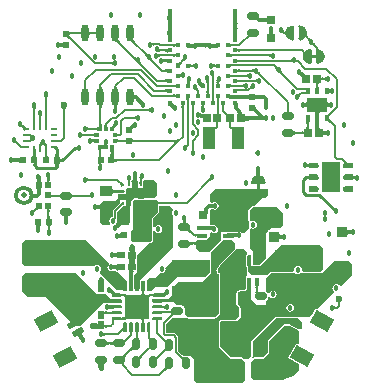
<source format=gtl>
G04*
G04 #@! TF.GenerationSoftware,Altium Limited,Altium Designer,20.2.6 (244)*
G04*
G04 Layer_Physical_Order=1*
G04 Layer_Color=255*
%FSLAX25Y25*%
%MOIN*%
G70*
G04*
G04 #@! TF.SameCoordinates,E73447B6-61B4-4EEF-956E-7A2C62B3FEF5*
G04*
G04*
G04 #@! TF.FilePolarity,Positive*
G04*
G01*
G75*
%ADD10C,0.01000*%
%ADD24R,0.01575X0.01575*%
%ADD25R,0.02677X0.02520*%
%ADD26C,0.01595*%
G04:AMPARAMS|DCode=27|XSize=66.93mil|YSize=47.24mil|CornerRadius=0mil|HoleSize=0mil|Usage=FLASHONLY|Rotation=28.000|XOffset=0mil|YOffset=0mil|HoleType=Round|Shape=Rectangle|*
%AMROTATEDRECTD27*
4,1,4,-0.01846,-0.03657,-0.04064,0.00515,0.01846,0.03657,0.04064,-0.00515,-0.01846,-0.03657,0.0*
%
%ADD27ROTATEDRECTD27*%

G04:AMPARAMS|DCode=28|XSize=39.37mil|YSize=19.68mil|CornerRadius=0mil|HoleSize=0mil|Usage=FLASHONLY|Rotation=28.000|XOffset=0mil|YOffset=0mil|HoleType=Round|Shape=Rectangle|*
%AMROTATEDRECTD28*
4,1,4,-0.01276,-0.01793,-0.02200,-0.00055,0.01276,0.01793,0.02200,0.00055,-0.01276,-0.01793,0.0*
%
%ADD28ROTATEDRECTD28*%

%ADD29R,0.04331X0.07480*%
%ADD30R,0.03740X0.03543*%
G04:AMPARAMS|DCode=31|XSize=39.37mil|YSize=27.56mil|CornerRadius=6.89mil|HoleSize=0mil|Usage=FLASHONLY|Rotation=180.000|XOffset=0mil|YOffset=0mil|HoleType=Round|Shape=RoundedRectangle|*
%AMROUNDEDRECTD31*
21,1,0.03937,0.01378,0,0,180.0*
21,1,0.02559,0.02756,0,0,180.0*
1,1,0.01378,-0.01280,0.00689*
1,1,0.01378,0.01280,0.00689*
1,1,0.01378,0.01280,-0.00689*
1,1,0.01378,-0.01280,-0.00689*
%
%ADD31ROUNDEDRECTD31*%
G04:AMPARAMS|DCode=32|XSize=39.37mil|YSize=27.56mil|CornerRadius=6.89mil|HoleSize=0mil|Usage=FLASHONLY|Rotation=270.000|XOffset=0mil|YOffset=0mil|HoleType=Round|Shape=RoundedRectangle|*
%AMROUNDEDRECTD32*
21,1,0.03937,0.01378,0,0,270.0*
21,1,0.02559,0.02756,0,0,270.0*
1,1,0.01378,-0.00689,-0.01280*
1,1,0.01378,-0.00689,0.01280*
1,1,0.01378,0.00689,0.01280*
1,1,0.01378,0.00689,-0.01280*
%
%ADD32ROUNDEDRECTD32*%
%ADD33R,0.02992X0.02835*%
%ADD34R,0.03740X0.01772*%
G04:AMPARAMS|DCode=35|XSize=21.65mil|YSize=19.68mil|CornerRadius=2.46mil|HoleSize=0mil|Usage=FLASHONLY|Rotation=0.000|XOffset=0mil|YOffset=0mil|HoleType=Round|Shape=RoundedRectangle|*
%AMROUNDEDRECTD35*
21,1,0.02165,0.01476,0,0,0.0*
21,1,0.01673,0.01968,0,0,0.0*
1,1,0.00492,0.00837,-0.00738*
1,1,0.00492,-0.00837,-0.00738*
1,1,0.00492,-0.00837,0.00738*
1,1,0.00492,0.00837,0.00738*
%
%ADD35ROUNDEDRECTD35*%
%ADD36R,0.06693X0.04921*%
%ADD37R,0.01575X0.02165*%
%ADD38R,0.03937X0.03543*%
G04:AMPARAMS|DCode=39|XSize=21.65mil|YSize=19.68mil|CornerRadius=2.46mil|HoleSize=0mil|Usage=FLASHONLY|Rotation=270.000|XOffset=0mil|YOffset=0mil|HoleType=Round|Shape=RoundedRectangle|*
%AMROUNDEDRECTD39*
21,1,0.02165,0.01476,0,0,270.0*
21,1,0.01673,0.01968,0,0,270.0*
1,1,0.00492,-0.00738,-0.00837*
1,1,0.00492,-0.00738,0.00837*
1,1,0.00492,0.00738,0.00837*
1,1,0.00492,0.00738,-0.00837*
%
%ADD39ROUNDEDRECTD39*%
%ADD40R,0.00984X0.01083*%
%ADD41R,0.01083X0.00984*%
%ADD42R,0.03347X0.03740*%
G04:AMPARAMS|DCode=43|XSize=10mil|YSize=10mil|CornerRadius=1.25mil|HoleSize=0mil|Usage=FLASHONLY|Rotation=90.000|XOffset=0mil|YOffset=0mil|HoleType=Round|Shape=RoundedRectangle|*
%AMROUNDEDRECTD43*
21,1,0.01000,0.00750,0,0,90.0*
21,1,0.00750,0.01000,0,0,90.0*
1,1,0.00250,0.00375,0.00375*
1,1,0.00250,0.00375,-0.00375*
1,1,0.00250,-0.00375,-0.00375*
1,1,0.00250,-0.00375,0.00375*
%
%ADD43ROUNDEDRECTD43*%
G04:AMPARAMS|DCode=44|XSize=10mil|YSize=10mil|CornerRadius=1.25mil|HoleSize=0mil|Usage=FLASHONLY|Rotation=180.000|XOffset=0mil|YOffset=0mil|HoleType=Round|Shape=RoundedRectangle|*
%AMROUNDEDRECTD44*
21,1,0.01000,0.00750,0,0,180.0*
21,1,0.00750,0.01000,0,0,180.0*
1,1,0.00250,-0.00375,0.00375*
1,1,0.00250,0.00375,0.00375*
1,1,0.00250,0.00375,-0.00375*
1,1,0.00250,-0.00375,-0.00375*
%
%ADD44ROUNDEDRECTD44*%
%ADD45O,0.02362X0.05709*%
%ADD46R,0.03150X0.03150*%
%ADD47R,0.03740X0.02165*%
G04:AMPARAMS|DCode=48|XSize=39.37mil|YSize=19.68mil|CornerRadius=0mil|HoleSize=0mil|Usage=FLASHONLY|Rotation=151.000|XOffset=0mil|YOffset=0mil|HoleType=Round|Shape=Rectangle|*
%AMROTATEDRECTD48*
4,1,4,0.02199,-0.00094,0.01245,-0.01815,-0.02199,0.00094,-0.01245,0.01815,0.02199,-0.00094,0.0*
%
%ADD48ROTATEDRECTD48*%

G04:AMPARAMS|DCode=49|XSize=66.93mil|YSize=47.24mil|CornerRadius=0mil|HoleSize=0mil|Usage=FLASHONLY|Rotation=151.000|XOffset=0mil|YOffset=0mil|HoleType=Round|Shape=Rectangle|*
%AMROTATEDRECTD49*
4,1,4,0.04072,0.00444,0.01782,-0.03688,-0.04072,-0.00444,-0.01782,0.03688,0.04072,0.00444,0.0*
%
%ADD49ROTATEDRECTD49*%

%ADD50R,0.01378X0.03150*%
%ADD51R,0.01378X0.01476*%
%ADD52R,0.01476X0.01378*%
%ADD53R,0.01870X0.00984*%
%ADD54R,0.00984X0.01870*%
%ADD55C,0.00992*%
%ADD56R,0.08071X0.08071*%
%ADD57R,0.14567X0.03858*%
%ADD58R,0.16929X0.06299*%
%ADD59R,0.12598X0.03937*%
%ADD60R,0.03150X0.03543*%
%ADD61R,0.04724X0.03543*%
%ADD62R,0.02441X0.02598*%
%ADD63R,0.02598X0.02441*%
%ADD64C,0.01181*%
%ADD65C,0.01800*%
%ADD68R,0.06299X0.09843*%
%ADD87R,0.02055X0.02362*%
%ADD105C,0.02362*%
%ADD106C,0.01181*%
%ADD107C,0.00600*%
%ADD108C,0.01400*%
%ADD109C,0.01200*%
%ADD110C,0.00800*%
%ADD111C,0.02000*%
%ADD112C,0.01968*%
%ADD113C,0.01800*%
G36*
X17986Y61431D02*
X17952Y61396D01*
X17922Y61335D01*
X17896Y61251D01*
X17874Y61143D01*
X17856Y61011D01*
X17838Y60754D01*
X17847Y60526D01*
X17829Y60526D01*
X17824Y60243D01*
X16624D01*
X16623Y60471D01*
X16617Y60558D01*
X16587Y60559D01*
X16594Y60571D01*
X16601Y60593D01*
X16606Y60625D01*
X16610Y60658D01*
X16569Y61251D01*
X16550Y61335D01*
X16527Y61396D01*
X16501Y61431D01*
X16473Y61444D01*
X18023D01*
X17986Y61431D01*
D02*
G37*
G36*
X-3879Y61431D02*
X-3926Y61396D01*
X-3967Y61335D01*
X-4002Y61251D01*
X-4033Y61143D01*
X-4057Y61011D01*
X-4076Y60856D01*
X-4098Y60471D01*
X-4101Y60243D01*
X-5301D01*
X-5302Y60471D01*
X-5310Y60603D01*
X-5356Y60608D01*
X-5345Y60622D01*
X-5336Y60645D01*
X-5328Y60678D01*
X-5321Y60721D01*
X-5319Y60740D01*
X-5363Y61431D01*
X-5378Y61444D01*
X-3827D01*
X-3879Y61431D01*
D02*
G37*
G36*
X17825Y59274D02*
X17847Y59274D01*
X17843Y59264D01*
X17839Y59244D01*
X17835Y59214D01*
X17830Y59122D01*
X17829Y59096D01*
X17874Y58472D01*
X17896Y58363D01*
X17922Y58280D01*
X17952Y58219D01*
X17986Y58183D01*
X18023Y58171D01*
X16473D01*
X16501Y58183D01*
X16527Y58219D01*
X16550Y58280D01*
X16569Y58363D01*
X16586Y58472D01*
X16610Y58759D01*
X16615Y58906D01*
X16594Y59229D01*
X16587Y59241D01*
X16623Y59242D01*
X16624Y59372D01*
X17824D01*
X17825Y59274D01*
D02*
G37*
G36*
X-4098Y59144D02*
X-4057Y58604D01*
X-4033Y58472D01*
X-4002Y58363D01*
X-3967Y58280D01*
X-3926Y58219D01*
X-3879Y58183D01*
X-3827Y58171D01*
X-5378D01*
X-5363Y58183D01*
X-5350Y58219D01*
X-5339Y58280D01*
X-5329Y58363D01*
X-5313Y58604D01*
X-5310Y58839D01*
X-5328Y59122D01*
X-5336Y59155D01*
X-5345Y59179D01*
X-5356Y59192D01*
X-5304Y59198D01*
X-5301Y59372D01*
X-4101D01*
X-4098Y59144D01*
D02*
G37*
G36*
X27571Y58112D02*
X27559Y58226D01*
X27523Y58328D01*
X27463Y58418D01*
X27379Y58496D01*
X27271Y58562D01*
X27139Y58616D01*
X26983Y58658D01*
X26803Y58688D01*
X26599Y58706D01*
X26371Y58712D01*
Y59912D01*
X26599Y59918D01*
X26803Y59936D01*
X26983Y59966D01*
X27139Y60008D01*
X27271Y60062D01*
X27379Y60128D01*
X27463Y60206D01*
X27523Y60296D01*
X27559Y60398D01*
X27571Y60512D01*
Y58112D01*
D02*
G37*
G36*
X29773Y55939D02*
X29791Y55735D01*
X29806Y55735D01*
X29798Y55722D01*
X29795Y55710D01*
X29821Y55551D01*
X29863Y55394D01*
X29917Y55261D01*
X29983Y55151D01*
X30061Y55067D01*
X30151Y55006D01*
X30253Y54970D01*
X30367Y54958D01*
X27967D01*
X28081Y54970D01*
X28183Y55006D01*
X28273Y55067D01*
X28351Y55151D01*
X28417Y55261D01*
X28471Y55394D01*
X28513Y55551D01*
X28543Y55733D01*
X28547Y55779D01*
X28547Y55781D01*
X28547Y55781D01*
X28561Y55939D01*
X28567Y56170D01*
X29767D01*
X29773Y55939D01*
D02*
G37*
G36*
X17986Y56609D02*
X17952Y56573D01*
X17922Y56513D01*
X17896Y56429D01*
X17874Y56321D01*
X17856Y56189D01*
X17836Y55904D01*
X17847Y55626D01*
X17828Y55626D01*
X17824Y55421D01*
X16624D01*
X16623Y55649D01*
X16622Y55658D01*
X16587Y55659D01*
X16594Y55671D01*
X16601Y55693D01*
X16606Y55725D01*
X16611Y55767D01*
X16612Y55797D01*
X16569Y56429D01*
X16550Y56513D01*
X16527Y56573D01*
X16501Y56609D01*
X16473Y56621D01*
X18023D01*
X17986Y56609D01*
D02*
G37*
G36*
X-3879D02*
X-3926Y56573D01*
X-3967Y56513D01*
X-4002Y56429D01*
X-4033Y56321D01*
X-4057Y56189D01*
X-4076Y56033D01*
X-4098Y55649D01*
X-4101Y55421D01*
X-5301D01*
X-5302Y55649D01*
X-5312Y55803D01*
X-5356Y55808D01*
X-5345Y55822D01*
X-5336Y55845D01*
X-5328Y55878D01*
X-5321Y55921D01*
X-5320Y55930D01*
X-5363Y56609D01*
X-5378Y56621D01*
X-3827D01*
X-3879Y56609D01*
D02*
G37*
G36*
X33381Y55696D02*
X33386Y55669D01*
X33398Y55639D01*
X33417Y55604D01*
X33441Y55566D01*
X33473Y55523D01*
X33555Y55425D01*
X33664Y55312D01*
X33239Y54888D01*
X33191Y54935D01*
X33103Y55010D01*
X33063Y55039D01*
X33026Y55062D01*
X32992Y55079D01*
X32961Y55089D01*
X32933Y55094D01*
X32907Y55093D01*
X32884Y55086D01*
X33382Y55719D01*
X33381Y55696D01*
D02*
G37*
G36*
X-28944Y54228D02*
X-28953Y54304D01*
X-28977Y54372D01*
X-29017Y54432D01*
X-29074Y54484D01*
X-29147Y54528D01*
X-29237Y54564D01*
X-29342Y54592D01*
X-29464Y54612D01*
X-29602Y54624D01*
X-29756Y54628D01*
Y55428D01*
X-29602Y55432D01*
X-29464Y55444D01*
X-29342Y55464D01*
X-29237Y55492D01*
X-29147Y55528D01*
X-29074Y55572D01*
X-29017Y55624D01*
X-28977Y55684D01*
X-28953Y55752D01*
X-28944Y55828D01*
Y54228D01*
D02*
G37*
G36*
X-31602Y55752D02*
X-31578Y55684D01*
X-31537Y55624D01*
X-31480Y55572D01*
X-31407Y55528D01*
X-31318Y55492D01*
X-31212Y55464D01*
X-31090Y55444D01*
X-30952Y55432D01*
X-30798Y55428D01*
Y54628D01*
X-30952Y54624D01*
X-31090Y54612D01*
X-31212Y54592D01*
X-31318Y54564D01*
X-31407Y54528D01*
X-31480Y54484D01*
X-31537Y54432D01*
X-31578Y54372D01*
X-31602Y54304D01*
X-31610Y54228D01*
Y55828D01*
X-31602Y55752D01*
D02*
G37*
G36*
X-33944Y54228D02*
X-33953Y54304D01*
X-33977Y54372D01*
X-34017Y54432D01*
X-34074Y54484D01*
X-34147Y54528D01*
X-34237Y54564D01*
X-34342Y54592D01*
X-34464Y54612D01*
X-34602Y54624D01*
X-34756Y54628D01*
Y55428D01*
X-34602Y55432D01*
X-34464Y55444D01*
X-34342Y55464D01*
X-34237Y55492D01*
X-34147Y55528D01*
X-34074Y55572D01*
X-34017Y55624D01*
X-33977Y55684D01*
X-33953Y55752D01*
X-33944Y55828D01*
Y54228D01*
D02*
G37*
G36*
X22135Y53699D02*
X22090Y53733D01*
X22037Y53750D01*
X21976Y53751D01*
X21907Y53736D01*
X21831Y53704D01*
X21746Y53657D01*
X21654Y53594D01*
X21554Y53514D01*
X21446Y53419D01*
X21330Y53307D01*
X20906Y53732D01*
X21018Y53847D01*
X21193Y54055D01*
X21256Y54147D01*
X21303Y54232D01*
X21335Y54308D01*
X21350Y54377D01*
X21349Y54438D01*
X21331Y54491D01*
X21298Y54536D01*
X22135Y53699D01*
D02*
G37*
G36*
X17826Y54374D02*
X17847Y54374D01*
X17843Y54364D01*
X17839Y54344D01*
X17835Y54314D01*
X17831Y54247D01*
X17874Y53649D01*
X17896Y53541D01*
X17922Y53457D01*
X17952Y53397D01*
X17986Y53361D01*
X18023Y53349D01*
X16473D01*
X16501Y53361D01*
X16527Y53397D01*
X16550Y53457D01*
X16569Y53541D01*
X16586Y53649D01*
X16610Y53937D01*
X16613Y54031D01*
X16594Y54329D01*
X16587Y54341D01*
X16623Y54342D01*
X16624Y54549D01*
X17824D01*
X17826Y54374D01*
D02*
G37*
G36*
X-4098Y54321D02*
X-4057Y53781D01*
X-4033Y53649D01*
X-4002Y53541D01*
X-3967Y53457D01*
X-3926Y53397D01*
X-3879Y53361D01*
X-3827Y53349D01*
X-5378D01*
X-5363Y53361D01*
X-5350Y53397D01*
X-5339Y53457D01*
X-5329Y53541D01*
X-5313Y53781D01*
X-5309Y54034D01*
X-5328Y54322D01*
X-5336Y54355D01*
X-5345Y54378D01*
X-5356Y54392D01*
X-5304Y54398D01*
X-5301Y54549D01*
X-4101D01*
X-4098Y54321D01*
D02*
G37*
G36*
X-38241Y55559D02*
X-38206Y55531D01*
X-38155Y55507D01*
X-38091Y55486D01*
X-38012Y55468D01*
X-37918Y55454D01*
X-37685Y55435D01*
X-37395Y55428D01*
X-37387Y54628D01*
X-37545Y54624D01*
X-37685Y54612D01*
X-37809Y54592D01*
X-37916Y54564D01*
X-38005Y54528D01*
X-38078Y54484D01*
X-38134Y54432D01*
X-38173Y54372D01*
X-38194Y54304D01*
X-38195Y54287D01*
X-38136Y54185D01*
X-38043Y54053D01*
X-37926Y53908D01*
X-37622Y53582D01*
X-38286Y53114D01*
X-38446Y53270D01*
X-38736Y53515D01*
X-38865Y53605D01*
X-38984Y53674D01*
X-39091Y53721D01*
X-39189Y53746D01*
X-39275Y53750D01*
X-39351Y53732D01*
X-39417Y53692D01*
X-38221Y54695D01*
X-38261Y55589D01*
X-38241Y55559D01*
D02*
G37*
G36*
X36200Y52850D02*
X34200Y54350D01*
X34200Y56100D01*
X35200Y57100D01*
X36200D01*
X36200Y52850D01*
D02*
G37*
G36*
X40700Y56100D02*
X40700Y54350D01*
X38700Y52850D01*
X38700Y57100D01*
X39700Y57100D01*
X40700Y56100D01*
D02*
G37*
G36*
X41892Y53337D02*
X41956Y53287D01*
X42024Y53242D01*
X42095Y53204D01*
X42170Y53171D01*
X42248Y53145D01*
X42329Y53124D01*
X42413Y53110D01*
X42500Y53102D01*
X42591Y53100D01*
X41700Y52209D01*
X41698Y52300D01*
X41690Y52387D01*
X41675Y52472D01*
X41655Y52552D01*
X41629Y52630D01*
X41596Y52705D01*
X41558Y52776D01*
X41513Y52844D01*
X41463Y52908D01*
X41406Y52970D01*
X41830Y53394D01*
X41892Y53337D01*
D02*
G37*
G36*
X-40293Y50211D02*
X-40329Y50271D01*
X-40386Y50325D01*
X-40463Y50373D01*
X-40560Y50414D01*
X-40677Y50449D01*
X-40815Y50478D01*
X-40973Y50500D01*
X-41073Y50507D01*
X-41229Y50498D01*
Y50517D01*
X-41349Y50525D01*
X-41567Y50528D01*
Y51728D01*
X-41349Y51731D01*
X-41229Y51740D01*
Y51758D01*
X-41218Y51753D01*
X-41197Y51748D01*
X-41169Y51744D01*
X-40973Y51757D01*
X-40815Y51779D01*
X-40677Y51808D01*
X-40560Y51843D01*
X-40463Y51884D01*
X-40386Y51931D01*
X-40329Y51985D01*
X-40293Y52046D01*
Y50211D01*
D02*
G37*
G36*
X-21690Y53101D02*
X-21722Y53039D01*
X-21733Y52967D01*
X-21723Y52884D01*
X-21691Y52791D01*
X-21637Y52688D01*
X-21563Y52574D01*
X-21467Y52451D01*
X-21350Y52317D01*
X-21211Y52173D01*
X-21845Y51676D01*
X-21994Y51819D01*
X-22265Y52045D01*
X-22387Y52128D01*
X-22500Y52192D01*
X-22603Y52235D01*
X-22699Y52258D01*
X-22785Y52262D01*
X-22862Y52245D01*
X-22930Y52208D01*
X-21637Y53154D01*
X-21690Y53101D01*
D02*
G37*
G36*
X-16706Y53022D02*
X-16743Y52964D01*
X-16757Y52895D01*
X-16750Y52816D01*
X-16722Y52726D01*
X-16671Y52626D01*
X-16599Y52515D01*
X-16506Y52393D01*
X-16390Y52261D01*
X-16253Y52118D01*
X-16915Y51649D01*
X-17067Y51796D01*
X-17345Y52029D01*
X-17470Y52116D01*
X-17587Y52184D01*
X-17696Y52231D01*
X-17795Y52259D01*
X-17886Y52267D01*
X-17967Y52254D01*
X-18041Y52223D01*
X-16648Y53069D01*
X-16706Y53022D01*
D02*
G37*
G36*
X43502Y52100D02*
X43510Y52013D01*
X43525Y51929D01*
X43545Y51847D01*
X43571Y51770D01*
X43604Y51695D01*
X43642Y51624D01*
X43687Y51556D01*
X43737Y51492D01*
X43794Y51430D01*
X43370Y51006D01*
X43308Y51063D01*
X43244Y51113D01*
X43176Y51158D01*
X43105Y51196D01*
X43030Y51229D01*
X42952Y51255D01*
X42871Y51275D01*
X42787Y51290D01*
X42700Y51298D01*
X42609Y51300D01*
X43500Y52191D01*
X43502Y52100D01*
D02*
G37*
G36*
X-10759Y51735D02*
X-10723Y51728D01*
X-10680Y51721D01*
X-10568Y51711D01*
X-10340Y51702D01*
X-10148Y51700D01*
X-9660Y50900D01*
X-9755Y50897D01*
X-9841Y50889D01*
X-9920Y50875D01*
X-9990Y50855D01*
X-10053Y50830D01*
X-10107Y50800D01*
X-10153Y50763D01*
X-10192Y50722D01*
X-10222Y50674D01*
X-10244Y50621D01*
X-10786Y51744D01*
X-10759Y51735D01*
D02*
G37*
G36*
X15459Y51443D02*
X15477Y51392D01*
X15507Y51347D01*
X15550Y51308D01*
X15605Y51275D01*
X15673Y51248D01*
X15752Y51227D01*
X15844Y51212D01*
X15948Y51203D01*
X16064Y51200D01*
Y50600D01*
X15948Y50597D01*
X15844Y50588D01*
X15752Y50573D01*
X15673Y50552D01*
X15605Y50525D01*
X15550Y50492D01*
X15507Y50453D01*
X15477Y50408D01*
X15459Y50357D01*
X15452Y50300D01*
Y51500D01*
X15459Y51443D01*
D02*
G37*
G36*
X7110Y51642D02*
X7146Y51612D01*
X7206Y51586D01*
X7290Y51563D01*
X7398Y51544D01*
X7530Y51528D01*
X7866Y51507D01*
X8298Y51500D01*
Y51459D01*
X8313Y51457D01*
X8298Y51391D01*
Y50300D01*
X8070Y50298D01*
X8049Y50297D01*
X8033Y50229D01*
X8020Y50242D01*
X7996Y50254D01*
X7963Y50265D01*
X7920Y50274D01*
X7867Y50282D01*
X7844Y50284D01*
X7398Y50256D01*
X7290Y50237D01*
X7206Y50214D01*
X7146Y50188D01*
X7110Y50158D01*
X7098Y50125D01*
Y51675D01*
X7110Y51642D01*
D02*
G37*
G36*
X2091Y51623D02*
X2127Y51576D01*
X2187Y51535D01*
X2271Y51499D01*
X2379Y51469D01*
X2511Y51444D01*
X2667Y51425D01*
X3051Y51403D01*
X3279Y51400D01*
Y50200D01*
X3051Y50199D01*
X2997Y50196D01*
X2991Y50145D01*
X2978Y50156D01*
X2954Y50165D01*
X2921Y50173D01*
X2878Y50180D01*
X2826Y50185D01*
X2091Y50139D01*
X2079Y50125D01*
Y51675D01*
X2091Y51623D01*
D02*
G37*
G36*
X10567Y50125D02*
X10555Y50139D01*
X10519Y50152D01*
X10459Y50163D01*
X10375Y50173D01*
X10135Y50188D01*
X9872Y50192D01*
X9579Y50173D01*
X9546Y50165D01*
X9522Y50156D01*
X9509Y50145D01*
X9503Y50198D01*
X9367Y50200D01*
Y51400D01*
X9595Y51403D01*
X10135Y51444D01*
X10267Y51469D01*
X10375Y51499D01*
X10459Y51535D01*
X10519Y51576D01*
X10555Y51623D01*
X10567Y51675D01*
Y50125D01*
D02*
G37*
G36*
X5547D02*
X5536Y50158D01*
X5500Y50188D01*
X5440Y50214D01*
X5355Y50237D01*
X5247Y50256D01*
X5115Y50272D01*
X4817Y50291D01*
X4580Y50274D01*
X4537Y50265D01*
X4504Y50254D01*
X4480Y50242D01*
X4467Y50229D01*
X4451Y50298D01*
X4347Y50300D01*
Y50752D01*
X4187Y51457D01*
X4347Y51472D01*
Y51500D01*
X4575Y51502D01*
X5247Y51544D01*
X5355Y51563D01*
X5440Y51586D01*
X5500Y51612D01*
X5536Y51642D01*
X5547Y51675D01*
Y50125D01*
D02*
G37*
G36*
X-2819D02*
X-2827Y50196D01*
X-2851Y50260D01*
X-2891Y50316D01*
X-2947Y50365D01*
X-3019Y50406D01*
X-3107Y50440D01*
X-3211Y50466D01*
X-3331Y50485D01*
X-3467Y50496D01*
X-3619Y50500D01*
Y51300D01*
X-3467Y51304D01*
X-3331Y51315D01*
X-3211Y51334D01*
X-3107Y51360D01*
X-3019Y51394D01*
X-2947Y51435D01*
X-2891Y51484D01*
X-2851Y51540D01*
X-2827Y51604D01*
X-2819Y51675D01*
Y50125D01*
D02*
G37*
G36*
X44893Y50101D02*
X44917Y49759D01*
X44927Y49695D01*
X44940Y49639D01*
X44954Y49593D01*
X44971Y49555D01*
X44989Y49525D01*
X44196D01*
X44214Y49555D01*
X44230Y49593D01*
X44245Y49639D01*
X44258Y49695D01*
X44268Y49759D01*
X44284Y49913D01*
X44291Y50101D01*
X44292Y50208D01*
X44892D01*
X44893Y50101D01*
D02*
G37*
G36*
X-8030Y49854D02*
X-7998Y49806D01*
X-7958Y49764D01*
X-7910Y49728D01*
X-7855Y49697D01*
X-7791Y49672D01*
X-7720Y49652D01*
X-7642Y49638D01*
X-7555Y49630D01*
X-7460Y49627D01*
X-7899Y48827D01*
X-7998Y48826D01*
X-8441Y48796D01*
X-8491Y48786D01*
X-8533Y48775D01*
X-8569Y48763D01*
X-8054Y49907D01*
X-8030Y49854D01*
D02*
G37*
G36*
X18032Y49931D02*
X18055Y49867D01*
X18095Y49811D01*
X18151Y49762D01*
X18223Y49721D01*
X18311Y49687D01*
X18416Y49661D01*
X18535Y49642D01*
X18671Y49630D01*
X18823Y49627D01*
Y48827D01*
X18671Y48823D01*
X18535Y48812D01*
X18416Y48793D01*
X18311Y48767D01*
X18223Y48733D01*
X18151Y48692D01*
X18095Y48643D01*
X18055Y48586D01*
X18032Y48523D01*
X18023Y48451D01*
Y50002D01*
X18032Y49931D01*
D02*
G37*
G36*
X-5378Y48451D02*
X-5386Y48523D01*
X-5410Y48586D01*
X-5450Y48643D01*
X-5506Y48692D01*
X-5578Y48733D01*
X-5666Y48767D01*
X-5770Y48793D01*
X-5890Y48812D01*
X-6026Y48823D01*
X-6178Y48827D01*
Y49627D01*
X-6026Y49630D01*
X-5890Y49642D01*
X-5770Y49661D01*
X-5666Y49687D01*
X-5578Y49721D01*
X-5506Y49762D01*
X-5450Y49811D01*
X-5410Y49867D01*
X-5386Y49931D01*
X-5378Y50002D01*
Y48451D01*
D02*
G37*
G36*
X29204Y46930D02*
X29160Y46977D01*
X29111Y47020D01*
X29056Y47058D01*
X28996Y47090D01*
X28930Y47118D01*
X28859Y47140D01*
X28782Y47158D01*
X28700Y47170D01*
X28612Y47178D01*
X28519Y47180D01*
X28599Y47980D01*
X28692Y47982D01*
X28864Y47999D01*
X28943Y48013D01*
X29017Y48031D01*
X29086Y48054D01*
X29151Y48081D01*
X29211Y48111D01*
X29266Y48146D01*
X29316Y48185D01*
X29204Y46930D01*
D02*
G37*
G36*
X-12202Y48071D02*
X-12134Y48013D01*
X-12068Y47963D01*
X-12001Y47919D01*
X-11935Y47882D01*
X-11869Y47852D01*
X-11804Y47829D01*
X-11738Y47812D01*
X-11674Y47803D01*
X-11609Y47800D01*
X-12500Y46909D01*
X-12503Y46974D01*
X-12512Y47038D01*
X-12529Y47104D01*
X-12552Y47169D01*
X-12582Y47235D01*
X-12619Y47301D01*
X-12663Y47368D01*
X-12713Y47434D01*
X-12771Y47502D01*
X-12835Y47569D01*
X-12269Y48135D01*
X-12202Y48071D01*
D02*
G37*
G36*
X-8723Y48097D02*
X-8667Y48067D01*
X-8606Y48040D01*
X-8540Y48017D01*
X-8470Y47998D01*
X-8396Y47982D01*
X-8316Y47969D01*
X-8144Y47955D01*
X-8050Y47954D01*
X-7894Y47154D01*
X-7988Y47151D01*
X-8075Y47143D01*
X-8157Y47130D01*
X-8232Y47111D01*
X-8302Y47087D01*
X-8365Y47058D01*
X-8423Y47024D01*
X-8474Y46984D01*
X-8520Y46939D01*
X-8559Y46889D01*
X-8774Y48130D01*
X-8723Y48097D01*
D02*
G37*
G36*
X15472Y48263D02*
X15496Y48203D01*
X15536Y48151D01*
X15592Y48106D01*
X15664Y48068D01*
X15752Y48036D01*
X15856Y48012D01*
X15976Y47994D01*
X16112Y47984D01*
X16264Y47980D01*
Y47180D01*
X16111Y47176D01*
X15973Y47164D01*
X15852Y47144D01*
X15746Y47116D01*
X15657Y47080D01*
X15584Y47036D01*
X15527Y46984D01*
X15486Y46924D01*
X15461Y46856D01*
X15452Y46780D01*
X15464Y48329D01*
X15472Y48263D01*
D02*
G37*
G36*
X-2819Y46778D02*
X-2827Y46850D01*
X-2851Y46913D01*
X-2891Y46970D01*
X-2947Y47018D01*
X-3019Y47060D01*
X-3107Y47093D01*
X-3211Y47120D01*
X-3331Y47139D01*
X-3467Y47150D01*
X-3619Y47154D01*
Y47954D01*
X-3467Y47957D01*
X-3331Y47969D01*
X-3211Y47987D01*
X-3107Y48014D01*
X-3019Y48047D01*
X-2947Y48089D01*
X-2891Y48138D01*
X-2851Y48194D01*
X-2827Y48258D01*
X-2819Y48329D01*
Y46778D01*
D02*
G37*
G36*
X-5378Y45105D02*
X-5386Y45176D01*
X-5410Y45240D01*
X-5450Y45296D01*
X-5506Y45345D01*
X-5578Y45386D01*
X-5666Y45420D01*
X-5770Y45447D01*
X-5890Y45465D01*
X-6026Y45477D01*
X-6063Y45478D01*
X-6149Y45469D01*
X-6229Y45455D01*
X-6302Y45436D01*
X-6368Y45411D01*
X-6427Y45380D01*
X-6479Y45344D01*
X-6524Y45302D01*
X-6562Y45254D01*
X-6593Y45202D01*
X-6985Y46399D01*
X-6937Y46376D01*
X-6884Y46356D01*
X-6825Y46338D01*
X-6762Y46323D01*
X-6618Y46299D01*
X-6539Y46291D01*
X-6271Y46280D01*
X-6178Y46035D01*
Y46280D01*
X-6026Y46284D01*
X-5890Y46295D01*
X-5770Y46314D01*
X-5666Y46340D01*
X-5578Y46374D01*
X-5506Y46415D01*
X-5450Y46464D01*
X-5410Y46521D01*
X-5386Y46584D01*
X-5378Y46656D01*
Y45105D01*
D02*
G37*
G36*
X626Y46000D02*
X562Y45995D01*
X497Y45983D01*
X433Y45965D01*
X368Y45940D01*
X302Y45909D01*
X236Y45871D01*
X170Y45827D01*
X103Y45775D01*
X36Y45718D01*
X-31Y45653D01*
X-622Y46194D01*
X-557Y46262D01*
X-500Y46329D01*
X-450Y46396D01*
X-408Y46463D01*
X-372Y46529D01*
X-343Y46595D01*
X-321Y46661D01*
X-307Y46726D01*
X-299Y46791D01*
X-299Y46856D01*
X626Y46000D01*
D02*
G37*
G36*
X-10706Y46756D02*
X-10700Y46691D01*
X-10688Y46625D01*
X-10668Y46560D01*
X-10640Y46494D01*
X-10605Y46427D01*
X-10563Y46361D01*
X-10514Y46294D01*
X-10457Y46226D01*
X-10393Y46159D01*
X-11009Y45643D01*
X-11076Y45707D01*
X-11209Y45817D01*
X-11275Y45862D01*
X-11341Y45902D01*
X-11406Y45934D01*
X-11470Y45961D01*
X-11535Y45981D01*
X-11598Y45995D01*
X-11662Y46002D01*
X-10704Y46820D01*
X-10706Y46756D01*
D02*
G37*
G36*
X18018Y46423D02*
X18036Y46372D01*
X18067Y46327D01*
X18109Y46288D01*
X18164Y46255D01*
X18232Y46228D01*
X18311Y46207D01*
X18403Y46192D01*
X18507Y46183D01*
X18623Y46180D01*
Y45580D01*
X18507Y45577D01*
X18403Y45568D01*
X18311Y45553D01*
X18232Y45532D01*
X18164Y45505D01*
X18109Y45472D01*
X18067Y45433D01*
X18036Y45388D01*
X18018Y45337D01*
X18011Y45280D01*
Y46480D01*
X18018Y46423D01*
D02*
G37*
G36*
X36271Y45256D02*
X36204Y45318D01*
X36135Y45373D01*
X36064Y45421D01*
X35991Y45464D01*
X35917Y45499D01*
X35841Y45528D01*
X35763Y45551D01*
X35683Y45567D01*
X35602Y45577D01*
X35519Y45580D01*
X35505Y46180D01*
X35588Y46184D01*
X35670Y46194D01*
X35749Y46211D01*
X35827Y46234D01*
X35902Y46264D01*
X35974Y46301D01*
X36045Y46345D01*
X36113Y46395D01*
X36180Y46452D01*
X36244Y46516D01*
X36271Y45256D01*
D02*
G37*
G36*
X46592Y48221D02*
X46592Y46471D01*
X44592Y44971D01*
X44592Y49221D01*
X45592D01*
X46592Y48221D01*
D02*
G37*
G36*
X42092Y44971D02*
X40092Y46471D01*
X40092Y48221D01*
X41092Y49221D01*
X42092D01*
X42092Y44971D01*
D02*
G37*
G36*
X-702Y44982D02*
X-862Y44817D01*
X-1113Y44522D01*
X-1205Y44391D01*
X-1274Y44272D01*
X-1320Y44165D01*
X-1344Y44069D01*
X-1345Y43985D01*
X-1324Y43912D01*
X-1280Y43851D01*
X-2399Y44971D01*
X-2338Y44926D01*
X-2265Y44905D01*
X-2181Y44906D01*
X-2085Y44930D01*
X-1978Y44976D01*
X-1859Y45046D01*
X-1729Y45137D01*
X-1587Y45252D01*
X-1268Y45548D01*
X-702Y44982D01*
D02*
G37*
G36*
X-16106Y47071D02*
X-16038Y47015D01*
X-15971Y46968D01*
X-15905Y46929D01*
X-15840Y46898D01*
X-15775Y46876D01*
X-15711Y46862D01*
X-15648Y46857D01*
X-15586Y46860D01*
X-15524Y46872D01*
X-15513Y45787D01*
X-14428Y45776D01*
X-14440Y45714D01*
X-14443Y45652D01*
X-14438Y45588D01*
X-14424Y45525D01*
X-14402Y45460D01*
X-14371Y45395D01*
X-14332Y45329D01*
X-14285Y45262D01*
X-14229Y45194D01*
X-14165Y45126D01*
X-14888Y44719D01*
X-14956Y44784D01*
X-15087Y44898D01*
X-15150Y44947D01*
X-15274Y45028D01*
X-15334Y45060D01*
X-15393Y45087D01*
X-15450Y45108D01*
X-15506Y45124D01*
X-15513Y45787D01*
X-16176Y45794D01*
X-16192Y45850D01*
X-16213Y45907D01*
X-16240Y45966D01*
X-16272Y46026D01*
X-16353Y46150D01*
X-16402Y46213D01*
X-16516Y46344D01*
X-16581Y46411D01*
X-16174Y47135D01*
X-16106Y47071D01*
D02*
G37*
G36*
X-23643Y44370D02*
X-23690Y44414D01*
X-23743Y44453D01*
X-23801Y44487D01*
X-23864Y44517D01*
X-23931Y44543D01*
X-24004Y44563D01*
X-24082Y44579D01*
X-24165Y44591D01*
X-24253Y44598D01*
X-24346Y44600D01*
Y45400D01*
X-24253Y45402D01*
X-24165Y45409D01*
X-24082Y45421D01*
X-24004Y45437D01*
X-23931Y45458D01*
X-23864Y45483D01*
X-23801Y45513D01*
X-23743Y45547D01*
X-23690Y45586D01*
X-23643Y45630D01*
Y44370D01*
D02*
G37*
G36*
X15459Y44763D02*
X15477Y44712D01*
X15507Y44668D01*
X15550Y44629D01*
X15605Y44596D01*
X15673Y44568D01*
X15752Y44548D01*
X15844Y44532D01*
X15948Y44524D01*
X16064Y44521D01*
Y43920D01*
X15948Y43918D01*
X15844Y43909D01*
X15752Y43894D01*
X15673Y43872D01*
X15605Y43845D01*
X15550Y43813D01*
X15507Y43773D01*
X15477Y43729D01*
X15459Y43677D01*
X15452Y43620D01*
Y44820D01*
X15459Y44763D01*
D02*
G37*
G36*
X9704Y44773D02*
X9772Y44717D01*
X9842Y44668D01*
X9914Y44625D01*
X9988Y44589D01*
X10064Y44560D01*
X10142Y44537D01*
X10207Y44523D01*
X10273Y44534D01*
X10351Y44555D01*
X10417Y44582D01*
X10471Y44615D01*
X10513Y44654D01*
X10543Y44699D01*
X10561Y44750D01*
X10567Y44807D01*
Y43607D01*
X10561Y43664D01*
X10543Y43715D01*
X10513Y43760D01*
X10471Y43799D01*
X10417Y43832D01*
X10351Y43859D01*
X10273Y43880D01*
X10210Y43891D01*
X10147Y43877D01*
X10069Y43854D01*
X9994Y43824D01*
X9920Y43788D01*
X9849Y43744D01*
X9780Y43695D01*
X9713Y43638D01*
X9648Y43575D01*
X9638Y44835D01*
X9704Y44773D01*
D02*
G37*
G36*
X2073Y44750D02*
X2091Y44699D01*
X2122Y44654D01*
X2165Y44615D01*
X2220Y44582D01*
X2287Y44555D01*
X2366Y44534D01*
X2458Y44519D01*
X2562Y44510D01*
X2679Y44507D01*
Y43907D01*
X2562Y43904D01*
X2458Y43895D01*
X2366Y43880D01*
X2287Y43859D01*
X2220Y43832D01*
X2165Y43799D01*
X2122Y43760D01*
X2091Y43715D01*
X2073Y43664D01*
X2067Y43607D01*
Y44807D01*
X2073Y44750D01*
D02*
G37*
G36*
X3550Y43577D02*
X3484Y43640D01*
X3417Y43696D01*
X3347Y43745D01*
X3276Y43788D01*
X3202Y43825D01*
X3126Y43854D01*
X3049Y43877D01*
X2969Y43894D01*
X2888Y43904D01*
X2804Y43907D01*
Y44507D01*
X2888Y44510D01*
X2969Y44520D01*
X3049Y44537D01*
X3126Y44560D01*
X3202Y44590D01*
X3276Y44626D01*
X3347Y44669D01*
X3417Y44718D01*
X3484Y44774D01*
X3550Y44837D01*
Y43577D01*
D02*
G37*
G36*
X23623Y41904D02*
X23576Y41948D01*
X23523Y41987D01*
X23465Y42021D01*
X23403Y42051D01*
X23335Y42076D01*
X23262Y42097D01*
X23184Y42113D01*
X23101Y42125D01*
X23013Y42132D01*
X22920Y42134D01*
Y42934D01*
X23013Y42936D01*
X23101Y42943D01*
X23184Y42955D01*
X23262Y42971D01*
X23335Y42991D01*
X23403Y43017D01*
X23465Y43047D01*
X23523Y43081D01*
X23576Y43120D01*
X23623Y43164D01*
Y41904D01*
D02*
G37*
G36*
X18032Y43238D02*
X18055Y43174D01*
X18095Y43118D01*
X18151Y43069D01*
X18223Y43028D01*
X18311Y42994D01*
X18416Y42968D01*
X18535Y42949D01*
X18671Y42938D01*
X18823Y42934D01*
Y42134D01*
X18671Y42130D01*
X18535Y42119D01*
X18416Y42100D01*
X18311Y42074D01*
X18223Y42040D01*
X18151Y41999D01*
X18095Y41950D01*
X18055Y41894D01*
X18032Y41830D01*
X18023Y41758D01*
Y43309D01*
X18032Y43238D01*
D02*
G37*
G36*
X-5378Y41758D02*
X-5386Y41830D01*
X-5410Y41894D01*
X-5450Y41950D01*
X-5506Y41999D01*
X-5578Y42040D01*
X-5666Y42074D01*
X-5770Y42100D01*
X-5890Y42119D01*
X-6026Y42130D01*
X-6178Y42134D01*
Y42934D01*
X-6026Y42938D01*
X-5890Y42949D01*
X-5770Y42968D01*
X-5666Y42994D01*
X-5578Y43028D01*
X-5506Y43069D01*
X-5450Y43118D01*
X-5410Y43174D01*
X-5386Y43238D01*
X-5378Y43309D01*
Y41758D01*
D02*
G37*
G36*
X30927Y43702D02*
X30992Y43652D01*
X31060Y43608D01*
X31131Y43572D01*
X31205Y43542D01*
X31282Y43519D01*
X31362Y43503D01*
X31445Y43494D01*
X31531Y43492D01*
X31620Y43497D01*
X31630Y42530D01*
X32596Y42520D01*
X32592Y42431D01*
X32594Y42345D01*
X32603Y42262D01*
X32619Y42182D01*
X32642Y42105D01*
X32672Y42031D01*
X32708Y41960D01*
X32752Y41892D01*
X32802Y41827D01*
X32859Y41765D01*
X32400Y41376D01*
X32339Y41432D01*
X32275Y41483D01*
X32208Y41529D01*
X32137Y41569D01*
X32062Y41605D01*
X31984Y41635D01*
X31903Y41659D01*
X31818Y41679D01*
X31730Y41693D01*
X31638Y41702D01*
X31630Y42530D01*
X30802Y42538D01*
X30793Y42630D01*
X30779Y42718D01*
X30759Y42803D01*
X30735Y42884D01*
X30705Y42962D01*
X30669Y43037D01*
X30629Y43108D01*
X30583Y43175D01*
X30532Y43239D01*
X30476Y43300D01*
X30865Y43759D01*
X30927Y43702D01*
D02*
G37*
G36*
X25169Y42460D02*
X25179Y42395D01*
X25195Y42330D01*
X25218Y42265D01*
X25248Y42199D01*
X25285Y42133D01*
X25329Y42066D01*
X25379Y41999D01*
X25437Y41932D01*
X25501Y41865D01*
X24935Y41299D01*
X24868Y41363D01*
X24801Y41421D01*
X24734Y41471D01*
X24667Y41515D01*
X24601Y41552D01*
X24535Y41582D01*
X24470Y41605D01*
X24405Y41622D01*
X24340Y41631D01*
X24275Y41634D01*
X25166Y42525D01*
X25169Y42460D01*
D02*
G37*
G36*
X-1260Y41568D02*
X-1236Y41508D01*
X-1196Y41455D01*
X-1140Y41408D01*
X-1068Y41369D01*
X-1014Y41350D01*
X-974Y41365D01*
X-912Y41396D01*
X-855Y41431D01*
X-803Y41471D01*
X-756Y41516D01*
X-752Y41294D01*
X-620Y41284D01*
X-468Y41280D01*
Y40480D01*
X-620Y40476D01*
X-733Y40466D01*
X-729Y40256D01*
X-777Y40299D01*
X-831Y40337D01*
X-889Y40370D01*
X-952Y40400D01*
X-990Y40413D01*
X-1068Y40382D01*
X-1140Y40338D01*
X-1196Y40287D01*
X-1236Y40227D01*
X-1260Y40160D01*
X-1268Y40085D01*
Y40472D01*
X-1343Y40478D01*
X-1436Y40480D01*
X-1456Y41280D01*
X-1363Y41283D01*
X-1275Y41290D01*
X-1268Y41291D01*
Y41636D01*
X-1260Y41568D01*
D02*
G37*
G36*
X15459Y41343D02*
X15477Y41292D01*
X15507Y41247D01*
X15550Y41208D01*
X15605Y41175D01*
X15673Y41148D01*
X15752Y41127D01*
X15844Y41112D01*
X15948Y41103D01*
X16064Y41100D01*
Y40500D01*
X15948Y40497D01*
X15844Y40488D01*
X15752Y40473D01*
X15673Y40452D01*
X15605Y40425D01*
X15550Y40392D01*
X15507Y40353D01*
X15477Y40308D01*
X15459Y40257D01*
X15452Y40200D01*
Y41400D01*
X15459Y41343D01*
D02*
G37*
G36*
X10219Y40936D02*
X10167Y40864D01*
X10120Y40790D01*
X10080Y40715D01*
X10046Y40639D01*
X10019Y40562D01*
X9997Y40483D01*
X9982Y40403D01*
X9972Y40322D01*
X9969Y40239D01*
X9369Y40190D01*
X9366Y40274D01*
X9355Y40356D01*
X9338Y40435D01*
X9314Y40511D01*
X9282Y40584D01*
X9244Y40655D01*
X9199Y40723D01*
X9147Y40788D01*
X9087Y40851D01*
X9021Y40911D01*
X10278Y41008D01*
X10219Y40936D01*
D02*
G37*
G36*
X21457Y40170D02*
X21392Y40233D01*
X21324Y40289D01*
X21254Y40338D01*
X21183Y40381D01*
X21109Y40418D01*
X21034Y40447D01*
X20956Y40470D01*
X20876Y40487D01*
X20795Y40497D01*
X20711Y40500D01*
Y41100D01*
X20795Y41103D01*
X20876Y41113D01*
X20956Y41130D01*
X21034Y41153D01*
X21109Y41183D01*
X21183Y41219D01*
X21254Y41262D01*
X21324Y41311D01*
X21392Y41367D01*
X21457Y41430D01*
Y40170D01*
D02*
G37*
G36*
X39504Y42077D02*
X39515Y42056D01*
X39534Y42029D01*
X39560Y41995D01*
X39680Y41862D01*
X39748Y41796D01*
X40166Y41443D01*
X40354Y41313D01*
X40528Y41213D01*
X40688Y41143D01*
X40834Y41104D01*
X40966Y41096D01*
X41084Y41118D01*
X41188Y41170D01*
X39238Y39803D01*
X39317Y39881D01*
X39359Y39979D01*
X39365Y40096D01*
X39335Y40234D01*
X39268Y40391D01*
X39165Y40568D01*
X39026Y40764D01*
X38851Y40981D01*
X38742Y41097D01*
X38644Y41185D01*
X38623Y41196D01*
X38609Y41200D01*
X38628Y41219D01*
X38391Y41474D01*
X39342Y41933D01*
X39500Y42091D01*
X39504Y42077D01*
D02*
G37*
G36*
X46061Y40501D02*
X46085Y40433D01*
X46125Y40373D01*
X46181Y40321D01*
X46253Y40277D01*
X46341Y40241D01*
X46445Y40213D01*
X46565Y40193D01*
X46701Y40181D01*
X46734Y40180D01*
X46812Y40186D01*
X46895Y40198D01*
X46973Y40214D01*
X47046Y40235D01*
X47114Y40260D01*
X47176Y40290D01*
X47234Y40324D01*
X47287Y40363D01*
X47334Y40407D01*
Y39147D01*
X47287Y39191D01*
X47234Y39230D01*
X47176Y39264D01*
X47114Y39294D01*
X47046Y39320D01*
X46973Y39340D01*
X46895Y39356D01*
X46812Y39368D01*
X46734Y39374D01*
X46701Y39373D01*
X46565Y39361D01*
X46445Y39341D01*
X46341Y39313D01*
X46253Y39277D01*
X46181Y39233D01*
X46125Y39181D01*
X46085Y39121D01*
X46061Y39053D01*
X46053Y38977D01*
Y40577D01*
X46061Y40501D01*
D02*
G37*
G36*
X18018Y39730D02*
X18036Y39679D01*
X18067Y39634D01*
X18109Y39595D01*
X18164Y39562D01*
X18232Y39535D01*
X18311Y39514D01*
X18403Y39499D01*
X18507Y39490D01*
X18623Y39487D01*
Y38887D01*
X18507Y38884D01*
X18403Y38875D01*
X18311Y38860D01*
X18232Y38839D01*
X18164Y38812D01*
X18109Y38779D01*
X18067Y38740D01*
X18036Y38695D01*
X18018Y38644D01*
X18011Y38587D01*
Y39787D01*
X18018Y39730D01*
D02*
G37*
G36*
X24445Y38557D02*
X24379Y38620D01*
X24311Y38676D01*
X24242Y38726D01*
X24170Y38769D01*
X24096Y38805D01*
X24021Y38835D01*
X23943Y38858D01*
X23864Y38874D01*
X23782Y38884D01*
X23699Y38887D01*
Y39487D01*
X23782Y39491D01*
X23864Y39501D01*
X23943Y39517D01*
X24021Y39540D01*
X24096Y39570D01*
X24170Y39606D01*
X24242Y39649D01*
X24311Y39699D01*
X24379Y39755D01*
X24445Y39817D01*
Y38557D01*
D02*
G37*
G36*
X8557Y39277D02*
X8523Y39222D01*
X8494Y39162D01*
X8468Y39097D01*
X8446Y39028D01*
X8428Y38953D01*
X8414Y38874D01*
X8404Y38791D01*
X8396Y38609D01*
X7596Y38513D01*
X7593Y38606D01*
X7586Y38694D01*
X7573Y38776D01*
X7555Y38852D01*
X7533Y38923D01*
X7505Y38989D01*
X7472Y39048D01*
X7434Y39102D01*
X7390Y39151D01*
X7342Y39194D01*
X8595Y39328D01*
X8557Y39277D01*
D02*
G37*
G36*
X-5378Y38412D02*
X-5386Y38483D01*
X-5410Y38547D01*
X-5450Y38603D01*
X-5506Y38652D01*
X-5578Y38694D01*
X-5666Y38727D01*
X-5770Y38754D01*
X-5890Y38772D01*
X-6026Y38784D01*
X-6178Y38787D01*
Y39587D01*
X-6026Y39591D01*
X-5890Y39602D01*
X-5770Y39621D01*
X-5666Y39647D01*
X-5578Y39681D01*
X-5506Y39723D01*
X-5450Y39771D01*
X-5410Y39828D01*
X-5386Y39891D01*
X-5378Y39963D01*
Y38412D01*
D02*
G37*
G36*
X11496Y39090D02*
X11771D01*
X11774Y38981D01*
X12052Y38872D01*
X11998Y38844D01*
X11951Y38809D01*
X11909Y38767D01*
X11872Y38717D01*
X11841Y38660D01*
X11820Y38606D01*
X11827Y38578D01*
X11858Y38490D01*
X11896Y38418D01*
X11941Y38362D01*
X11993Y38322D01*
X12052Y38298D01*
X12118Y38290D01*
X11772Y38287D01*
X11771Y38263D01*
X11720Y38287D01*
X10571Y38278D01*
X10647Y38286D01*
X10715Y38311D01*
X10775Y38352D01*
X10827Y38409D01*
X10871Y38482D01*
X10907Y38571D01*
X10935Y38677D01*
X10955Y38798D01*
X10961Y38864D01*
X10948Y39054D01*
X10938Y39121D01*
X10912Y39238D01*
X10896Y39288D01*
X10879Y39332D01*
X11496Y39090D01*
D02*
G37*
G36*
X1467Y39074D02*
X2091D01*
X2087Y38847D01*
X2271Y38780D01*
X2236Y38759D01*
X2206Y38730D01*
X2179Y38692D01*
X2155Y38645D01*
X2136Y38589D01*
X2119Y38525D01*
X2107Y38452D01*
X2098Y38370D01*
X2091Y38180D01*
X1091Y38215D01*
X1090Y38280D01*
X806Y38278D01*
X860Y38286D01*
X908Y38310D01*
X951Y38350D01*
X988Y38406D01*
X1019Y38478D01*
X1045Y38566D01*
X1065Y38669D01*
X1079Y38788D01*
X1088Y38923D01*
X1088Y38951D01*
X1087Y39213D01*
X1467Y39074D01*
D02*
G37*
G36*
X5733Y38955D02*
X5855Y38848D01*
X5891Y38876D01*
X5893Y38858D01*
X5903Y38835D01*
X5920Y38805D01*
X5945Y38770D01*
X6408Y38366D01*
X6492Y38314D01*
X6559Y38284D01*
X6609Y38276D01*
X6642Y38290D01*
X5548Y37195D01*
X5561Y37228D01*
X5553Y37278D01*
X5523Y37345D01*
X5471Y37429D01*
X5397Y37530D01*
X5183Y37783D01*
X4882Y38104D01*
X4699Y38290D01*
X5548Y39138D01*
X5733Y38955D01*
D02*
G37*
G36*
X15459Y38057D02*
X15477Y38006D01*
X15507Y37961D01*
X15550Y37922D01*
X15605Y37889D01*
X15673Y37862D01*
X15752Y37841D01*
X15844Y37826D01*
X15948Y37817D01*
X16064Y37814D01*
Y37214D01*
X15948Y37211D01*
X15844Y37202D01*
X15752Y37187D01*
X15673Y37166D01*
X15605Y37139D01*
X15550Y37106D01*
X15507Y37067D01*
X15477Y37022D01*
X15459Y36971D01*
X15452Y36914D01*
Y38114D01*
X15459Y38057D01*
D02*
G37*
G36*
X-2819Y36914D02*
X-2825Y36971D01*
X-2843Y37022D01*
X-2873Y37067D01*
X-2915Y37106D01*
X-2969Y37139D01*
X-3035Y37166D01*
X-3113Y37187D01*
X-3203Y37202D01*
X-3305Y37211D01*
X-3419Y37214D01*
Y37814D01*
X-3305Y37817D01*
X-3203Y37826D01*
X-3113Y37841D01*
X-3035Y37862D01*
X-2969Y37889D01*
X-2915Y37922D01*
X-2873Y37961D01*
X-2843Y38006D01*
X-2825Y38057D01*
X-2819Y38114D01*
Y36914D01*
D02*
G37*
G36*
X20143Y36884D02*
X20077Y36947D01*
X20010Y37003D01*
X19940Y37053D01*
X19869Y37095D01*
X19795Y37132D01*
X19719Y37161D01*
X19642Y37185D01*
X19562Y37201D01*
X19481Y37211D01*
X19397Y37214D01*
Y37814D01*
X19481Y37817D01*
X19562Y37827D01*
X19642Y37844D01*
X19719Y37867D01*
X19795Y37897D01*
X19869Y37933D01*
X19940Y37976D01*
X20010Y38025D01*
X20077Y38081D01*
X20143Y38144D01*
Y36884D01*
D02*
G37*
G36*
X45211Y38376D02*
X45143Y38351D01*
X45083Y38311D01*
X45031Y38254D01*
X44987Y38181D01*
X44951Y38091D01*
X44923Y37986D01*
X44903Y37864D01*
X44891Y37726D01*
X44888Y37587D01*
X44891Y37451D01*
X44902Y37315D01*
X44921Y37195D01*
X44947Y37091D01*
X44981Y37003D01*
X45022Y36931D01*
X45071Y36875D01*
X45128Y36835D01*
X45191Y36811D01*
X45263Y36803D01*
X43712D01*
X43783Y36811D01*
X43847Y36835D01*
X43903Y36875D01*
X43952Y36931D01*
X43993Y37003D01*
X44027Y37091D01*
X44054Y37195D01*
X44072Y37315D01*
X44084Y37451D01*
X44087Y37587D01*
X44083Y37726D01*
X44071Y37864D01*
X44051Y37986D01*
X44023Y38091D01*
X43987Y38181D01*
X43943Y38254D01*
X43891Y38311D01*
X43831Y38351D01*
X43763Y38376D01*
X43687Y38384D01*
X45287D01*
X45211Y38376D01*
D02*
G37*
G36*
X23091Y36600D02*
X23000Y36598D01*
X22913Y36590D01*
X22828Y36575D01*
X22748Y36555D01*
X22670Y36529D01*
X22595Y36496D01*
X22524Y36458D01*
X22456Y36413D01*
X22392Y36363D01*
X22330Y36306D01*
X21906Y36730D01*
X21963Y36792D01*
X22013Y36856D01*
X22058Y36924D01*
X22096Y36995D01*
X22129Y37070D01*
X22155Y37148D01*
X22175Y37229D01*
X22190Y37313D01*
X22198Y37400D01*
X22200Y37491D01*
X23091Y36600D01*
D02*
G37*
G36*
X-32474Y36845D02*
X-32451Y36609D01*
X-32430Y36514D01*
X-32404Y36433D01*
X-32372Y36366D01*
X-32334Y36315D01*
X-32290Y36278D01*
X-32240Y36256D01*
X-32184Y36249D01*
X-33370D01*
X-33314Y36256D01*
X-33264Y36278D01*
X-33221Y36315D01*
X-33182Y36366D01*
X-33150Y36433D01*
X-33124Y36514D01*
X-33103Y36609D01*
X-33089Y36720D01*
X-33080Y36845D01*
X-33077Y36985D01*
X-32477D01*
X-32474Y36845D01*
D02*
G37*
G36*
X-22373Y36945D02*
X-22342Y36610D01*
X-22314Y36474D01*
X-22279Y36358D01*
X-22236Y36264D01*
X-22185Y36190D01*
X-22127Y36138D01*
X-22060Y36107D01*
X-21986Y36096D01*
X-23569D01*
X-23494Y36107D01*
X-23428Y36138D01*
X-23369Y36190D01*
X-23318Y36264D01*
X-23275Y36358D01*
X-23240Y36474D01*
X-23212Y36610D01*
X-23193Y36767D01*
X-23181Y36945D01*
X-23177Y37145D01*
X-22377D01*
X-22373Y36945D01*
D02*
G37*
G36*
X-27373Y36945D02*
X-27342Y36609D01*
X-27314Y36473D01*
X-27279Y36358D01*
X-27236Y36263D01*
X-27185Y36190D01*
X-27126Y36137D01*
X-27059Y36106D01*
X-26985Y36095D01*
X-28570D01*
X-28495Y36106D01*
X-28429Y36137D01*
X-28370Y36190D01*
X-28319Y36263D01*
X-28275Y36358D01*
X-28240Y36473D01*
X-28212Y36609D01*
X-28193Y36767D01*
X-28181Y36945D01*
X-28177Y37145D01*
X-27377D01*
X-27373Y36945D01*
D02*
G37*
G36*
X40562Y36803D02*
X40574Y35915D01*
X40567Y35972D01*
X40549Y36023D01*
X40518Y36068D01*
X40475Y36107D01*
X40419Y36140D01*
X40352Y36167D01*
X40273Y36188D01*
X40181Y36203D01*
X40078Y36212D01*
X39962Y36215D01*
Y36815D01*
X40562Y36803D01*
D02*
G37*
G36*
X4636Y36555D02*
X4634Y36521D01*
X4640Y36485D01*
X4651Y36446D01*
X4670Y36404D01*
X4695Y36360D01*
X4727Y36314D01*
X4765Y36266D01*
X4810Y36214D01*
X4862Y36161D01*
X4437Y35736D01*
X4377Y35795D01*
X4265Y35892D01*
X4214Y35930D01*
X4166Y35962D01*
X4122Y35987D01*
X4080Y36004D01*
X4042Y36015D01*
X4007Y36020D01*
X3975Y36017D01*
X4644Y36587D01*
X4636Y36555D01*
D02*
G37*
G36*
X18018Y36457D02*
X18036Y36406D01*
X18067Y36361D01*
X18109Y36322D01*
X18164Y36289D01*
X18232Y36262D01*
X18311Y36241D01*
X18403Y36226D01*
X18507Y36217D01*
X18623Y36214D01*
Y35614D01*
X18507Y35611D01*
X18403Y35602D01*
X18311Y35587D01*
X18232Y35566D01*
X18164Y35539D01*
X18109Y35506D01*
X18067Y35467D01*
X18036Y35422D01*
X18018Y35371D01*
X18011Y35314D01*
Y36514D01*
X18018Y36457D01*
D02*
G37*
G36*
X-5378Y35066D02*
X-5386Y35137D01*
X-5410Y35201D01*
X-5450Y35257D01*
X-5506Y35306D01*
X-5578Y35347D01*
X-5666Y35381D01*
X-5770Y35407D01*
X-5890Y35426D01*
X-6026Y35437D01*
X-6178Y35441D01*
Y36241D01*
X-6026Y36245D01*
X-5890Y36256D01*
X-5770Y36275D01*
X-5666Y36301D01*
X-5578Y36335D01*
X-5506Y36376D01*
X-5450Y36425D01*
X-5410Y36481D01*
X-5386Y36545D01*
X-5378Y36616D01*
Y35066D01*
D02*
G37*
G36*
X8400Y35591D02*
X8411Y35455D01*
X8430Y35335D01*
X8456Y35231D01*
X8490Y35143D01*
X8531Y35071D01*
X8580Y35015D01*
X8636Y34975D01*
X8700Y34951D01*
X8771Y34943D01*
X7221D01*
X7292Y34951D01*
X7356Y34975D01*
X7412Y35015D01*
X7461Y35071D01*
X7502Y35143D01*
X7536Y35231D01*
X7562Y35335D01*
X7581Y35455D01*
X7592Y35591D01*
X7596Y35743D01*
X8396D01*
X8400Y35591D01*
D02*
G37*
G36*
X4953Y35427D02*
X4962Y35323D01*
X4977Y35231D01*
X4998Y35151D01*
X5025Y35084D01*
X5058Y35029D01*
X5097Y34986D01*
X5142Y34956D01*
X5193Y34937D01*
X5250Y34931D01*
X4050D01*
X4107Y34937D01*
X4158Y34956D01*
X4203Y34986D01*
X4242Y35029D01*
X4275Y35084D01*
X4302Y35151D01*
X4323Y35231D01*
X4338Y35323D01*
X4347Y35427D01*
X4350Y35543D01*
X4950D01*
X4953Y35427D01*
D02*
G37*
G36*
X40562Y34662D02*
X40556Y34669D01*
X40538Y34675D01*
X40508Y34681D01*
X40466Y34686D01*
X40346Y34694D01*
X39962Y34700D01*
Y35300D01*
X40078Y35303D01*
X40181Y35312D01*
X40273Y35327D01*
X40352Y35348D01*
X40420Y35375D01*
X40475Y35408D01*
X40518Y35447D01*
X40549Y35492D01*
X40568Y35543D01*
X40574Y35600D01*
X40562Y34662D01*
D02*
G37*
G36*
X48424Y36706D02*
X48460Y36619D01*
X48519Y36542D01*
X48601Y36475D01*
X48708Y36419D01*
X48838Y36373D01*
X48991Y36337D01*
X49168Y36311D01*
X49369Y36296D01*
X49593Y36291D01*
Y35109D01*
X49369Y35105D01*
X48991Y35069D01*
X48838Y35038D01*
X48708Y34997D01*
X48601Y34948D01*
X48519Y34890D01*
X48460Y34823D01*
X48424Y34747D01*
X48412Y34662D01*
Y35109D01*
X48381Y35109D01*
Y36291D01*
X48412Y36291D01*
Y36803D01*
X48424Y36706D01*
D02*
G37*
G36*
X38965Y34554D02*
X38909Y34493D01*
X38858Y34428D01*
X38814Y34360D01*
X38775Y34289D01*
X38743Y34214D01*
X38716Y34137D01*
X38696Y34056D01*
X38682Y33972D01*
X38674Y33884D01*
X38671Y33793D01*
X37780Y34684D01*
X37871Y34686D01*
X37959Y34694D01*
X38043Y34709D01*
X38124Y34729D01*
X38202Y34755D01*
X38276Y34788D01*
X38347Y34826D01*
X38415Y34871D01*
X38480Y34922D01*
X38541Y34978D01*
X38965Y34554D01*
D02*
G37*
G36*
X-2819Y33392D02*
X-2827Y33464D01*
X-2851Y33527D01*
X-2891Y33584D01*
X-2947Y33633D01*
X-3019Y33674D01*
X-3107Y33708D01*
X-3211Y33734D01*
X-3331Y33753D01*
X-3467Y33764D01*
X-3619Y33768D01*
Y34568D01*
X-3467Y34571D01*
X-3331Y34583D01*
X-3211Y34602D01*
X-3107Y34628D01*
X-3019Y34662D01*
X-2947Y34703D01*
X-2891Y34752D01*
X-2851Y34808D01*
X-2827Y34872D01*
X-2819Y34943D01*
Y33392D01*
D02*
G37*
G36*
X-45273Y34054D02*
X-45336Y33989D01*
X-45392Y33922D01*
X-45442Y33852D01*
X-45485Y33781D01*
X-45522Y33707D01*
X-45551Y33632D01*
X-45575Y33555D01*
X-45591Y33475D01*
X-45601Y33393D01*
X-45604Y33310D01*
X-46204Y33313D01*
X-46208Y33396D01*
X-46218Y33478D01*
X-46234Y33558D01*
X-46257Y33635D01*
X-46286Y33711D01*
X-46323Y33785D01*
X-46365Y33856D01*
X-46415Y33926D01*
X-46471Y33994D01*
X-46533Y34060D01*
X-45273Y34054D01*
D02*
G37*
G36*
X-16604Y34193D02*
X-16584Y34189D01*
X-16553Y34185D01*
X-16450Y34178D01*
X-15972Y34172D01*
Y32972D01*
X-16610Y32945D01*
Y34198D01*
X-16604Y34193D01*
D02*
G37*
G36*
X23970Y34611D02*
X24026Y34574D01*
X24109Y34541D01*
X24218Y34513D01*
X24352Y34489D01*
X24512Y34469D01*
X24911Y34443D01*
X25413Y34435D01*
Y33035D01*
X25149Y33033D01*
X24352Y32980D01*
X24218Y32956D01*
X24109Y32928D01*
X24026Y32896D01*
X23970Y32859D01*
X23939Y32817D01*
Y34652D01*
X23970Y34611D01*
D02*
G37*
G36*
X21907Y32817D02*
X21879Y32852D01*
X21824Y32883D01*
X21743Y32910D01*
X21635Y32934D01*
X21501Y32954D01*
X21153Y32984D01*
X20433Y33000D01*
Y34400D01*
X20694Y34402D01*
X21486Y34463D01*
X21621Y34491D01*
X21731Y34523D01*
X21815Y34561D01*
X21874Y34604D01*
X21907Y34652D01*
Y32817D01*
D02*
G37*
G36*
X11885Y33398D02*
X11834Y33380D01*
X11789Y33349D01*
X11750Y33306D01*
X11717Y33251D01*
X11690Y33184D01*
X11670Y33104D01*
X11654Y33013D01*
X11646Y32909D01*
X11643Y32792D01*
X11043D01*
X11039Y32909D01*
X11030Y33013D01*
X11016Y33104D01*
X10994Y33184D01*
X10967Y33251D01*
X10934Y33306D01*
X10896Y33349D01*
X10851Y33380D01*
X10800Y33398D01*
X10742Y33404D01*
X11942D01*
X11885Y33398D01*
D02*
G37*
G36*
X2007Y33384D02*
X1943Y33360D01*
X1887Y33320D01*
X1838Y33264D01*
X1797Y33192D01*
X1763Y33104D01*
X1737Y33000D01*
X1718Y32880D01*
X1707Y32744D01*
X1703Y32592D01*
X903D01*
X899Y32744D01*
X888Y32880D01*
X869Y33000D01*
X843Y33104D01*
X809Y33192D01*
X768Y33264D01*
X719Y33320D01*
X663Y33360D01*
X599Y33384D01*
X528Y33392D01*
X2079D01*
X2007Y33384D01*
D02*
G37*
G36*
X9972Y32868D02*
X9981Y32764D01*
X9996Y32672D01*
X10017Y32592D01*
X10044Y32525D01*
X10077Y32470D01*
X10116Y32427D01*
X10161Y32397D01*
X10212Y32378D01*
X10269Y32372D01*
X9069D01*
X9126Y32378D01*
X9177Y32397D01*
X9222Y32427D01*
X9261Y32470D01*
X9294Y32525D01*
X9321Y32592D01*
X9342Y32672D01*
X9357Y32764D01*
X9366Y32868D01*
X9369Y32984D01*
X9969D01*
X9972Y32868D01*
D02*
G37*
G36*
X-13609Y32100D02*
X-14500Y31209D01*
X-14504Y31221D01*
X-14515Y31239D01*
X-14534Y31265D01*
X-14595Y31336D01*
X-14808Y31559D01*
X-14880Y31632D01*
X-14032Y32480D01*
X-13609Y32100D01*
D02*
G37*
G36*
X47821Y32186D02*
X47853Y32104D01*
X47908Y32032D01*
X47984Y31969D01*
X48081Y31916D01*
X48201Y31872D01*
X48342Y31839D01*
X48504Y31815D01*
X48689Y31800D01*
X48895Y31795D01*
Y30614D01*
X48689Y30609D01*
X48504Y30595D01*
X48342Y30571D01*
X48289Y30558D01*
X48288Y30549D01*
X48280Y30556D01*
X48201Y30537D01*
X48081Y30494D01*
X47984Y30440D01*
X47908Y30378D01*
X47853Y30305D01*
X47821Y30223D01*
X47810Y30131D01*
Y30612D01*
X47702Y30614D01*
X47810Y31296D01*
Y32278D01*
X47821Y32186D01*
D02*
G37*
G36*
X13559Y30839D02*
X13508Y30821D01*
X13463Y30790D01*
X13424Y30747D01*
X13391Y30692D01*
X13364Y30625D01*
X13343Y30545D01*
X13328Y30454D01*
X13319Y30349D01*
X13316Y30233D01*
X12716D01*
X12713Y30349D01*
X12704Y30454D01*
X12689Y30545D01*
X12668Y30625D01*
X12641Y30692D01*
X12608Y30747D01*
X12569Y30790D01*
X12524Y30821D01*
X12473Y30839D01*
X12416Y30845D01*
X13616D01*
X13559Y30839D01*
D02*
G37*
G36*
X3519D02*
X3468Y30821D01*
X3423Y30790D01*
X3384Y30747D01*
X3351Y30692D01*
X3324Y30625D01*
X3303Y30545D01*
X3288Y30454D01*
X3279Y30349D01*
X3276Y30233D01*
X2676D01*
X2673Y30349D01*
X2664Y30454D01*
X2649Y30545D01*
X2628Y30625D01*
X2601Y30692D01*
X2568Y30747D01*
X2529Y30790D01*
X2484Y30821D01*
X2433Y30839D01*
X2376Y30845D01*
X3576D01*
X3519Y30839D01*
D02*
G37*
G36*
X334Y30825D02*
X270Y30801D01*
X214Y30761D01*
X165Y30705D01*
X124Y30633D01*
X90Y30545D01*
X64Y30441D01*
X45Y30321D01*
X34Y30185D01*
X30Y30033D01*
X-770D01*
X-774Y30185D01*
X-785Y30321D01*
X-804Y30441D01*
X-830Y30545D01*
X-864Y30633D01*
X-905Y30705D01*
X-954Y30761D01*
X-1010Y30801D01*
X-1074Y30825D01*
X-1146Y30833D01*
X405D01*
X334Y30825D01*
D02*
G37*
G36*
X41165Y30024D02*
X41153Y30136D01*
X41117Y30236D01*
X41058Y30325D01*
X40974Y30402D01*
X40867Y30466D01*
X40735Y30520D01*
X40580Y30561D01*
X40401Y30591D01*
X40199Y30608D01*
X39972Y30614D01*
Y31795D01*
X40199Y31801D01*
X40401Y31819D01*
X40580Y31848D01*
X40735Y31890D01*
X40867Y31943D01*
X40974Y32008D01*
X41058Y32085D01*
X41117Y32173D01*
X41153Y32274D01*
X41165Y32386D01*
Y30024D01*
D02*
G37*
G36*
X7098Y30833D02*
X7034Y30825D01*
X6977Y30801D01*
X6927Y30761D01*
X6883Y30705D01*
X6846Y30633D01*
X6815Y30545D01*
X6794Y30451D01*
X6800Y30423D01*
X6821Y30351D01*
X6848Y30284D01*
X6879Y30222D01*
X6915Y30166D01*
X6956Y30115D01*
X7002Y30069D01*
X6762Y30059D01*
X6761Y30033D01*
X6166D01*
X5743Y30015D01*
X5785Y30064D01*
X5822Y30118D01*
X5854Y30177D01*
X5883Y30241D01*
X5907Y30309D01*
X5926Y30383D01*
X5931Y30409D01*
X5925Y30446D01*
X5897Y30551D01*
X5861Y30641D01*
X5817Y30714D01*
X5765Y30771D01*
X5705Y30812D01*
X5637Y30837D01*
X5561Y30845D01*
X7098Y30833D01*
D02*
G37*
G36*
X-27059Y31038D02*
X-27126Y31006D01*
X-27185Y30954D01*
X-27236Y30880D01*
X-27279Y30786D01*
X-27314Y30670D01*
X-27342Y30534D01*
X-27362Y30376D01*
X-27373Y30198D01*
X-27377Y29999D01*
X-28177D01*
X-28181Y30198D01*
X-28212Y30534D01*
X-28240Y30670D01*
X-28275Y30786D01*
X-28319Y30880D01*
X-28370Y30954D01*
X-28429Y31006D01*
X-28495Y31038D01*
X-28570Y31048D01*
X-26985D01*
X-27059Y31038D01*
D02*
G37*
G36*
X18023Y30833D02*
X18026Y30824D01*
X18028Y30795D01*
X18034Y30492D01*
X18035Y29885D01*
X16836D01*
X16832Y30067D01*
X16804Y30373D01*
X16780Y30498D01*
X16748Y30604D01*
X16710Y30690D01*
X16665Y30758D01*
X16612Y30806D01*
X16553Y30835D01*
X16487Y30845D01*
X18023Y30833D01*
D02*
G37*
G36*
X-3819Y32242D02*
X-3793Y32097D01*
X-3751Y31949D01*
X-3691Y31799D01*
X-3615Y31645D01*
X-3522Y31489D01*
X-3411Y31329D01*
X-3284Y31167D01*
X-3165Y31030D01*
X-2913Y30810D01*
X-2891Y30800D01*
X-2875Y30797D01*
X-3698Y29843D01*
X-3702Y29849D01*
X-3714Y29863D01*
X-3794Y29949D01*
X-3882Y30037D01*
X-3995Y30146D01*
X-4323Y30417D01*
X-4482Y30528D01*
X-4639Y30621D01*
X-4792Y30698D01*
X-4943Y30757D01*
X-5091Y30799D01*
X-5236Y30825D01*
X-5378Y30833D01*
X-3827Y32384D01*
X-3819Y32242D01*
D02*
G37*
G36*
X-22059Y31038D02*
X-22126Y31006D01*
X-22185Y30954D01*
X-22236Y30880D01*
X-22279Y30786D01*
X-22314Y30670D01*
X-22342Y30534D01*
X-22361Y30376D01*
X-22368Y30276D01*
X-22357Y30170D01*
X-22341Y30092D01*
X-22321Y30019D01*
X-22297Y29950D01*
X-22268Y29887D01*
X-22234Y29829D01*
X-22196Y29775D01*
X-22154Y29726D01*
X-23414Y29759D01*
X-23369Y29805D01*
X-23328Y29857D01*
X-23293Y29914D01*
X-23262Y29976D01*
X-23236Y30043D01*
X-23215Y30116D01*
X-23198Y30193D01*
X-23188Y30269D01*
X-23212Y30534D01*
X-23240Y30670D01*
X-23275Y30786D01*
X-23318Y30880D01*
X-23370Y30954D01*
X-23428Y31006D01*
X-23495Y31038D01*
X-23570Y31048D01*
X-21984D01*
X-22059Y31038D01*
D02*
G37*
G36*
X-49203Y30226D02*
X-49249Y30181D01*
X-49291Y30130D01*
X-49327Y30074D01*
X-49358Y30012D01*
X-49385Y29946D01*
X-49407Y29874D01*
X-49424Y29796D01*
X-49436Y29714D01*
X-49443Y29626D01*
X-49446Y29533D01*
X-50246Y29578D01*
X-50248Y29671D01*
X-50265Y29843D01*
X-50280Y29921D01*
X-50300Y29995D01*
X-50323Y30064D01*
X-50352Y30128D01*
X-50384Y30187D01*
X-50421Y30241D01*
X-50462Y30290D01*
X-49203Y30226D01*
D02*
G37*
G36*
X-39450Y29859D02*
X-39501Y29813D01*
X-39546Y29759D01*
X-39585Y29697D01*
X-39618Y29629D01*
X-39645Y29553D01*
X-39666Y29469D01*
X-39681Y29378D01*
X-39690Y29279D01*
X-39693Y29173D01*
X-40293D01*
X-40296Y29279D01*
X-40305Y29378D01*
X-40320Y29469D01*
X-40341Y29553D01*
X-40368Y29629D01*
X-40401Y29697D01*
X-40440Y29759D01*
X-40485Y29813D01*
X-40536Y29859D01*
X-40593Y29898D01*
X-39393D01*
X-39450Y29859D01*
D02*
G37*
G36*
X-11243Y28770D02*
X-11290Y28814D01*
X-11343Y28853D01*
X-11401Y28887D01*
X-11463Y28917D01*
X-11531Y28942D01*
X-11604Y28963D01*
X-11682Y28979D01*
X-11765Y28991D01*
X-11853Y28998D01*
X-11946Y29000D01*
Y29800D01*
X-11853Y29802D01*
X-11765Y29809D01*
X-11682Y29821D01*
X-11604Y29837D01*
X-11531Y29858D01*
X-11463Y29883D01*
X-11401Y29913D01*
X-11343Y29947D01*
X-11290Y29986D01*
X-11243Y30030D01*
Y28770D01*
D02*
G37*
G36*
X35206Y29296D02*
X35217Y29158D01*
X35238Y29036D01*
X35265Y28931D01*
X35302Y28841D01*
X35346Y28768D01*
X35397Y28711D01*
X35458Y28671D01*
X35526Y28646D01*
X35601Y28638D01*
X34001D01*
X34078Y28646D01*
X34146Y28671D01*
X34205Y28711D01*
X34258Y28768D01*
X34301Y28841D01*
X34337Y28931D01*
X34365Y29036D01*
X34385Y29158D01*
X34398Y29296D01*
X34402Y29450D01*
X35201D01*
X35206Y29296D01*
D02*
G37*
G36*
X23934Y30805D02*
X23901Y30695D01*
X23903Y30569D01*
X23938Y30425D01*
X24007Y30264D01*
X24110Y30085D01*
X24247Y29890D01*
X24418Y29677D01*
X24861Y29200D01*
X24013Y28351D01*
X23766Y28590D01*
X23323Y28966D01*
X23127Y29103D01*
X22949Y29206D01*
X22788Y29275D01*
X22644Y29310D01*
X22517Y29311D01*
X22408Y29278D01*
X22316Y29212D01*
X24001Y30897D01*
X23934Y30805D01*
D02*
G37*
G36*
X11646Y28295D02*
X11654Y28190D01*
X11670Y28099D01*
X11690Y28019D01*
X11717Y27952D01*
X11750Y27897D01*
X11789Y27854D01*
X11834Y27823D01*
X11885Y27805D01*
X11942Y27799D01*
X10742D01*
X10800Y27805D01*
X10851Y27823D01*
X10896Y27854D01*
X10934Y27897D01*
X10967Y27952D01*
X10994Y28019D01*
X11016Y28099D01*
X11030Y28190D01*
X11039Y28295D01*
X11043Y28411D01*
X11643D01*
X11646Y28295D01*
D02*
G37*
G36*
X48837Y27748D02*
X48718Y27625D01*
X48531Y27404D01*
X48463Y27307D01*
X48412Y27218D01*
X48379Y27137D01*
X48362Y27065D01*
Y27001D01*
X48379Y26946D01*
X48412Y26899D01*
X47564Y27748D01*
X47611Y27714D01*
X47666Y27697D01*
X47729D01*
X47802Y27714D01*
X47882Y27748D01*
X47971Y27799D01*
X48069Y27867D01*
X48175Y27951D01*
X48412Y28172D01*
X48837Y27748D01*
D02*
G37*
G36*
X45079Y28768D02*
X45669D01*
X45556Y28756D01*
X45456Y28720D01*
X45367Y28661D01*
X45290Y28577D01*
X45226Y28470D01*
X45172Y28339D01*
X45131Y28183D01*
X45120Y28113D01*
X45124Y28043D01*
X45145Y27937D01*
X45169Y27854D01*
X45196Y27795D01*
X45228Y27760D01*
X45263Y27748D01*
X45082D01*
X45078Y27575D01*
X43897D01*
X43892Y27748D01*
X43712D01*
X43747Y27760D01*
X43778Y27795D01*
X43806Y27854D01*
X43830Y27937D01*
X43851Y28043D01*
X43858Y28098D01*
X43844Y28183D01*
X43802Y28339D01*
X43749Y28470D01*
X43684Y28577D01*
X43608Y28661D01*
X43519Y28720D01*
X43418Y28756D01*
X43306Y28768D01*
X43894D01*
X43897Y28929D01*
X45078D01*
X45079Y28768D01*
D02*
G37*
G36*
X-47296Y27725D02*
X-47334Y27672D01*
X-47368Y27613D01*
X-47397Y27550D01*
X-47421Y27481D01*
X-47441Y27408D01*
X-47457Y27330D01*
X-47468Y27247D01*
X-47475Y27159D01*
X-47477Y27066D01*
X-48277Y27043D01*
X-48280Y27136D01*
X-48287Y27224D01*
X-48298Y27307D01*
X-48315Y27384D01*
X-48336Y27457D01*
X-48362Y27524D01*
X-48393Y27586D01*
X-48428Y27643D01*
X-48469Y27695D01*
X-48513Y27742D01*
X-47254Y27773D01*
X-47296Y27725D01*
D02*
G37*
G36*
X14191Y28290D02*
X14601Y27943D01*
X14713Y27868D01*
X14813Y27813D01*
X14901Y27779D01*
X14977Y27765D01*
X15040Y27772D01*
X15091Y27799D01*
X14176Y27041D01*
X14212Y27083D01*
X14231Y27135D01*
X14232Y27196D01*
X14214Y27266D01*
X14180Y27347D01*
X14127Y27436D01*
X14057Y27535D01*
X13969Y27644D01*
X13740Y27890D01*
X14031Y28447D01*
X14191Y28290D01*
D02*
G37*
G36*
X-15843Y26170D02*
X-15890Y26214D01*
X-15943Y26253D01*
X-16001Y26287D01*
X-16063Y26317D01*
X-16131Y26342D01*
X-16204Y26363D01*
X-16282Y26379D01*
X-16365Y26391D01*
X-16453Y26398D01*
X-16546Y26400D01*
Y27200D01*
X-16453Y27202D01*
X-16365Y27209D01*
X-16282Y27221D01*
X-16204Y27237D01*
X-16131Y27257D01*
X-16063Y27283D01*
X-16001Y27313D01*
X-15943Y27347D01*
X-15890Y27386D01*
X-15843Y27430D01*
Y26170D01*
D02*
G37*
G36*
X20296Y27707D02*
X20338Y27614D01*
X20408Y27531D01*
X20506Y27460D01*
X20632Y27400D01*
X20786Y27351D01*
X20968Y27312D01*
X21178Y27285D01*
X21416Y27268D01*
X21682Y27263D01*
Y25863D01*
X21416Y25857D01*
X20968Y25814D01*
X20786Y25775D01*
X20632Y25726D01*
X20506Y25666D01*
X20408Y25595D01*
X20338Y25512D01*
X20296Y25419D01*
X20282Y25315D01*
Y27811D01*
X20296Y27707D01*
D02*
G37*
G36*
X48381Y26692D02*
X48375Y26627D01*
X48384Y26557D01*
X48406Y26481D01*
X48443Y26399D01*
X48493Y26311D01*
X48558Y26217D01*
X48637Y26118D01*
X48730Y26013D01*
X48837Y25902D01*
X48708Y25182D01*
X48570Y25315D01*
X48331Y25522D01*
X48229Y25595D01*
X48138Y25649D01*
X48059Y25683D01*
X47991Y25696D01*
X47936Y25690D01*
X47892Y25664D01*
X47859Y25618D01*
X48400Y26750D01*
X48381Y26692D01*
D02*
G37*
G36*
X42042Y25598D02*
X41978Y25574D01*
X41922Y25534D01*
X41873Y25479D01*
X41832Y25407D01*
X41798Y25319D01*
X41772Y25214D01*
X41753Y25095D01*
X41742Y24959D01*
X41738Y24806D01*
X40938D01*
X40934Y24959D01*
X40923Y25095D01*
X40904Y25214D01*
X40878Y25319D01*
X40844Y25407D01*
X40803Y25479D01*
X40754Y25534D01*
X40698Y25574D01*
X40634Y25598D01*
X40562Y25607D01*
X42113D01*
X42042Y25598D01*
D02*
G37*
G36*
X15955Y25321D02*
X15904Y25303D01*
X15859Y25272D01*
X15820Y25229D01*
X15787Y25174D01*
X15760Y25107D01*
X15739Y25027D01*
X15724Y24936D01*
X15715Y24831D01*
X15712Y24715D01*
X15112D01*
X15109Y24831D01*
X15100Y24936D01*
X15085Y25027D01*
X15064Y25107D01*
X15037Y25174D01*
X15004Y25229D01*
X14965Y25272D01*
X14920Y25303D01*
X14869Y25321D01*
X14812Y25327D01*
X16012D01*
X15955Y25321D01*
D02*
G37*
G36*
X11698D02*
X11647Y25303D01*
X11602Y25272D01*
X11563Y25229D01*
X11530Y25174D01*
X11503Y25107D01*
X11482Y25027D01*
X11467Y24936D01*
X11458Y24831D01*
X11455Y24715D01*
X10855D01*
X10852Y24831D01*
X10843Y24936D01*
X10828Y25027D01*
X10807Y25107D01*
X10780Y25174D01*
X10747Y25229D01*
X10708Y25272D01*
X10663Y25303D01*
X10612Y25321D01*
X10555Y25327D01*
X11755D01*
X11698Y25321D01*
D02*
G37*
G36*
X-45603Y25002D02*
X-45588Y24810D01*
X-45576Y24732D01*
X-45560Y24666D01*
X-45541Y24612D01*
X-45518Y24570D01*
X-45492Y24540D01*
X-45462Y24522D01*
X-45428Y24516D01*
X-46389D01*
X-46354Y24522D01*
X-46322Y24540D01*
X-46295Y24570D01*
X-46271Y24612D01*
X-46250Y24666D01*
X-46234Y24732D01*
X-46221Y24810D01*
X-46212Y24900D01*
X-46204Y25116D01*
X-45604D01*
X-45603Y25002D01*
D02*
G37*
G36*
X-47476Y25164D02*
X-47438Y24588D01*
X-47426Y24548D01*
X-47412Y24524D01*
X-47397Y24516D01*
X-48357D01*
X-48342Y24524D01*
X-48328Y24548D01*
X-48316Y24588D01*
X-48306Y24644D01*
X-48297Y24716D01*
X-48284Y24908D01*
X-48277Y25316D01*
X-47477D01*
X-47476Y25164D01*
D02*
G37*
G36*
X-49445Y25164D02*
X-49406Y24588D01*
X-49394Y24548D01*
X-49381Y24524D01*
X-49365Y24516D01*
X-50326D01*
X-50310Y24524D01*
X-50297Y24548D01*
X-50285Y24588D01*
X-50274Y24644D01*
X-50266Y24715D01*
X-50253Y24908D01*
X-50246Y25315D01*
X-49446D01*
X-49445Y25164D01*
D02*
G37*
G36*
X-16657Y23891D02*
X-16452Y23729D01*
X-16504Y23675D01*
X-16462Y23615D01*
X-16483Y23614D01*
X-16509Y23605D01*
X-16541Y23589D01*
X-16579Y23564D01*
X-16623Y23532D01*
X-16712Y23457D01*
X-17067Y23040D01*
X-17203Y22846D01*
X-17305Y22670D01*
X-17373Y22512D01*
X-17406Y22372D01*
X-17405Y22250D01*
X-17369Y22145D01*
X-17299Y22059D01*
X-19056Y23619D01*
X-18961Y23558D01*
X-18850Y23529D01*
X-18722Y23532D01*
X-18579Y23569D01*
X-18420Y23637D01*
X-18245Y23738D01*
X-18054Y23871D01*
X-17847Y24037D01*
X-17386Y24466D01*
X-17380Y24462D01*
X-17188Y24644D01*
X-16657Y23891D01*
D02*
G37*
G36*
X45228Y25595D02*
X45196Y25559D01*
X45169Y25500D01*
X45145Y25418D01*
X45124Y25311D01*
X45107Y25181D01*
X45085Y24851D01*
X45078Y24425D01*
X43897D01*
X43895Y24650D01*
X43851Y25311D01*
X43830Y25418D01*
X43806Y25500D01*
X43778Y25559D01*
X43747Y25595D01*
X43712Y25607D01*
X45263D01*
X45228Y25595D01*
D02*
G37*
G36*
X-25589Y24460D02*
X-25566Y24209D01*
X-25547Y24107D01*
X-25522Y24020D01*
X-25492Y23950D01*
X-25456Y23895D01*
X-25414Y23856D01*
X-25367Y23832D01*
X-25314Y23824D01*
X-26668D01*
X-26616Y23832D01*
X-26569Y23856D01*
X-26527Y23895D01*
X-26491Y23950D01*
X-26461Y24020D01*
X-26436Y24107D01*
X-26416Y24209D01*
X-26402Y24326D01*
X-26394Y24460D01*
X-26391Y24609D01*
X-25591D01*
X-25589Y24460D01*
D02*
G37*
G36*
X-27376Y24472D02*
X-27343Y23952D01*
X-27331Y23896D01*
X-27317Y23856D01*
X-27301Y23832D01*
X-27283Y23824D01*
X-28577D01*
X-28501Y23832D01*
X-28433Y23856D01*
X-28373Y23896D01*
X-28321Y23952D01*
X-28277Y24024D01*
X-28241Y24112D01*
X-28213Y24216D01*
X-28193Y24336D01*
X-28181Y24472D01*
X-28177Y24624D01*
X-27377D01*
X-27376Y24472D01*
D02*
G37*
G36*
X-22341Y24038D02*
X-22392Y24020D01*
X-22445Y23997D01*
X-22500Y23969D01*
X-22557Y23935D01*
X-22676Y23851D01*
X-22738Y23801D01*
X-22889Y23662D01*
X-22936Y23614D01*
X-23181Y23326D01*
X-23272Y23198D01*
X-23340Y23082D01*
X-23387Y22977D01*
X-23412Y22882D01*
X-23416Y22799D01*
X-23398Y22727D01*
X-23358Y22666D01*
X-24406Y23812D01*
X-24349Y23768D01*
X-24280Y23746D01*
X-24199Y23748D01*
X-24106Y23771D01*
X-24002Y23818D01*
X-23885Y23887D01*
X-23756Y23979D01*
X-23615Y24093D01*
X-23577Y24128D01*
X-23538Y24184D01*
X-23500Y24250D01*
X-23470Y24314D01*
X-23450Y24378D01*
X-23438Y24441D01*
X-23436Y24502D01*
X-23442Y24563D01*
X-23456Y24623D01*
X-22341Y24038D01*
D02*
G37*
G36*
X16091Y23791D02*
X16103Y23176D01*
X16099Y23181D01*
X16089Y23186D01*
X16072Y23190D01*
X16048Y23193D01*
X15980Y23199D01*
X15828Y23203D01*
X15763Y23203D01*
Y23803D01*
X16091Y23791D01*
D02*
G37*
G36*
X41742Y23774D02*
X41754Y23636D01*
X41774Y23514D01*
X41802Y23408D01*
X41838Y23319D01*
X41882Y23246D01*
X41934Y23189D01*
X41994Y23149D01*
X42062Y23124D01*
X42138Y23116D01*
X40538D01*
X40614Y23124D01*
X40682Y23149D01*
X40742Y23189D01*
X40794Y23246D01*
X40838Y23319D01*
X40874Y23408D01*
X40902Y23514D01*
X40922Y23636D01*
X40934Y23774D01*
X40938Y23928D01*
X41738D01*
X41742Y23774D01*
D02*
G37*
G36*
X45084Y24083D02*
X45101Y23881D01*
X45131Y23702D01*
X45172Y23547D01*
X45226Y23416D01*
X45290Y23309D01*
X45367Y23225D01*
X45456Y23165D01*
X45556Y23129D01*
X45669Y23116D01*
X43684Y23128D01*
X43725Y23140D01*
X43761Y23175D01*
X43793Y23234D01*
X43820Y23317D01*
X43844Y23424D01*
X43863Y23553D01*
X43888Y23884D01*
X43897Y24309D01*
X45078D01*
X45084Y24083D01*
D02*
G37*
G36*
X-53497Y24626D02*
X-53488Y24562D01*
X-53471Y24496D01*
X-53448Y24431D01*
X-53418Y24365D01*
X-53381Y24299D01*
X-53337Y24232D01*
X-53287Y24166D01*
X-53238Y24108D01*
X-53208Y24079D01*
X-52672Y23627D01*
X-52524Y23528D01*
X-52390Y23455D01*
X-52270Y23407D01*
X-52166Y23386D01*
X-52076Y23391D01*
X-52002Y23421D01*
X-53365Y22546D01*
X-53310Y22596D01*
X-53280Y22660D01*
X-53275Y22738D01*
X-53295Y22830D01*
X-53341Y22937D01*
X-53411Y23057D01*
X-53506Y23191D01*
X-53627Y23339D01*
X-53830Y23557D01*
X-53865Y23587D01*
X-53932Y23637D01*
X-53999Y23681D01*
X-54065Y23718D01*
X-54131Y23748D01*
X-54196Y23771D01*
X-54261Y23788D01*
X-54326Y23797D01*
X-54391Y23800D01*
X-53500Y24691D01*
X-53497Y24626D01*
D02*
G37*
G36*
X-32247Y23705D02*
X-32199Y23661D01*
X-32145Y23623D01*
X-32086Y23590D01*
X-32021Y23562D01*
X-31950Y23539D01*
X-31874Y23521D01*
X-31792Y23508D01*
X-31704Y23501D01*
X-31611Y23498D01*
X-31713Y22698D01*
X-31806Y22696D01*
X-31978Y22680D01*
X-32057Y22667D01*
X-32132Y22649D01*
X-32201Y22627D01*
X-32266Y22602D01*
X-32326Y22572D01*
X-32382Y22539D01*
X-32433Y22501D01*
X-32290Y23753D01*
X-32247Y23705D01*
D02*
G37*
G36*
X-28637Y22372D02*
X-28645Y22434D01*
X-28669Y22489D01*
X-28709Y22538D01*
X-28765Y22581D01*
X-28837Y22616D01*
X-28925Y22646D01*
X-29029Y22669D01*
X-29149Y22685D01*
X-29285Y22695D01*
X-29437Y22698D01*
Y23498D01*
X-29285Y23501D01*
X-29029Y23527D01*
X-28925Y23550D01*
X-28837Y23580D01*
X-28765Y23616D01*
X-28709Y23658D01*
X-28669Y23707D01*
X-28645Y23762D01*
X-28637Y23824D01*
Y22372D01*
D02*
G37*
G36*
X46652Y22792D02*
X46688Y22691D01*
X46748Y22603D01*
X46832Y22526D01*
X46939Y22461D01*
X47070Y22408D01*
X47225Y22367D01*
X47404Y22337D01*
X47430Y22335D01*
X47499Y22339D01*
X47522Y22345D01*
X47534Y22353D01*
Y22326D01*
X47607Y22319D01*
X47834Y22313D01*
Y21132D01*
X47607Y21126D01*
X47534Y21120D01*
Y21093D01*
X47522Y21100D01*
X47499Y21107D01*
X47466Y21113D01*
X47461Y21114D01*
X47404Y21109D01*
X47225Y21079D01*
X47070Y21038D01*
X46939Y20985D01*
X46832Y20920D01*
X46748Y20843D01*
X46688Y20754D01*
X46652Y20654D01*
X46641Y20542D01*
Y22904D01*
X46652Y22792D01*
D02*
G37*
G36*
X36746Y22481D02*
X36771Y22414D01*
X36812Y22354D01*
X36871Y22302D01*
X36946Y22259D01*
X37038Y22223D01*
X37146Y22195D01*
X37271Y22175D01*
X37413Y22163D01*
X37571Y22159D01*
Y21359D01*
X37413Y21355D01*
X37271Y21343D01*
X37146Y21324D01*
X37038Y21296D01*
X36946Y21260D01*
X36871Y21216D01*
X36812Y21164D01*
X36771Y21105D01*
X36746Y21037D01*
X36737Y20962D01*
Y22557D01*
X36746Y22481D01*
D02*
G37*
G36*
X39826Y20959D02*
X39818Y21035D01*
X39794Y21103D01*
X39754Y21163D01*
X39698Y21215D01*
X39626Y21259D01*
X39538Y21295D01*
X39434Y21323D01*
X39314Y21343D01*
X39178Y21355D01*
X39026Y21359D01*
Y22159D01*
X39178Y22163D01*
X39314Y22175D01*
X39434Y22195D01*
X39538Y22223D01*
X39626Y22259D01*
X39698Y22303D01*
X39754Y22355D01*
X39794Y22415D01*
X39818Y22483D01*
X39826Y22559D01*
Y20959D01*
D02*
G37*
G36*
X-33938Y21690D02*
X-33890Y21646D01*
X-33837Y21607D01*
X-33779Y21573D01*
X-33714Y21545D01*
X-33644Y21522D01*
X-33568Y21504D01*
X-33486Y21491D01*
X-33398Y21483D01*
X-33305Y21480D01*
X-33425Y20680D01*
X-33518Y20678D01*
X-33691Y20663D01*
X-33770Y20650D01*
X-33844Y20633D01*
X-33914Y20612D01*
X-33979Y20587D01*
X-34040Y20559D01*
X-34096Y20526D01*
X-34147Y20490D01*
X-33979Y21739D01*
X-33938Y21690D01*
D02*
G37*
G36*
X-22255Y21705D02*
X-22231Y21658D01*
X-22191Y21616D01*
X-22135Y21580D01*
X-22063Y21550D01*
X-21975Y21525D01*
X-21871Y21505D01*
X-21751Y21491D01*
X-21615Y21483D01*
X-21463Y21480D01*
Y20680D01*
X-21615Y20677D01*
X-21871Y20655D01*
X-21975Y20636D01*
X-22063Y20611D01*
X-22135Y20581D01*
X-22191Y20545D01*
X-22231Y20503D01*
X-22255Y20456D01*
X-22263Y20403D01*
Y21757D01*
X-22255Y21705D01*
D02*
G37*
G36*
X-29719Y20403D02*
X-29728Y20456D01*
X-29752Y20503D01*
X-29792Y20545D01*
X-29847Y20581D01*
X-29919Y20611D01*
X-30007Y20636D01*
X-30112Y20655D01*
X-30231Y20669D01*
X-30367Y20677D01*
X-30520Y20680D01*
Y21480D01*
X-30367Y21483D01*
X-30112Y21505D01*
X-30007Y21525D01*
X-29919Y21550D01*
X-29847Y21580D01*
X-29792Y21616D01*
X-29752Y21658D01*
X-29728Y21705D01*
X-29719Y21757D01*
Y20403D01*
D02*
G37*
G36*
X-29719Y18435D02*
X-29728Y18487D01*
X-29752Y18534D01*
X-29792Y18576D01*
X-29847Y18612D01*
X-29919Y18643D01*
X-30007Y18667D01*
X-30112Y18687D01*
X-30182Y18695D01*
X-30212Y18691D01*
X-30290Y18675D01*
X-30362Y18654D01*
X-30430Y18628D01*
X-30492Y18598D01*
X-30550Y18563D01*
X-30602Y18523D01*
X-30649Y18478D01*
X-30666Y19738D01*
X-30617Y19695D01*
X-30564Y19657D01*
X-30506Y19623D01*
X-30443Y19593D01*
X-30375Y19568D01*
X-30302Y19548D01*
X-30224Y19532D01*
X-30201Y19529D01*
X-30112Y19537D01*
X-30007Y19556D01*
X-29919Y19581D01*
X-29847Y19612D01*
X-29792Y19647D01*
X-29752Y19689D01*
X-29728Y19736D01*
X-29719Y19789D01*
Y18435D01*
D02*
G37*
G36*
X-50885Y21084D02*
X-50818Y21028D01*
X-50751Y20980D01*
X-50685Y20941D01*
X-50619Y20910D01*
X-50554Y20887D01*
X-50490Y20872D01*
X-50426Y20866D01*
X-50363Y20867D01*
X-50300Y20877D01*
X-50864Y20000D01*
X-50300Y19123D01*
X-50363Y19133D01*
X-50426Y19134D01*
X-50490Y19128D01*
X-50554Y19113D01*
X-50619Y19090D01*
X-50685Y19059D01*
X-50751Y19020D01*
X-50818Y18972D01*
X-50885Y18916D01*
X-50953Y18852D01*
X-51380Y19557D01*
X-51315Y19624D01*
X-51201Y19755D01*
X-51153Y19819D01*
X-51074Y19945D01*
X-51045Y20000D01*
X-51074Y20055D01*
X-51111Y20117D01*
X-51153Y20181D01*
X-51255Y20310D01*
X-51315Y20376D01*
X-51380Y20443D01*
X-50953Y21148D01*
X-50885Y21084D01*
D02*
G37*
G36*
X-42371Y19462D02*
X-42353Y19431D01*
X-42323Y19404D01*
X-42281Y19381D01*
X-42227Y19361D01*
X-42161Y19345D01*
X-42083Y19332D01*
X-41993Y19323D01*
X-41777Y19316D01*
Y18716D01*
X-41891Y18714D01*
X-42083Y18699D01*
X-42161Y18687D01*
X-42227Y18671D01*
X-42281Y18651D01*
X-42323Y18628D01*
X-42353Y18600D01*
X-42371Y18570D01*
X-42377Y18536D01*
Y19496D01*
X-42371Y19462D01*
D02*
G37*
G36*
X-22255Y19736D02*
X-22231Y19689D01*
X-22191Y19647D01*
X-22135Y19612D01*
X-22063Y19581D01*
X-21975Y19556D01*
X-21871Y19537D01*
X-21751Y19523D01*
X-21615Y19515D01*
X-21463Y19512D01*
Y18712D01*
X-21615Y18709D01*
X-21871Y18687D01*
X-21975Y18667D01*
X-22063Y18643D01*
X-22135Y18612D01*
X-22191Y18576D01*
X-22231Y18535D01*
X-22255Y18487D01*
X-22263Y18435D01*
Y19789D01*
X-22255Y19736D01*
D02*
G37*
G36*
X-19437Y18316D02*
X-19445Y18392D01*
X-19469Y18459D01*
X-19510Y18518D01*
X-19568Y18570D01*
X-19643Y18613D01*
X-19734Y18649D01*
X-19842Y18676D01*
X-19967Y18696D01*
X-20109Y18708D01*
X-20267Y18712D01*
Y19512D01*
X-20108Y19516D01*
X-19965Y19528D01*
X-19838Y19547D01*
X-19729Y19575D01*
X-19636Y19611D01*
X-19560Y19654D01*
X-19501Y19706D01*
X-19459Y19765D01*
X-19433Y19832D01*
X-19424Y19907D01*
X-19437Y18316D01*
D02*
G37*
G36*
X-17317Y19820D02*
X-17292Y19753D01*
X-17250Y19694D01*
X-17191Y19642D01*
X-17116Y19599D01*
X-17023Y19563D01*
X-16914Y19536D01*
X-16789Y19516D01*
X-16646Y19504D01*
X-16487Y19500D01*
Y18700D01*
X-16646Y18696D01*
X-16788Y18684D01*
X-16913Y18664D01*
X-17022Y18637D01*
X-17114Y18601D01*
X-17189Y18558D01*
X-17247Y18506D01*
X-17289Y18447D01*
X-17314Y18380D01*
X-17322Y18305D01*
X-17325Y19895D01*
X-17317Y19820D01*
D02*
G37*
G36*
X-55798Y19300D02*
X-55790Y19213D01*
X-55775Y19128D01*
X-55755Y19048D01*
X-55729Y18970D01*
X-55696Y18895D01*
X-55658Y18824D01*
X-55613Y18756D01*
X-55563Y18692D01*
X-55506Y18630D01*
X-55930Y18206D01*
X-55992Y18263D01*
X-56056Y18313D01*
X-56124Y18358D01*
X-56195Y18396D01*
X-56270Y18429D01*
X-56348Y18455D01*
X-56428Y18475D01*
X-56513Y18490D01*
X-56600Y18498D01*
X-56691Y18500D01*
X-55800Y19391D01*
X-55798Y19300D01*
D02*
G37*
G36*
X-1517Y18817D02*
X-3331Y18134D01*
X-3232Y18242D01*
X-3160Y18338D01*
X-3115Y18423D01*
X-3097Y18496D01*
X-3107Y18559D01*
X-3144Y18609D01*
X-3209Y18649D01*
X-3300Y18677D01*
X-3419Y18694D01*
X-3566Y18700D01*
X-2766Y19500D01*
X-2608Y19506D01*
X-2455Y19523D01*
X-2307Y19551D01*
X-2163Y19590D01*
X-2024Y19641D01*
X-1890Y19704D01*
X-1760Y19777D01*
X-1636Y19862D01*
X-1515Y19958D01*
X-1400Y20066D01*
X-1517Y18817D01*
D02*
G37*
G36*
X1543Y17343D02*
X1475Y17272D01*
X1361Y17139D01*
X1316Y17077D01*
X1277Y17017D01*
X1247Y16959D01*
X1223Y16905D01*
X1208Y16852D01*
X1199Y16803D01*
X1198Y16756D01*
X405Y17594D01*
X452Y17592D01*
X502Y17598D01*
X555Y17612D01*
X610Y17634D01*
X668Y17663D01*
X728Y17700D01*
X791Y17745D01*
X856Y17798D01*
X995Y17926D01*
X1543Y17343D01*
D02*
G37*
G36*
X-25593Y18468D02*
X-25570Y18212D01*
X-25560Y18159D01*
X-25367Y18160D01*
X-25410Y18113D01*
X-25449Y18060D01*
X-25484Y18002D01*
X-25501Y17964D01*
X-25494Y17948D01*
X-25458Y17892D01*
X-25416Y17852D01*
X-25368Y17828D01*
X-25314Y17820D01*
X-25553D01*
X-25559Y17798D01*
X-25575Y17720D01*
X-25587Y17637D01*
X-25593Y17549D01*
X-25596Y17456D01*
X-26396Y17452D01*
X-26398Y17545D01*
X-26405Y17633D01*
X-26417Y17716D01*
X-26433Y17794D01*
X-26440Y17820D01*
X-26668D01*
X-26616Y17828D01*
X-26570Y17852D01*
X-26529Y17892D01*
X-26494Y17948D01*
X-26490Y17957D01*
X-26509Y17997D01*
X-26544Y18054D01*
X-26583Y18107D01*
X-26627Y18154D01*
X-26431Y18155D01*
X-26420Y18212D01*
X-26407Y18332D01*
X-26398Y18468D01*
X-26396Y18620D01*
X-25596D01*
X-25593Y18468D01*
D02*
G37*
G36*
X-47397Y17331D02*
X-48357D01*
X-48324Y17337D01*
X-48295Y17358D01*
X-48269Y17392D01*
X-48247Y17440D01*
X-48228Y17502D01*
X-48213Y17577D01*
X-48201Y17666D01*
X-48187Y17885D01*
X-48185Y18015D01*
X-47385D01*
X-47397Y17331D01*
D02*
G37*
G36*
X-46101Y18694D02*
X-46093Y18638D01*
X-46078Y18581D01*
X-46055Y18522D01*
X-46025Y18461D01*
X-45988Y18398D01*
X-45943Y18334D01*
X-45891Y18268D01*
X-45765Y18131D01*
X-46095Y17801D01*
X-45601D01*
X-45600Y17709D01*
X-45583Y17440D01*
X-45575Y17396D01*
X-45566Y17362D01*
X-45556Y17338D01*
X-45544Y17323D01*
X-45531Y17319D01*
X-46389Y17331D01*
X-46391Y17335D01*
X-46393Y17349D01*
X-46395Y17373D01*
X-46400Y17631D01*
Y17632D01*
X-46400Y17632D01*
X-46534Y17743D01*
X-46598Y17788D01*
X-46661Y17825D01*
X-46722Y17855D01*
X-46781Y17878D01*
X-46838Y17893D01*
X-46894Y17901D01*
X-46948Y17901D01*
X-46101Y18748D01*
X-46101Y18694D01*
D02*
G37*
G36*
X-53377Y16567D02*
X-53383Y16601D01*
X-53401Y16632D01*
X-53431Y16659D01*
X-53473Y16682D01*
X-53527Y16702D01*
X-53593Y16718D01*
X-53671Y16731D01*
X-53761Y16740D01*
X-53977Y16747D01*
Y17347D01*
X-53863Y17349D01*
X-53671Y17364D01*
X-53593Y17376D01*
X-53527Y17392D01*
X-53473Y17412D01*
X-53431Y17436D01*
X-53401Y17462D01*
X-53383Y17493D01*
X-53377Y17527D01*
Y16567D01*
D02*
G37*
G36*
X-27275Y17758D02*
X-27251Y17703D01*
X-27211Y17654D01*
X-27155Y17612D01*
X-27083Y17576D01*
X-26995Y17546D01*
X-26976Y17542D01*
X-26956Y17546D01*
X-26868Y17576D01*
X-26796Y17612D01*
X-26740Y17654D01*
X-26700Y17703D01*
X-26676Y17758D01*
X-26668Y17820D01*
Y17500D01*
X-26635Y17497D01*
X-26483Y17494D01*
Y16694D01*
X-26635Y16691D01*
X-26668Y16687D01*
Y16368D01*
X-26676Y16430D01*
X-26700Y16485D01*
X-26740Y16534D01*
X-26796Y16577D01*
X-26868Y16613D01*
X-26956Y16642D01*
X-26976Y16646D01*
X-26995Y16642D01*
X-27083Y16613D01*
X-27155Y16577D01*
X-27211Y16534D01*
X-27251Y16485D01*
X-27275Y16430D01*
X-27283Y16368D01*
X-27336Y16360D01*
X-27382Y16336D01*
X-27424Y16296D01*
X-27460Y16240D01*
X-27491Y16168D01*
X-27516Y16080D01*
X-27535Y15976D01*
X-27549Y15856D01*
X-27557Y15720D01*
X-27560Y15568D01*
X-28360D01*
X-28363Y15720D01*
X-28385Y15976D01*
X-28404Y16080D01*
X-28429Y16168D01*
X-28460Y16240D01*
X-28495Y16296D01*
X-28537Y16336D01*
X-28584Y16360D01*
X-28637Y16368D01*
X-27283D01*
Y16688D01*
X-27316Y16691D01*
X-27468Y16694D01*
Y17494D01*
X-27316Y17497D01*
X-27283Y17501D01*
Y17820D01*
X-27275Y17758D01*
D02*
G37*
G36*
X3280Y16213D02*
X3290Y16131D01*
X3307Y16052D01*
X3330Y15975D01*
X3360Y15900D01*
X3398Y15827D01*
X3441Y15757D01*
X3492Y15689D01*
X3549Y15623D01*
X3613Y15559D01*
X2353Y15526D01*
X2415Y15594D01*
X2470Y15663D01*
X2518Y15734D01*
X2560Y15807D01*
X2596Y15881D01*
X2625Y15958D01*
X2647Y16036D01*
X2664Y16115D01*
X2673Y16197D01*
X2676Y16280D01*
X3276Y16296D01*
X3280Y16213D01*
D02*
G37*
G36*
X-23379Y16358D02*
X-23410Y16328D01*
X-23436Y16278D01*
X-23459Y16208D01*
X-23479Y16118D01*
X-23494Y16008D01*
X-23516Y15728D01*
X-23523Y15368D01*
X-24523D01*
X-24525Y15558D01*
X-24567Y16118D01*
X-24587Y16208D01*
X-24610Y16278D01*
X-24636Y16328D01*
X-24666Y16358D01*
X-24700Y16368D01*
X-23346D01*
X-23379Y16358D01*
D02*
G37*
G36*
X-45432Y15476D02*
X-45436Y15452D01*
X-45439Y15413D01*
X-45448Y14973D01*
X-45449Y14684D01*
X-46249D01*
X-46250Y14836D01*
X-46284Y15284D01*
X-46299Y15357D01*
X-46317Y15413D01*
X-46338Y15452D01*
X-46362Y15476D01*
X-46389Y15484D01*
X-45428D01*
X-45432Y15476D01*
D02*
G37*
G36*
X-45445Y14331D02*
X-45433Y14189D01*
X-45413Y14063D01*
X-45386Y13954D01*
X-45350Y13862D01*
X-45307Y13787D01*
X-45255Y13729D01*
X-45196Y13687D01*
X-45129Y13662D01*
X-45053Y13653D01*
X-46644D01*
X-46569Y13662D01*
X-46502Y13687D01*
X-46443Y13729D01*
X-46391Y13787D01*
X-46348Y13862D01*
X-46312Y13954D01*
X-46284Y14063D01*
X-46265Y14189D01*
X-46253Y14331D01*
X-46249Y14490D01*
X-45449D01*
X-45445Y14331D01*
D02*
G37*
G36*
X-41801Y14517D02*
X-41789Y14359D01*
X-41768Y14215D01*
X-41739Y14085D01*
X-41701Y13971D01*
X-41655Y13871D01*
X-41601Y13785D01*
X-41538Y13714D01*
X-41467Y13658D01*
X-41388Y13616D01*
X-43223D01*
X-43144Y13658D01*
X-43073Y13714D01*
X-43010Y13785D01*
X-42956Y13871D01*
X-42910Y13971D01*
X-42872Y14085D01*
X-42843Y14215D01*
X-42822Y14359D01*
X-42810Y14517D01*
X-42805Y14690D01*
X-41805D01*
X-41801Y14517D01*
D02*
G37*
G36*
X-49342Y14513D02*
X-49314Y14204D01*
X-49288Y14074D01*
X-49256Y13958D01*
X-49217Y13859D01*
X-49171Y13775D01*
X-49117Y13706D01*
X-49056Y13653D01*
X-48988Y13616D01*
X-50823D01*
X-50732Y13662D01*
X-50651Y13722D01*
X-50580Y13795D01*
X-50517Y13882D01*
X-50465Y13983D01*
X-50422Y14097D01*
X-50389Y14225D01*
X-50365Y14367D01*
X-50350Y14521D01*
X-50346Y14690D01*
X-49346D01*
X-49342Y14513D01*
D02*
G37*
G36*
X-23519Y14488D02*
X-23492Y14179D01*
X-23467Y14048D01*
X-23436Y13933D01*
X-23397Y13833D01*
X-23352Y13749D01*
X-23300Y13681D01*
X-23241Y13629D01*
X-23175Y13592D01*
X-25009D01*
X-24917Y13639D01*
X-24834Y13700D01*
X-24761Y13773D01*
X-24698Y13861D01*
X-24644Y13961D01*
X-24601Y14075D01*
X-24567Y14203D01*
X-24542Y14344D01*
X-24528Y14499D01*
X-24523Y14666D01*
X-23523D01*
X-23519Y14488D01*
D02*
G37*
G36*
X-27556Y14309D02*
X-27544Y14168D01*
X-27524Y14045D01*
X-27496Y13938D01*
X-27460Y13848D01*
X-27416Y13776D01*
X-27364Y13720D01*
X-27304Y13681D01*
X-27236Y13659D01*
X-27160Y13654D01*
X-28553Y13592D01*
X-28516Y13615D01*
X-28483Y13653D01*
X-28454Y13704D01*
X-28429Y13770D01*
X-28408Y13850D01*
X-28391Y13945D01*
X-28377Y14054D01*
X-28362Y14314D01*
X-28360Y14466D01*
X-27560D01*
X-27556Y14309D01*
D02*
G37*
G36*
X-56746Y13224D02*
X-56725Y13219D01*
X-56694Y13215D01*
X-56600Y13207D01*
X-56292Y13200D01*
X-56189Y13200D01*
Y12000D01*
X-56757Y11970D01*
Y13230D01*
X-56746Y13224D01*
D02*
G37*
G36*
X-23104Y13300D02*
X-23080Y13232D01*
X-23039Y13172D01*
X-22983Y13120D01*
X-22909Y13076D01*
X-22820Y13040D01*
X-22715Y13012D01*
X-22593Y12992D01*
X-22455Y12980D01*
X-22300Y12976D01*
Y12176D01*
X-22455Y12172D01*
X-22593Y12160D01*
X-22715Y12140D01*
X-22820Y12112D01*
X-22909Y12076D01*
X-22983Y12032D01*
X-23039Y11980D01*
X-23080Y11920D01*
X-23104Y11852D01*
X-23112Y11776D01*
Y13376D01*
X-23104Y13300D01*
D02*
G37*
G36*
X-41348Y13432D02*
X-41319Y13362D01*
X-41271Y13301D01*
X-41204Y13247D01*
X-41118Y13202D01*
X-41013Y13165D01*
X-40888Y13137D01*
X-40745Y13116D01*
X-40582Y13104D01*
X-40400Y13100D01*
Y12100D01*
X-40582Y12096D01*
X-40745Y12084D01*
X-40888Y12063D01*
X-41013Y12034D01*
X-41118Y11998D01*
X-41204Y11953D01*
X-41271Y11899D01*
X-41319Y11838D01*
X-41348Y11768D01*
X-41357Y11691D01*
Y13510D01*
X-41348Y13432D01*
D02*
G37*
G36*
X-54366Y11584D02*
X-54410Y11663D01*
X-54472Y11734D01*
X-54553Y11796D01*
X-54653Y11850D01*
X-54771Y11896D01*
X-54908Y11934D01*
X-55063Y11963D01*
X-55237Y11983D01*
X-55429Y11996D01*
X-55640Y12000D01*
Y13200D01*
X-55429Y13204D01*
X-55063Y13237D01*
X-54908Y13266D01*
X-54771Y13304D01*
X-54653Y13350D01*
X-54553Y13404D01*
X-54472Y13466D01*
X-54410Y13537D01*
X-54366Y13616D01*
Y11584D01*
D02*
G37*
G36*
X44603Y11688D02*
X44853Y11439D01*
X44987Y11113D01*
Y10937D01*
Y10761D01*
X44853Y10435D01*
X44603Y10186D01*
X44278Y10051D01*
X44102D01*
X44102Y10051D01*
X41641Y10051D01*
X41641Y10634D01*
X41561Y10624D01*
X41481Y10607D01*
X41403Y10584D01*
X41328Y10554D01*
X41254Y10518D01*
X41183Y10475D01*
X41113Y10426D01*
X41045Y10370D01*
X40980Y10307D01*
Y11567D01*
X41045Y11504D01*
X41113Y11448D01*
X41183Y11399D01*
X41254Y11356D01*
X41328Y11320D01*
X41403Y11290D01*
X41481Y11267D01*
X41561Y11250D01*
X41641Y11240D01*
X41641Y11823D01*
X44102Y11823D01*
X44278D01*
X44603Y11688D01*
D02*
G37*
G36*
X-49027Y11560D02*
X-49062Y11523D01*
X-49093Y11471D01*
X-49119Y11405D01*
X-49142Y11326D01*
X-49160Y11232D01*
X-49174Y11125D01*
X-49191Y10869D01*
X-49193Y10720D01*
X-50193D01*
X-50196Y10875D01*
X-50219Y11134D01*
X-50239Y11239D01*
X-50265Y11328D01*
X-50297Y11400D01*
X-50335Y11455D01*
X-50378Y11494D01*
X-50428Y11516D01*
X-50483Y11522D01*
X-48988Y11584D01*
X-49027Y11560D01*
D02*
G37*
G36*
X-26984Y11498D02*
X-27060Y11493D01*
X-27128Y11471D01*
X-27188Y11432D01*
X-27240Y11376D01*
X-27284Y11303D01*
X-27320Y11214D01*
X-27348Y11107D01*
X-27367Y10988D01*
X-27356Y10912D01*
X-27340Y10838D01*
X-27320Y10768D01*
X-27297Y10702D01*
X-27270Y10642D01*
X-27239Y10585D01*
X-27206Y10534D01*
X-28114Y10686D01*
X-28184D01*
X-28185Y10698D01*
X-28448Y10742D01*
X-28398Y10782D01*
X-28353Y10828D01*
X-28313Y10880D01*
X-28279Y10937D01*
X-28250Y11001D01*
X-28226Y11071D01*
X-28222Y11088D01*
X-28243Y11173D01*
X-28276Y11266D01*
X-28317Y11347D01*
X-28365Y11418D01*
X-28420Y11477D01*
X-28483Y11524D01*
X-28553Y11560D01*
X-26984Y11498D01*
D02*
G37*
G36*
X-41467Y11542D02*
X-41538Y11486D01*
X-41601Y11415D01*
X-41655Y11329D01*
X-41701Y11229D01*
X-41739Y11115D01*
X-41768Y10985D01*
X-41789Y10842D01*
X-41801Y10683D01*
X-41805Y10510D01*
X-42805D01*
X-42810Y10683D01*
X-42822Y10842D01*
X-42843Y10985D01*
X-42872Y11115D01*
X-42910Y11229D01*
X-42956Y11329D01*
X-43010Y11415D01*
X-43073Y11486D01*
X-43144Y11542D01*
X-43223Y11584D01*
X-41388D01*
X-41467Y11542D01*
D02*
G37*
G36*
X54154Y12032D02*
X54224Y11975D01*
X54297Y11923D01*
X54372Y11878D01*
X54450Y11838D01*
X54487Y11823D01*
X56405Y11823D01*
X56405Y10051D01*
X53768D01*
X53442Y10186D01*
X53193Y10435D01*
X53058Y10761D01*
Y10937D01*
Y11113D01*
X53193Y11439D01*
X53442Y11688D01*
X53768Y11823D01*
X53813D01*
X54086Y12096D01*
X54154Y12032D01*
D02*
G37*
G36*
X-15677Y7344D02*
X-15684Y7322D01*
X-15690Y7289D01*
X-15695Y7247D01*
X-15706Y7059D01*
X-15710Y6781D01*
X-16891D01*
X-16891Y6883D01*
X-16916Y7322D01*
X-16923Y7344D01*
X-16930Y7357D01*
X-15670D01*
X-15677Y7344D01*
D02*
G37*
G36*
X57218Y6258D02*
X57175Y6306D01*
X57126Y6349D01*
X57072Y6386D01*
X57012Y6419D01*
X56946Y6447D01*
X56875Y6470D01*
X56799Y6487D01*
X56717Y6500D01*
X56629Y6508D01*
X56536Y6510D01*
X56625Y7310D01*
X56718Y7312D01*
X56890Y7328D01*
X56969Y7342D01*
X57044Y7361D01*
X57113Y7383D01*
X57178Y7409D01*
X57238Y7439D01*
X57293Y7473D01*
X57344Y7511D01*
X57218Y6258D01*
D02*
G37*
G36*
X44603Y7751D02*
X44853Y7502D01*
X44987Y7176D01*
Y7000D01*
Y6824D01*
X44853Y6498D01*
X44603Y6249D01*
X44278Y6114D01*
X44102D01*
X44102Y6114D01*
X41641Y6114D01*
Y6390D01*
X41002Y6400D01*
X40837Y7400D01*
X41018Y7402D01*
X41475Y7431D01*
X41597Y7448D01*
X41641Y7457D01*
Y7886D01*
X44102Y7886D01*
X44278D01*
X44603Y7751D01*
D02*
G37*
G36*
X56405Y7886D02*
X56405Y6114D01*
X53944Y6114D01*
X53768D01*
X53442Y6249D01*
X53193Y6498D01*
X53058Y6824D01*
Y7000D01*
Y7176D01*
X53193Y7502D01*
X53442Y7751D01*
X53768Y7886D01*
X53944D01*
X53944Y7886D01*
X56405Y7886D01*
D02*
G37*
G36*
X-13644Y6673D02*
X-13697Y6646D01*
X-13745Y6610D01*
X-13787Y6568D01*
X-13823Y6518D01*
X-13854Y6460D01*
X-13880Y6396D01*
X-13899Y6324D01*
X-13913Y6244D01*
X-13922Y6157D01*
X-13924Y6063D01*
X-14724Y6120D01*
X-14725Y6274D01*
X-14771Y6949D01*
X-14785Y7020D01*
X-14801Y7080D01*
X-14819Y7128D01*
X-13644Y6673D01*
D02*
G37*
G36*
X-263Y5825D02*
Y5806D01*
X-300D01*
Y5825D01*
Y5843D01*
X-263D01*
Y5825D01*
D02*
G37*
G36*
X9591Y6000D02*
X9526Y5997D01*
X9461Y5988D01*
X9396Y5971D01*
X9331Y5948D01*
X9265Y5918D01*
X9199Y5881D01*
X9132Y5837D01*
X9065Y5787D01*
X8998Y5729D01*
X8931Y5665D01*
X8365Y6231D01*
X8429Y6298D01*
X8487Y6365D01*
X8537Y6432D01*
X8581Y6499D01*
X8618Y6565D01*
X8648Y6631D01*
X8671Y6696D01*
X8688Y6762D01*
X8697Y6826D01*
X8700Y6891D01*
X9591Y6000D01*
D02*
G37*
G36*
X-47746Y6592D02*
X-47736Y6593D01*
X-47738Y6584D01*
X-47741Y6566D01*
X-47743Y6543D01*
X-47713Y6200D01*
X-47684Y6044D01*
X-47646Y5912D01*
X-47601Y5804D01*
X-47547Y5720D01*
X-47484Y5660D01*
X-47414Y5624D01*
X-47335Y5612D01*
X-49366D01*
X-49287Y5624D01*
X-49216Y5660D01*
X-49154Y5720D01*
X-49100Y5804D01*
X-49054Y5912D01*
X-49017Y6044D01*
X-48988Y6200D01*
X-48970Y6356D01*
X-48978Y6488D01*
X-48985Y6511D01*
X-48994Y6523D01*
X-48958Y6526D01*
X-48954Y6584D01*
X-48950Y6812D01*
X-47750D01*
X-47746Y6592D01*
D02*
G37*
G36*
X-44514Y6910D02*
X-44553Y6857D01*
X-44587Y6799D01*
X-44617Y6736D01*
X-44642Y6669D01*
X-44663Y6596D01*
X-44679Y6518D01*
X-44691Y6435D01*
X-44698Y6347D01*
X-44698Y6335D01*
X-44696Y6258D01*
X-44684Y6120D01*
X-44664Y5998D01*
X-44636Y5893D01*
X-44600Y5803D01*
X-44556Y5730D01*
X-44504Y5674D01*
X-44444Y5633D01*
X-44376Y5609D01*
X-44300Y5600D01*
X-45900D01*
X-45824Y5609D01*
X-45756Y5633D01*
X-45696Y5674D01*
X-45644Y5730D01*
X-45600Y5803D01*
X-45564Y5893D01*
X-45536Y5998D01*
X-45516Y6120D01*
X-45504Y6258D01*
X-45502Y6335D01*
X-45502Y6347D01*
X-45509Y6435D01*
X-45521Y6518D01*
X-45537Y6596D01*
X-45557Y6669D01*
X-45583Y6736D01*
X-45613Y6799D01*
X-45647Y6857D01*
X-45686Y6910D01*
X-45730Y6957D01*
X-44470D01*
X-44514Y6910D01*
D02*
G37*
G36*
X-17694Y6153D02*
X-17750Y6085D01*
X-17800Y6016D01*
X-17843Y5944D01*
X-17879Y5870D01*
X-17909Y5795D01*
X-17932Y5717D01*
X-17948Y5638D01*
X-17958Y5556D01*
X-17961Y5473D01*
X-18561D01*
X-18565Y5556D01*
X-18575Y5638D01*
X-18591Y5717D01*
X-18614Y5795D01*
X-18644Y5870D01*
X-18680Y5944D01*
X-18723Y6016D01*
X-18773Y6085D01*
X-18829Y6153D01*
X-18891Y6219D01*
X-17631D01*
X-17694Y6153D01*
D02*
G37*
G36*
X-32210Y6686D02*
X-32157Y6647D01*
X-32099Y6613D01*
X-32037Y6583D01*
X-31969Y6558D01*
X-31896Y6537D01*
X-31818Y6521D01*
X-31735Y6509D01*
X-31647Y6502D01*
X-31554Y6500D01*
Y5700D01*
X-31647Y5698D01*
X-31735Y5691D01*
X-31818Y5679D01*
X-31896Y5663D01*
X-31969Y5643D01*
X-32037Y5617D01*
X-32099Y5587D01*
X-32157Y5553D01*
X-32210Y5514D01*
X-32257Y5470D01*
Y6730D01*
X-32210Y6686D01*
D02*
G37*
G36*
X25863Y7272D02*
X26863Y6272D01*
X26863Y5272D01*
X22613Y5272D01*
X24113Y7272D01*
X25863Y7272D01*
D02*
G37*
G36*
X-13924Y5430D02*
X-13885Y4854D01*
X-13873Y4814D01*
X-13859Y4790D01*
X-13844Y4782D01*
X-14805D01*
X-14789Y4790D01*
X-14776Y4814D01*
X-14764Y4854D01*
X-14753Y4910D01*
X-14744Y4982D01*
X-14732Y5174D01*
X-14724Y5582D01*
X-13924D01*
X-13924Y5430D01*
D02*
G37*
G36*
X-17960Y5268D02*
X-17945Y5076D01*
X-17933Y4998D01*
X-17916Y4932D01*
X-17897Y4878D01*
X-17873Y4836D01*
X-17846Y4806D01*
X-17816Y4788D01*
X-17781Y4782D01*
X-18742D01*
X-18707Y4788D01*
X-18677Y4806D01*
X-18650Y4836D01*
X-18626Y4878D01*
X-18606Y4932D01*
X-18590Y4998D01*
X-18578Y5076D01*
X-18569Y5166D01*
X-18561Y5382D01*
X-17961D01*
X-17960Y5268D01*
D02*
G37*
G36*
X-20647Y5240D02*
X-20431Y5059D01*
X-20326Y4986D01*
X-20224Y4924D01*
X-20124Y4873D01*
X-20027Y4833D01*
X-19932Y4805D01*
X-19840Y4788D01*
X-19750Y4782D01*
X-20710Y3723D01*
X-20716Y3813D01*
X-20733Y3906D01*
X-20761Y4001D01*
X-20800Y4098D01*
X-20851Y4198D01*
X-20914Y4300D01*
X-20987Y4404D01*
X-21072Y4512D01*
X-21276Y4733D01*
X-20759Y5348D01*
X-20647Y5240D01*
D02*
G37*
G36*
X-9000Y5000D02*
Y1000D01*
X-10000Y0D01*
X-12000D01*
X-12067Y-67D01*
X-13383D01*
X-13567Y-143D01*
X-15081D01*
X-15266Y-67D01*
X-16500D01*
X-16806Y-194D01*
X-17306Y-694D01*
X-17433Y-1000D01*
Y-2433D01*
X-18000Y-3000D01*
Y-8000D01*
X-19000Y-9000D01*
X-20226D01*
X-20188Y-9046D01*
X-20241Y-9000D01*
X-20716D01*
X-20791Y-9032D01*
X-20967Y-9134D01*
X-21162Y-9271D01*
X-21376Y-9444D01*
X-21750Y-9792D01*
X-21985Y-10056D01*
X-21996Y-10077D01*
X-22000Y-10091D01*
X-22891Y-9200D01*
X-22877Y-9196D01*
X-22856Y-9185D01*
X-22829Y-9166D01*
X-22795Y-9140D01*
X-22654Y-9014D01*
X-22500Y-8864D01*
X-22443Y-8805D01*
X-22495Y-8689D01*
X-22538Y-8500D01*
X-22275Y-8107D01*
X-22174Y-7600D01*
X-22267Y-7134D01*
X-22243Y-7075D01*
X-22141Y-6922D01*
X-22086Y-6649D01*
Y-4568D01*
X-20458Y-2939D01*
X-20415Y-2924D01*
X-20189Y-2714D01*
X-20107Y-2648D01*
X-20037Y-2599D01*
X-20028Y-2594D01*
X-19912D01*
X-19861Y-2615D01*
X-19829Y-2601D01*
X-19794Y-2610D01*
X-19338Y-2594D01*
X-19338Y-2537D01*
X-19338Y-2537D01*
Y-711D01*
X-21122D01*
Y-1240D01*
X-21138Y-1266D01*
X-21129Y-1301D01*
X-21143Y-1334D01*
X-21122Y-1384D01*
Y-1500D01*
X-21127Y-1509D01*
X-21172Y-1574D01*
X-21337Y-1768D01*
X-21446Y-1881D01*
X-21463Y-1926D01*
X-23305Y-3767D01*
X-23459Y-3999D01*
X-23514Y-4272D01*
Y-6277D01*
X-24007Y-6375D01*
X-24437Y-6663D01*
X-24725Y-7093D01*
X-24825Y-7600D01*
X-24725Y-8107D01*
X-24462Y-8500D01*
X-24505Y-8689D01*
X-24645Y-9000D01*
X-27000D01*
X-28000Y-8000D01*
Y-3758D01*
X-28033Y-3738D01*
X-28164Y-3685D01*
X-28319Y-3644D01*
X-28497Y-3614D01*
X-28574Y-3607D01*
X-28722Y-3616D01*
X-28745Y-3622D01*
X-28757Y-3630D01*
Y-3595D01*
X-28926Y-3591D01*
Y-2410D01*
X-28757Y-2408D01*
Y-2370D01*
X-28745Y-2378D01*
X-28722Y-2384D01*
X-28689Y-2390D01*
X-28646Y-2395D01*
X-28591Y-2398D01*
X-28040Y-2355D01*
X-28000Y-2345D01*
Y-2000D01*
X-27000Y-1000D01*
X-23000D01*
X-22000Y0D01*
Y1367D01*
X-20230D01*
X-20102Y1392D01*
X-19289D01*
Y2867D01*
X-19185Y3208D01*
X-18845Y3311D01*
X-17369D01*
Y4685D01*
X-17361Y4698D01*
X-17355Y4707D01*
X-17363Y4747D01*
X-17348Y4782D01*
X-17369Y5194D01*
X-17456Y5576D01*
X-17134Y6000D01*
X-15421D01*
X-15283Y5785D01*
X-15239Y5685D01*
X-15216Y5194D01*
X-15237Y4782D01*
X-15216Y4732D01*
Y3311D01*
X-13432D01*
Y4694D01*
X-13432Y4732D01*
X-13411Y4782D01*
X-13432Y5194D01*
X-13415Y5687D01*
X-13392Y5742D01*
X-13230Y6000D01*
X-10000D01*
X-9000Y5000D01*
D02*
G37*
G36*
X28000Y1000D02*
X27000Y0D01*
X26000Y-0D01*
X23433Y-2567D01*
X23000D01*
X22694Y-2694D01*
X21694Y-3694D01*
X21694Y-3695D01*
X21693Y-3695D01*
X21631Y-3847D01*
X21567Y-4000D01*
X21567Y-4001D01*
X21567Y-4001D01*
X21577Y-7365D01*
X21602Y-7425D01*
X21596Y-7490D01*
X21663Y-7572D01*
X21704Y-7671D01*
X21765Y-7695D01*
X21806Y-7746D01*
X21875Y-8293D01*
X21775Y-8800D01*
X21875Y-9307D01*
X21813Y-9860D01*
X21771Y-9911D01*
X21711Y-9937D01*
X21670Y-10035D01*
X21603Y-10117D01*
X21610Y-10182D01*
X21585Y-10243D01*
X21585Y-10415D01*
X20500Y-11500D01*
X19562D01*
X19537Y-11463D01*
X19107Y-11175D01*
X18600Y-11074D01*
X18093Y-11175D01*
X17774Y-11389D01*
X17479Y-11406D01*
X17121Y-11389D01*
X16988Y-11375D01*
X16912Y-11363D01*
X16912Y-11198D01*
X16500Y-11177D01*
X16449Y-11198D01*
X16431Y-11198D01*
X16386Y-11192D01*
X16379Y-11198D01*
X12372D01*
Y-13757D01*
X12372D01*
Y-14016D01*
X8755Y-17633D01*
X8722Y-17713D01*
X8661Y-17773D01*
X8600Y-17920D01*
X8520Y-18000D01*
X5500D01*
X4000Y-16500D01*
Y-15624D01*
X3931Y-15582D01*
X3842Y-15546D01*
X3736Y-15518D01*
X3615Y-15498D01*
X3477Y-15486D01*
X3322Y-15482D01*
Y-14682D01*
X3477Y-14678D01*
X3615Y-14666D01*
X3736Y-14646D01*
X3842Y-14618D01*
X3931Y-14582D01*
X4000Y-14541D01*
Y-14500D01*
X4117Y-14383D01*
X4126Y-14358D01*
X4134Y-14282D01*
Y-14366D01*
X4500Y-14000D01*
X7500D01*
X7731Y-13769D01*
X8250D01*
Y-13250D01*
X8800Y-12700D01*
Y-11650D01*
X8852Y-11605D01*
X9300Y-11429D01*
X9593Y-11625D01*
X10100Y-11726D01*
X10607Y-11625D01*
X11037Y-11337D01*
X11325Y-10907D01*
X11426Y-10400D01*
X11325Y-9893D01*
X11037Y-9463D01*
X10607Y-9175D01*
X10100Y-9075D01*
X10015Y-9091D01*
X9852Y-8982D01*
X9462Y-8905D01*
X9075D01*
X9044Y-8891D01*
X8825Y-8889D01*
X8800Y-8887D01*
Y-4131D01*
X9136Y-3699D01*
X9220Y-3648D01*
X9668Y-3641D01*
X9793Y-3725D01*
X10300Y-3825D01*
X10807Y-3725D01*
X11237Y-3437D01*
X11525Y-3007D01*
X11626Y-2500D01*
X11525Y-1993D01*
X11237Y-1563D01*
X10807Y-1275D01*
X10300Y-1175D01*
X9793Y-1275D01*
X9363Y-1563D01*
X9300Y-1567D01*
X8861Y-1252D01*
X8848Y-1235D01*
X8800Y-1123D01*
Y1400D01*
X10400Y3000D01*
X23945D01*
Y2772D01*
X25781Y2772D01*
Y3000D01*
X28000D01*
Y1000D01*
D02*
G37*
G36*
X44603Y3814D02*
X44853Y3565D01*
X44987Y3239D01*
Y3063D01*
Y2887D01*
X44853Y2561D01*
X44603Y2312D01*
X44278Y2177D01*
X44102D01*
Y2177D01*
X41641Y2177D01*
X41641Y3949D01*
X44278D01*
X44603Y3814D01*
D02*
G37*
G36*
X56405Y3949D02*
X56405Y2177D01*
X53944Y2177D01*
X53768D01*
X53442Y2312D01*
X53193Y2561D01*
X53058Y2887D01*
Y3063D01*
Y3239D01*
X53193Y3565D01*
X53442Y3814D01*
X53768Y3949D01*
X53944D01*
X56405Y3949D01*
D02*
G37*
G36*
X-47416Y3262D02*
X-47488Y3227D01*
X-47552Y3168D01*
X-47607Y3085D01*
X-47654Y2979D01*
X-47692Y2849D01*
X-47722Y2695D01*
X-47743Y2518D01*
X-47756Y2317D01*
X-47760Y2093D01*
X-48941D01*
X-48945Y2317D01*
X-48979Y2695D01*
X-49009Y2849D01*
X-49047Y2979D01*
X-49094Y3085D01*
X-49149Y3168D01*
X-49213Y3227D01*
X-49285Y3262D01*
X-49366Y3274D01*
X-47335D01*
X-47416Y3262D01*
D02*
G37*
G36*
X-23833Y3189D02*
X-23803Y3104D01*
X-23753Y3029D01*
X-23682Y2964D01*
X-23591Y2909D01*
X-23479Y2864D01*
X-23348Y2829D01*
X-23196Y2804D01*
X-23024Y2789D01*
X-22832Y2784D01*
Y1784D01*
X-23024Y1779D01*
X-23196Y1764D01*
X-23348Y1739D01*
X-23479Y1704D01*
X-23591Y1659D01*
X-23682Y1604D01*
X-23753Y1539D01*
X-23803Y1464D01*
X-23833Y1379D01*
X-23844Y1284D01*
Y3284D01*
X-23833Y3189D01*
D02*
G37*
G36*
X-263Y1040D02*
Y1022D01*
X-300D01*
Y1040D01*
Y1059D01*
X-263D01*
Y1040D01*
D02*
G37*
G36*
X-31234Y175D02*
X-31310Y228D01*
X-31387Y276D01*
X-31465Y318D01*
X-31543Y355D01*
X-31622Y386D01*
X-31701Y411D01*
X-31780Y431D01*
X-31861Y445D01*
X-31942Y453D01*
X-32023Y456D01*
X-32126Y1056D01*
X-32041Y1060D01*
X-31960Y1070D01*
X-31882Y1089D01*
X-31807Y1114D01*
X-31736Y1147D01*
X-31669Y1187D01*
X-31605Y1234D01*
X-31545Y1288D01*
X-31488Y1350D01*
X-31435Y1419D01*
X-31234Y175D01*
D02*
G37*
G36*
X-37222Y1299D02*
X-37204Y1248D01*
X-37173Y1203D01*
X-37130Y1164D01*
X-37075Y1131D01*
X-37008Y1104D01*
X-36928Y1083D01*
X-36836Y1068D01*
X-36732Y1059D01*
X-36616Y1056D01*
Y456D01*
X-36732Y453D01*
X-36836Y444D01*
X-36928Y429D01*
X-37008Y408D01*
X-37075Y381D01*
X-37130Y348D01*
X-37173Y309D01*
X-37204Y264D01*
X-37222Y213D01*
X-37228Y156D01*
Y1356D01*
X-37222Y1299D01*
D02*
G37*
G36*
X-41144Y156D02*
X-41150Y213D01*
X-41168Y264D01*
X-41199Y309D01*
X-41242Y348D01*
X-41297Y381D01*
X-41364Y408D01*
X-41443Y429D01*
X-41535Y444D01*
X-41639Y453D01*
X-41756Y456D01*
Y1056D01*
X-41639Y1059D01*
X-41535Y1068D01*
X-41443Y1083D01*
X-41364Y1104D01*
X-41297Y1131D01*
X-41242Y1164D01*
X-41199Y1203D01*
X-41168Y1248D01*
X-41150Y1299D01*
X-41144Y1356D01*
Y156D01*
D02*
G37*
G36*
X-44104Y1299D02*
X-44086Y1248D01*
X-44056Y1203D01*
X-44013Y1164D01*
X-43957Y1131D01*
X-43890Y1104D01*
X-43811Y1083D01*
X-43719Y1068D01*
X-43615Y1059D01*
X-43499Y1056D01*
Y456D01*
X-43615Y453D01*
X-43719Y444D01*
X-43811Y429D01*
X-43890Y408D01*
X-43957Y381D01*
X-44013Y348D01*
X-44056Y309D01*
X-44086Y264D01*
X-44104Y213D01*
X-44111Y156D01*
Y1356D01*
X-44104Y1299D01*
D02*
G37*
G36*
X-8500Y-1000D02*
Y-1163D01*
X-8446Y-1168D01*
X-8287Y-1172D01*
Y-1972D01*
X-8446Y-1976D01*
X-8500Y-1980D01*
Y-4500D01*
X-10500Y-6500D01*
Y-14000D01*
X-11000Y-14500D01*
X-17000D01*
X-17500Y-14000D01*
Y-11000D01*
X-17000Y-10500D01*
Y-1000D01*
X-16500Y-500D01*
X-15266D01*
Y-576D01*
X-13383D01*
Y-500D01*
X-9000D01*
X-8500Y-1000D01*
D02*
G37*
G36*
X-19861Y-2182D02*
X-19908Y-2148D01*
X-19963Y-2131D01*
X-20027D01*
X-20099Y-2148D01*
X-20180Y-2182D01*
X-20269Y-2233D01*
X-20366Y-2301D01*
X-20472Y-2386D01*
X-20710Y-2606D01*
X-21134Y-2182D01*
X-21015Y-2059D01*
X-20829Y-1838D01*
X-20761Y-1741D01*
X-20710Y-1652D01*
X-20676Y-1571D01*
X-20659Y-1499D01*
Y-1435D01*
X-20676Y-1380D01*
X-20710Y-1334D01*
X-19861Y-2182D01*
D02*
G37*
G36*
X9743Y-3207D02*
X9213Y-3215D01*
X9002Y-2015D01*
X9104Y-2014D01*
X9512Y-1987D01*
X9545Y-1978D01*
X9568Y-1968D01*
X9582Y-1957D01*
X9743Y-3207D01*
D02*
G37*
G36*
X-48564Y-3812D02*
X-48608Y-3776D01*
X-48662Y-3758D01*
X-48724Y-3757D01*
X-48796Y-3773D01*
X-48876Y-3807D01*
X-48966Y-3858D01*
X-49064Y-3926D01*
X-49171Y-4012D01*
X-49280Y-4113D01*
X-49313Y-4156D01*
X-49358Y-4224D01*
X-49396Y-4295D01*
X-49429Y-4370D01*
X-49455Y-4448D01*
X-49475Y-4529D01*
X-49490Y-4613D01*
X-49498Y-4700D01*
X-49500Y-4791D01*
X-50391Y-3900D01*
X-50300Y-3898D01*
X-50213Y-3890D01*
X-50129Y-3875D01*
X-50047Y-3855D01*
X-49970Y-3829D01*
X-49895Y-3796D01*
X-49824Y-3758D01*
X-49756Y-3713D01*
X-49692Y-3663D01*
X-49682Y-3654D01*
X-49673Y-3645D01*
X-49490Y-3427D01*
X-49422Y-3330D01*
X-49372Y-3241D01*
X-49338Y-3161D01*
X-49320Y-3088D01*
X-49319Y-3023D01*
X-49334Y-2966D01*
X-49366Y-2917D01*
X-48564Y-3812D01*
D02*
G37*
G36*
X7981Y-4246D02*
X6754Y-4258D01*
X6762Y-4251D01*
X6768Y-4232D01*
X6774Y-4199D01*
X6779Y-4154D01*
X6789Y-3939D01*
X6793Y-3607D01*
X7993D01*
X7981Y-4246D01*
D02*
G37*
G36*
X50214Y-3105D02*
X50406Y-3270D01*
X50463Y-3310D01*
X50516Y-3343D01*
X50565Y-3368D01*
X50611Y-3386D01*
X50653Y-3397D01*
X50691Y-3400D01*
X49800Y-4291D01*
X49797Y-4253D01*
X49786Y-4211D01*
X49768Y-4165D01*
X49743Y-4116D01*
X49710Y-4063D01*
X49670Y-4006D01*
X49567Y-3882D01*
X49505Y-3814D01*
X49435Y-3743D01*
X50143Y-3036D01*
X50214Y-3105D01*
D02*
G37*
G36*
X-44390Y-3808D02*
X-44458Y-3833D01*
X-44518Y-3873D01*
X-44570Y-3930D01*
X-44614Y-4003D01*
X-44650Y-4093D01*
X-44678Y-4198D01*
X-44698Y-4320D01*
X-44710Y-4458D01*
X-44714Y-4612D01*
X-45514D01*
X-45518Y-4458D01*
X-45530Y-4320D01*
X-45550Y-4198D01*
X-45578Y-4093D01*
X-45614Y-4003D01*
X-45658Y-3930D01*
X-45710Y-3873D01*
X-45770Y-3833D01*
X-45838Y-3808D01*
X-45914Y-3800D01*
X-44314D01*
X-44390Y-3808D01*
D02*
G37*
G36*
X-44710Y-6267D02*
X-44698Y-6408D01*
X-44678Y-6531D01*
X-44650Y-6638D01*
X-44614Y-6727D01*
X-44570Y-6800D01*
X-44518Y-6856D01*
X-44458Y-6895D01*
X-44390Y-6917D01*
X-44314Y-6922D01*
X-45860Y-6984D01*
X-45794Y-6950D01*
X-45735Y-6904D01*
X-45684Y-6845D01*
X-45638Y-6776D01*
X-45601Y-6694D01*
X-45569Y-6601D01*
X-45545Y-6496D01*
X-45528Y-6379D01*
X-45518Y-6250D01*
X-45514Y-6110D01*
X-44714D01*
X-44710Y-6267D01*
D02*
G37*
G36*
X-22588Y-6861D02*
X-22625Y-6898D01*
X-22728Y-7015D01*
X-22743Y-7036D01*
X-22754Y-7054D01*
X-22760Y-7068D01*
X-22762Y-7080D01*
X-22760Y-7088D01*
X-23315Y-6719D01*
X-23309Y-6717D01*
X-23297Y-6709D01*
X-23281Y-6695D01*
X-23198Y-6619D01*
X-23012Y-6436D01*
X-22588Y-6861D01*
D02*
G37*
G36*
X-38131Y-6135D02*
X-38232Y-6171D01*
X-38320Y-6230D01*
X-38397Y-6314D01*
X-38462Y-6421D01*
X-38515Y-6553D01*
X-38556Y-6708D01*
X-38586Y-6887D01*
X-38593Y-6968D01*
X-38584Y-7122D01*
X-38577Y-7145D01*
X-38570Y-7157D01*
X-38605D01*
X-38609Y-7316D01*
X-39791D01*
X-39795Y-7157D01*
X-39830D01*
X-39823Y-7145D01*
X-39816Y-7122D01*
X-39810Y-7089D01*
X-39805Y-7046D01*
X-39803Y-7015D01*
X-39814Y-6887D01*
X-39844Y-6708D01*
X-39885Y-6553D01*
X-39938Y-6421D01*
X-40003Y-6314D01*
X-40080Y-6230D01*
X-40168Y-6171D01*
X-40269Y-6135D01*
X-40381Y-6123D01*
X-38019D01*
X-38131Y-6135D01*
D02*
G37*
G36*
X780Y-7384D02*
X741Y-7437D01*
X707Y-7495D01*
X677Y-7558D01*
X652Y-7625D01*
X631Y-7698D01*
X617Y-7766D01*
X630Y-7845D01*
X658Y-7951D01*
X694Y-8040D01*
X738Y-8113D01*
X790Y-8170D01*
X850Y-8211D01*
X918Y-8235D01*
X994Y-8243D01*
X-606D01*
X-530Y-8235D01*
X-462Y-8211D01*
X-402Y-8170D01*
X-350Y-8113D01*
X-306Y-8040D01*
X-270Y-7951D01*
X-242Y-7845D01*
X-229Y-7766D01*
X-243Y-7698D01*
X-263Y-7625D01*
X-289Y-7558D01*
X-319Y-7495D01*
X-353Y-7437D01*
X-392Y-7384D01*
X-436Y-7337D01*
X824D01*
X780Y-7384D01*
D02*
G37*
G36*
X-44180Y-9046D02*
X-44247Y-9073D01*
X-44306Y-9116D01*
X-44358Y-9177D01*
X-44401Y-9254D01*
X-44437Y-9347D01*
X-44464Y-9458D01*
X-44484Y-9585D01*
X-44496Y-9729D01*
X-44500Y-9890D01*
X-45300D01*
X-45304Y-9733D01*
X-45316Y-9592D01*
X-45336Y-9469D01*
X-45363Y-9362D01*
X-45399Y-9271D01*
X-45442Y-9198D01*
X-45494Y-9141D01*
X-45553Y-9101D01*
X-45620Y-9077D01*
X-45695Y-9071D01*
X-44105Y-9036D01*
X-44180Y-9046D01*
D02*
G37*
G36*
X33000Y-5000D02*
Y-6000D01*
X33000Y-9000D01*
X32000Y-10000D01*
X29000Y-10000D01*
X28470Y-10530D01*
X28061D01*
Y-10939D01*
X27500Y-11500D01*
Y-12000D01*
X27500Y-19910D01*
X25324Y-22086D01*
X25065Y-22194D01*
X25004Y-22340D01*
X23559D01*
X23499Y-22194D01*
X23193Y-22067D01*
Y-17670D01*
X22023Y-16500D01*
X22023Y-12000D01*
X22018Y-10242D01*
X22517Y-9974D01*
X22593Y-10025D01*
X23100Y-10125D01*
X23607Y-10025D01*
X24037Y-9737D01*
X24325Y-9307D01*
X24426Y-8800D01*
X24325Y-8293D01*
X24037Y-7863D01*
X23607Y-7575D01*
X23100Y-7474D01*
X22593Y-7575D01*
X22510Y-7631D01*
X22010Y-7364D01*
X22000Y-4000D01*
X23000Y-3000D01*
X31000D01*
X33000Y-5000D01*
D02*
G37*
G36*
X-47631Y-9053D02*
X-47686Y-9109D01*
X-47735Y-9186D01*
X-47778Y-9282D01*
X-47813Y-9397D01*
X-47843Y-9533D01*
X-47866Y-9688D01*
X-47877Y-9812D01*
X-47873Y-9883D01*
X-47865Y-9927D01*
X-47856Y-9961D01*
X-47846Y-9985D01*
X-47834Y-10000D01*
X-47887Y-10005D01*
X-47895Y-10271D01*
X-49076D01*
X-49079Y-10119D01*
X-49088Y-10120D01*
X-49086Y-10112D01*
X-49084Y-10093D01*
X-49081Y-10035D01*
X-49106Y-9688D01*
X-49129Y-9533D01*
X-49158Y-9397D01*
X-49194Y-9282D01*
X-49236Y-9186D01*
X-49285Y-9109D01*
X-49341Y-9053D01*
X-49403Y-9016D01*
X-47568D01*
X-47631Y-9053D01*
D02*
G37*
G36*
X7850Y-9103D02*
X7886Y-9149D01*
X7946Y-9190D01*
X8030Y-9226D01*
X8138Y-9256D01*
X8270Y-9281D01*
X8426Y-9300D01*
X8810Y-9322D01*
X9038Y-9324D01*
Y-9374D01*
X9837Y-9539D01*
X9221Y-10595D01*
X9213Y-10582D01*
X9194Y-10570D01*
X9165Y-10559D01*
X9125Y-10550D01*
X9075Y-10542D01*
X8944Y-10531D01*
X8827Y-10527D01*
X8810Y-10527D01*
X8270Y-10568D01*
X8138Y-10593D01*
X8030Y-10623D01*
X7946Y-10659D01*
X7886Y-10700D01*
X7850Y-10746D01*
X7838Y-10798D01*
Y-9051D01*
X7850Y-9103D01*
D02*
G37*
G36*
X-44498Y-10247D02*
X-44491Y-10335D01*
X-44479Y-10418D01*
X-44463Y-10496D01*
X-44442Y-10569D01*
X-44417Y-10637D01*
X-44387Y-10699D01*
X-44353Y-10757D01*
X-44314Y-10810D01*
X-44270Y-10857D01*
X-45530D01*
X-45486Y-10810D01*
X-45447Y-10757D01*
X-45413Y-10699D01*
X-45383Y-10637D01*
X-45357Y-10569D01*
X-45337Y-10496D01*
X-45321Y-10418D01*
X-45309Y-10335D01*
X-45302Y-10247D01*
X-45300Y-10154D01*
X-44500D01*
X-44498Y-10247D01*
D02*
G37*
G36*
X2100Y-10068D02*
X2072Y-10134D01*
X2067Y-10212D01*
X2085Y-10302D01*
X2127Y-10405D01*
X2192Y-10519D01*
X2280Y-10646D01*
X2391Y-10785D01*
X2683Y-11099D01*
X2008Y-11555D01*
X1849Y-11402D01*
X1563Y-11161D01*
X1435Y-11071D01*
X1317Y-11003D01*
X1209Y-10956D01*
X1110Y-10929D01*
X1022Y-10924D01*
X944Y-10940D01*
X876Y-10977D01*
X2152Y-10014D01*
X2100Y-10068D01*
D02*
G37*
G36*
X-3528Y-3472D02*
X-3537Y-3963D01*
X-3825Y-4393D01*
X-3926Y-4900D01*
X-3825Y-5407D01*
X-3537Y-5837D01*
X-3500Y-5862D01*
Y-16500D01*
X-14403Y-27403D01*
X-14466Y-27429D01*
X-14492Y-27492D01*
X-14500Y-27500D01*
Y-27511D01*
X-14593Y-27735D01*
Y-30093D01*
X-15000Y-30500D01*
X-15026D01*
Y-30531D01*
Y-30640D01*
X-15110Y-30843D01*
X-15265Y-30998D01*
X-15468Y-31082D01*
X-15687D01*
X-15889Y-30998D01*
X-16044Y-30843D01*
X-16128Y-30640D01*
Y-30531D01*
Y-30372D01*
X-16500Y-30000D01*
Y-25500D01*
X-15721Y-24721D01*
X-15591D01*
Y-24591D01*
X-15500Y-24500D01*
Y-19000D01*
X-11433Y-14933D01*
X-11000D01*
X-10694Y-14806D01*
X-10194Y-14306D01*
X-10067Y-14000D01*
Y-10977D01*
X-9970Y-10940D01*
X-9567Y-10893D01*
X-9337Y-11237D01*
X-8907Y-11525D01*
X-8400Y-11626D01*
X-7893Y-11525D01*
X-7463Y-11237D01*
X-7175Y-10807D01*
X-7074Y-10300D01*
X-7175Y-9793D01*
X-7463Y-9363D01*
X-7893Y-9075D01*
X-8400Y-8975D01*
X-8907Y-9075D01*
X-9337Y-9363D01*
X-9567Y-9707D01*
X-9970Y-9660D01*
X-10067Y-9623D01*
Y-6679D01*
X-8194Y-4806D01*
X-8067Y-4500D01*
Y-2567D01*
X-8000Y-2500D01*
X-4500D01*
X-3528Y-3472D01*
D02*
G37*
G36*
X-20666Y-13416D02*
X-20703Y-13354D01*
X-20760Y-13299D01*
X-20836Y-13250D01*
X-20932Y-13208D01*
X-21047Y-13172D01*
X-21183Y-13143D01*
X-21338Y-13120D01*
X-21434Y-13111D01*
X-21522Y-13116D01*
X-21545Y-13123D01*
X-21557Y-13130D01*
Y-13102D01*
X-21921Y-13091D01*
Y-11909D01*
X-21722Y-11904D01*
X-21557Y-11890D01*
Y-11870D01*
X-21545Y-11878D01*
X-21522Y-11884D01*
X-21517Y-11885D01*
X-21373Y-11862D01*
X-21223Y-11825D01*
X-21089Y-11778D01*
X-20971Y-11720D01*
X-20870Y-11652D01*
X-20786Y-11573D01*
X-20718Y-11484D01*
X-20666Y-11384D01*
Y-13416D01*
D02*
G37*
G36*
X54464Y-10194D02*
X54501Y-10296D01*
X54561Y-10386D01*
X54646Y-10464D01*
X54755Y-10530D01*
X54889Y-10584D01*
X55046Y-10626D01*
X55228Y-10656D01*
X55415Y-10673D01*
X55838Y-10650D01*
Y-11910D01*
X55827Y-11905D01*
X55805Y-11900D01*
X55774Y-11895D01*
X55681Y-11888D01*
X55520Y-11884D01*
X55434Y-11886D01*
X55228Y-11904D01*
X55046Y-11934D01*
X54889Y-11976D01*
X54755Y-12030D01*
X54646Y-12096D01*
X54561Y-12174D01*
X54501Y-12264D01*
X54464Y-12366D01*
X54452Y-12480D01*
Y-10080D01*
X54464Y-10194D01*
D02*
G37*
G36*
X16512Y-11654D02*
X16548Y-11693D01*
X16608Y-11728D01*
X16692Y-11758D01*
X16800Y-11784D01*
X16932Y-11805D01*
X17088Y-11821D01*
X17472Y-11839D01*
X17486Y-11840D01*
X17894Y-11815D01*
X17916Y-11808D01*
X17929Y-11801D01*
X17987Y-13059D01*
X17978Y-13056D01*
X17959Y-13053D01*
X17929Y-13050D01*
X17706Y-13043D01*
X17621Y-13043D01*
X17472Y-13045D01*
X16932Y-13092D01*
X16800Y-13121D01*
X16692Y-13155D01*
X16608Y-13196D01*
X16548Y-13244D01*
X16512Y-13297D01*
X16500Y-13357D01*
Y-11610D01*
X16512Y-11654D01*
D02*
G37*
G36*
X4134Y-13104D02*
X4127Y-13039D01*
X4104Y-12981D01*
X4066Y-12929D01*
X4013Y-12885D01*
X3945Y-12847D01*
X3862Y-12816D01*
X3764Y-12792D01*
X3651Y-12775D01*
X3522Y-12764D01*
X3379Y-12761D01*
Y-11961D01*
X3522Y-11957D01*
X3651Y-11947D01*
X3764Y-11930D01*
X3862Y-11906D01*
X3945Y-11875D01*
X4013Y-11837D01*
X4066Y-11793D01*
X4104Y-11741D01*
X4127Y-11683D01*
X4134Y-11618D01*
Y-13104D01*
D02*
G37*
G36*
X31796Y-11714D02*
X31832Y-11816D01*
X31893Y-11906D01*
X31978Y-11984D01*
X32087Y-12050D01*
X32220Y-12104D01*
X32378Y-12146D01*
X32559Y-12176D01*
X32629Y-12182D01*
X32857Y-12170D01*
Y-12196D01*
X32996Y-12200D01*
Y-13400D01*
X32857Y-13404D01*
Y-13430D01*
X32846Y-13424D01*
X32825Y-13419D01*
X32794Y-13415D01*
X32726Y-13409D01*
X32559Y-13424D01*
X32378Y-13454D01*
X32220Y-13496D01*
X32087Y-13550D01*
X31978Y-13616D01*
X31893Y-13694D01*
X31832Y-13784D01*
X31796Y-13886D01*
X31784Y-14000D01*
Y-11600D01*
X31796Y-11714D01*
D02*
G37*
G36*
X2131Y-14360D02*
X2157Y-14428D01*
X2200Y-14488D01*
X2259Y-14539D01*
X2334Y-14583D01*
X2427Y-14619D01*
X2536Y-14647D01*
X2662Y-14666D01*
X2805Y-14678D01*
X2964Y-14682D01*
Y-15482D01*
X2806Y-15486D01*
X2665Y-15498D01*
X2541Y-15518D01*
X2433Y-15546D01*
X2342Y-15582D01*
X2268Y-15626D01*
X2211Y-15677D01*
X2170Y-15737D01*
X2145Y-15804D01*
X2138Y-15880D01*
X2122Y-14285D01*
X2131Y-14360D01*
D02*
G37*
G36*
X-16387Y-16491D02*
X-16329Y-17158D01*
X-16294Y-17321D01*
X-16251Y-17454D01*
X-16201Y-17558D01*
X-16143Y-17632D01*
X-16077Y-17677D01*
X-16003Y-17692D01*
X-18578D01*
X-18504Y-17677D01*
X-18438Y-17632D01*
X-18380Y-17558D01*
X-18330Y-17454D01*
X-18287Y-17321D01*
X-18252Y-17158D01*
X-18225Y-16965D01*
X-18206Y-16743D01*
X-18191Y-16209D01*
X-16391D01*
X-16387Y-16491D01*
D02*
G37*
G36*
X-22030Y-20081D02*
X-22042Y-19969D01*
X-22078Y-19869D01*
X-22138Y-19780D01*
X-22221Y-19703D01*
X-22329Y-19638D01*
X-22460Y-19585D01*
X-22615Y-19544D01*
X-22794Y-19514D01*
X-22997Y-19496D01*
X-23046Y-19495D01*
X-23231Y-19498D01*
X-23223Y-19428D01*
Y-18309D01*
X-23098Y-18306D01*
X-23091Y-18245D01*
X-23076Y-18258D01*
X-23052Y-18268D01*
X-23018Y-18278D01*
X-22973Y-18286D01*
X-22920Y-18293D01*
X-22899Y-18295D01*
X-22794Y-18286D01*
X-22615Y-18256D01*
X-22460Y-18215D01*
X-22329Y-18162D01*
X-22221Y-18097D01*
X-22138Y-18020D01*
X-22078Y-17932D01*
X-22042Y-17831D01*
X-22030Y-17719D01*
Y-20081D01*
D02*
G37*
G36*
X-16390Y-20109D02*
X-16003D01*
X-16077Y-20127D01*
X-16143Y-20180D01*
X-16201Y-20270D01*
X-16251Y-20396D01*
X-16294Y-20559D01*
X-16329Y-20756D01*
X-16350Y-20943D01*
X-16329Y-21244D01*
X-16294Y-21441D01*
X-16251Y-21603D01*
X-16201Y-21730D01*
X-16143Y-21820D01*
X-16077Y-21873D01*
X-16003Y-21892D01*
X-16390D01*
X-16391Y-21908D01*
X-18191D01*
X-18191Y-21892D01*
X-18578D01*
X-18504Y-21873D01*
X-18438Y-21820D01*
X-18380Y-21730D01*
X-18330Y-21603D01*
X-18287Y-21441D01*
X-18252Y-21244D01*
X-18231Y-21057D01*
X-18252Y-20756D01*
X-18287Y-20559D01*
X-18330Y-20396D01*
X-18380Y-20270D01*
X-18438Y-20180D01*
X-18504Y-20127D01*
X-18578Y-20109D01*
X-18191D01*
X-18191Y-20091D01*
X-16391D01*
X-16390Y-20109D01*
D02*
G37*
G36*
X-22030Y-24281D02*
X-22042Y-24169D01*
X-22078Y-24069D01*
X-22138Y-23980D01*
X-22221Y-23903D01*
X-22329Y-23838D01*
X-22460Y-23785D01*
X-22615Y-23744D01*
X-22794Y-23714D01*
X-22997Y-23697D01*
X-23054Y-23695D01*
X-23422Y-23716D01*
X-23445Y-23722D01*
X-23457Y-23730D01*
X-23457Y-22470D01*
X-23445Y-22478D01*
X-23422Y-22484D01*
X-23389Y-22490D01*
X-23347Y-22495D01*
X-23159Y-22506D01*
X-23111Y-22506D01*
X-22997Y-22504D01*
X-22794Y-22486D01*
X-22615Y-22456D01*
X-22460Y-22415D01*
X-22329Y-22362D01*
X-22221Y-22297D01*
X-22138Y-22220D01*
X-22078Y-22131D01*
X-22042Y-22031D01*
X-22030Y-21919D01*
Y-24281D01*
D02*
G37*
G36*
X46523Y-16500D02*
Y-23500D01*
X45461Y-24562D01*
X45020Y-24567D01*
X39766D01*
X39355Y-24067D01*
X39376Y-23965D01*
X39275Y-23457D01*
X38987Y-23027D01*
X38557Y-22740D01*
X38050Y-22639D01*
X37543Y-22740D01*
X37113Y-23027D01*
X36826Y-23457D01*
X36725Y-23965D01*
X36745Y-24067D01*
X36335Y-24567D01*
X29023D01*
X28717Y-24694D01*
X27661Y-25750D01*
X22773D01*
X21433Y-24410D01*
Y-22772D01*
X21306Y-22466D01*
X21067Y-22367D01*
Y-19228D01*
X21306Y-19129D01*
X21360Y-19000D01*
X22523D01*
Y-22500D01*
X23193D01*
Y-22772D01*
X25371D01*
Y-22500D01*
X25523D01*
X32523Y-15500D01*
X45523D01*
X46523Y-16500D01*
D02*
G37*
G36*
X8623Y-24765D02*
X7138Y-26250D01*
X-2127D01*
X-5577Y-29700D01*
X-9677Y-29700D01*
X-10898Y-30920D01*
X-11250D01*
X-11328Y-30998D01*
X-11530Y-31082D01*
X-11750D01*
X-11952Y-30998D01*
X-12030Y-30920D01*
X-12191D01*
Y-30640D01*
Y-30531D01*
Y-27735D01*
Y-27314D01*
X-11577Y-26700D01*
X-9577D01*
X-7803Y-24926D01*
X-7300Y-25025D01*
X-6793Y-24925D01*
X-6363Y-24637D01*
X-6075Y-24207D01*
X-5974Y-23700D01*
X-6075Y-23197D01*
X-3377Y-20500D01*
X8623D01*
Y-24765D01*
D02*
G37*
G36*
X56000Y-22000D02*
Y-25523D01*
X52365Y-29158D01*
X51868Y-29108D01*
X51837Y-29063D01*
X51407Y-28775D01*
X50900Y-28675D01*
X50393Y-28775D01*
X49963Y-29063D01*
X49675Y-29493D01*
X49575Y-30000D01*
X49675Y-30507D01*
X49963Y-30937D01*
X50008Y-30968D01*
X50058Y-31465D01*
X44533Y-36990D01*
X44085Y-36741D01*
X43218Y-38305D01*
X42023Y-39500D01*
X35663D01*
X35426Y-39369D01*
X35353Y-39500D01*
X30523D01*
X22523Y-47500D01*
Y-52500D01*
X21523Y-53500D01*
X20135D01*
X19829Y-53194D01*
X19523Y-53067D01*
X15802D01*
X12056Y-49321D01*
Y-41179D01*
X12302Y-40933D01*
X17523D01*
X17829Y-40806D01*
X18829Y-39806D01*
X18956Y-39500D01*
Y-36500D01*
X18829Y-36194D01*
X17956Y-35321D01*
X17956Y-31679D01*
X18013Y-31622D01*
X18097Y-31420D01*
X18299Y-31336D01*
X18299Y-31336D01*
X18702Y-30933D01*
X20523Y-30933D01*
X20829Y-30806D01*
X20878Y-30757D01*
X20931Y-30629D01*
X21001Y-30508D01*
X21063Y-30034D01*
X21055Y-30005D01*
X21067Y-29977D01*
Y-26956D01*
X21523Y-26500D01*
X22523D01*
X22523Y-33500D01*
X24523Y-35500D01*
X27523D01*
Y-34295D01*
X27788Y-34118D01*
X28028Y-33758D01*
X28113Y-33333D01*
Y-32964D01*
X28613Y-32813D01*
X28763Y-33037D01*
X29193Y-33325D01*
X29700Y-33426D01*
X30207Y-33325D01*
X30637Y-33037D01*
X30925Y-32607D01*
X31025Y-32100D01*
X30925Y-31593D01*
X30637Y-31163D01*
X30207Y-30875D01*
X29700Y-30775D01*
X29193Y-30875D01*
X28763Y-31163D01*
X28533Y-31506D01*
X28178Y-31523D01*
X27995Y-31481D01*
X27788Y-31170D01*
X27523Y-30993D01*
Y-26500D01*
X29023Y-25000D01*
X37260D01*
X37543Y-25189D01*
X38050Y-25290D01*
X38557Y-25189D01*
X38840Y-25000D01*
X45023D01*
X46011Y-24989D01*
X50000Y-21000D01*
X55000D01*
X56000Y-22000D01*
D02*
G37*
G36*
X-16460Y-24309D02*
X-16562Y-24346D01*
X-16652Y-24407D01*
X-16730Y-24492D01*
X-16796Y-24601D01*
X-16850Y-24734D01*
X-16892Y-24892D01*
X-16922Y-25073D01*
X-16940Y-25279D01*
X-16946Y-25508D01*
X-18146D01*
X-18150Y-25280D01*
X-18184Y-24896D01*
X-18215Y-24740D01*
X-18254Y-24609D01*
X-18301Y-24500D01*
X-18357Y-24417D01*
X-18422Y-24356D01*
X-18496Y-24320D01*
X-18578Y-24308D01*
X-16346Y-24296D01*
X-16460Y-24309D01*
D02*
G37*
G36*
X17000Y-15000D02*
Y-16914D01*
X16939Y-17061D01*
X11611Y-22389D01*
X11612Y-22583D01*
X11612Y-22870D01*
X11607Y-22878D01*
X11598Y-22922D01*
X11567Y-22953D01*
X11563Y-22962D01*
X11334Y-23115D01*
D01*
X11263Y-23163D01*
X11209Y-23243D01*
X11163Y-23312D01*
Y-23312D01*
X10975Y-23593D01*
X10875Y-24100D01*
X10975Y-24607D01*
X11163Y-24888D01*
Y-24888D01*
X11215Y-24966D01*
X11215Y-24966D01*
X11263Y-25037D01*
X11567Y-25240D01*
X11571Y-25250D01*
X11602Y-25281D01*
X11610Y-25324D01*
X11616Y-25333D01*
X11623Y-29500D01*
X11623Y-38358D01*
Y-38414D01*
X11562Y-38561D01*
X11423Y-38700D01*
X11416Y-38707D01*
D01*
X10843Y-39280D01*
X10792Y-39331D01*
D01*
X10484Y-39639D01*
X10337Y-39700D01*
X5823Y-39700D01*
X1509Y-39700D01*
X1362Y-39639D01*
X423Y-38700D01*
Y-36700D01*
X282D01*
X228Y-36430D01*
X-13Y-36070D01*
X-373Y-35829D01*
X-798Y-35745D01*
X-2232D01*
X-3277Y-34700D01*
X-6077D01*
X-7113D01*
Y-34783D01*
X-10018D01*
X-10217Y-34700D01*
X-10577D01*
Y-33700D01*
X-10065D01*
X-10018Y-33680D01*
X-9908D01*
Y-33680D01*
X-7113D01*
Y-33700D01*
X-5360D01*
X-3377Y-31732D01*
Y-29500D01*
X-1877Y-28000D01*
X6000Y-28000D01*
X7444Y-26556D01*
X7444D01*
X8859Y-25141D01*
X8962Y-25038D01*
X9122D01*
Y-20301D01*
X9000D01*
Y-18086D01*
X9061Y-17939D01*
X13000Y-14000D01*
X16000D01*
X17000Y-15000D01*
D02*
G37*
G36*
X-26697Y-27562D02*
X-26647Y-28183D01*
X-26617Y-28335D01*
X-26581Y-28460D01*
X-26538Y-28556D01*
X-26488Y-28625D01*
X-26432Y-28667D01*
X-26369Y-28681D01*
X-28786D01*
X-28731Y-28667D01*
X-28683Y-28625D01*
X-28640Y-28556D01*
X-28603Y-28460D01*
X-28571Y-28335D01*
X-28546Y-28183D01*
X-28526Y-28004D01*
X-28503Y-27562D01*
X-28500Y-27300D01*
X-26700D01*
X-26697Y-27562D01*
D02*
G37*
G36*
X24825Y-29571D02*
X24774Y-29589D01*
X24729Y-29619D01*
X24690Y-29661D01*
X24657Y-29715D01*
X24630Y-29781D01*
X24609Y-29859D01*
X24594Y-29949D01*
X24585Y-30051D01*
X24582Y-30165D01*
X23982D01*
X23979Y-30051D01*
X23970Y-29949D01*
X23955Y-29859D01*
X23934Y-29781D01*
X23907Y-29715D01*
X23874Y-29661D01*
X23835Y-29619D01*
X23790Y-29589D01*
X23739Y-29571D01*
X23682Y-29565D01*
X24882D01*
X24825Y-29571D01*
D02*
G37*
G36*
X21000Y-18000D02*
Y-18787D01*
X20914Y-18823D01*
X20634D01*
Y-22772D01*
X20914D01*
X20975Y-22798D01*
X21000Y-22859D01*
Y-26028D01*
X20634D01*
Y-29977D01*
X20634Y-29977D01*
X20583Y-30366D01*
X20556Y-30412D01*
X20552Y-30442D01*
X20534Y-30460D01*
X20437Y-30500D01*
X18523Y-30500D01*
X18396Y-30627D01*
X18396Y-30627D01*
X18054Y-30969D01*
X17931Y-31020D01*
X17921Y-31030D01*
X17707D01*
Y-31244D01*
X17697Y-31254D01*
X17646Y-31377D01*
X17523Y-31500D01*
X17523Y-35500D01*
X17650Y-35627D01*
X17650Y-35627D01*
X18462Y-36439D01*
X18523Y-36586D01*
Y-39414D01*
X18462Y-39561D01*
X17584Y-40439D01*
X17437Y-40500D01*
X12123D01*
X11623Y-41000D01*
Y-49500D01*
X15623Y-53500D01*
X19437D01*
X19584Y-53561D01*
X20523Y-54500D01*
Y-60500D01*
X19523Y-61500D01*
X4523D01*
X3523Y-60500D01*
Y-53500D01*
X2523Y-52500D01*
X-146D01*
X-251Y-52412D01*
X-356Y-52310D01*
X-400Y-52293D01*
X-1763Y-50930D01*
Y-46500D01*
X-1818Y-46227D01*
X-1973Y-45995D01*
X-2772Y-45195D01*
X-3004Y-45041D01*
X-3277Y-44986D01*
X-5763D01*
Y-41860D01*
X-3904Y-40000D01*
X1157D01*
X1196Y-40039D01*
X1343Y-40100D01*
X1429D01*
X1509Y-40133D01*
X5823Y-40133D01*
X10337Y-40133D01*
X10416Y-40100D01*
X10502D01*
X10649Y-40039D01*
X10656Y-40033D01*
X10658Y-40035D01*
X10719Y-39974D01*
X10790Y-39945D01*
X11868Y-38867D01*
X11901Y-38787D01*
X11962Y-38727D01*
X12023Y-38580D01*
Y-38493D01*
X12056Y-38414D01*
X12056Y-29500D01*
X12056Y-29500D01*
X12056Y-29499D01*
X12049Y-25332D01*
X12031Y-25289D01*
X12035Y-25280D01*
X12034Y-25280D01*
X12030Y-25268D01*
X12035Y-25240D01*
X12035Y-25240D01*
X12026Y-25196D01*
X11984Y-25133D01*
X11976Y-25092D01*
X11970Y-25084D01*
Y-25084D01*
X11966Y-25074D01*
X11936Y-25044D01*
X11908Y-24974D01*
X11876Y-24943D01*
X11876Y-24943D01*
X11850Y-24932D01*
X11843Y-24922D01*
X11842Y-24921D01*
X11833Y-24919D01*
X11807Y-24880D01*
X11575Y-24725D01*
X11523Y-24647D01*
Y-23553D01*
X11575Y-23475D01*
X11804Y-23322D01*
X11829Y-23284D01*
X11839Y-23282D01*
X11839Y-23281D01*
X11846Y-23270D01*
X11873Y-23259D01*
X11873Y-23259D01*
X11905Y-23227D01*
X11934Y-23156D01*
X11963Y-23127D01*
X11967Y-23118D01*
X11967Y-23118D01*
X11972Y-23110D01*
X11980Y-23070D01*
X12023Y-23006D01*
X12032Y-22962D01*
X12032Y-22962D01*
X12026Y-22934D01*
X12031Y-22922D01*
X12031Y-22921D01*
X12027Y-22912D01*
X12045Y-22869D01*
X12045Y-22568D01*
X17245Y-17367D01*
X17278Y-17288D01*
X17339Y-17227D01*
X17400Y-17080D01*
X17480Y-17000D01*
X20000D01*
X21000Y-18000D01*
D02*
G37*
G36*
X-13058Y-30531D02*
Y-30640D01*
X-13141Y-30843D01*
X-13296Y-30998D01*
X-13499Y-31082D01*
X-13718D01*
X-13921Y-30998D01*
X-14076Y-30843D01*
X-14160Y-30640D01*
Y-30531D01*
Y-27735D01*
X-13058D01*
X-13058Y-30531D01*
D02*
G37*
G36*
X-16995D02*
Y-30640D01*
X-17078Y-30843D01*
X-17233Y-30998D01*
X-17436Y-31082D01*
X-17655D01*
X-17858Y-30998D01*
X-18013Y-30843D01*
X-18097Y-30640D01*
Y-30531D01*
X-18097D01*
Y-27735D01*
X-16995D01*
Y-30531D01*
D02*
G37*
G36*
X-24896Y-21604D02*
X-24945Y-22101D01*
X-25037Y-22163D01*
X-25325Y-22593D01*
X-25425Y-23100D01*
X-25325Y-23607D01*
X-25037Y-24037D01*
X-24607Y-24325D01*
X-24100Y-24426D01*
X-23593Y-24325D01*
X-23322Y-24144D01*
X-23048Y-24128D01*
X-23021Y-24129D01*
X-22848Y-24144D01*
X-22706Y-24168D01*
X-22597Y-24196D01*
X-22523Y-24227D01*
X-22482Y-24251D01*
X-22468Y-24264D01*
X-22468Y-24265D01*
X-22467Y-24266D01*
X-22461Y-24327D01*
X-22454Y-24339D01*
Y-24721D01*
X-21779D01*
X-19000Y-27500D01*
Y-27735D01*
X-18963D01*
Y-30531D01*
Y-30640D01*
X-19047Y-30843D01*
X-19202Y-30998D01*
X-19405Y-31082D01*
X-19624D01*
X-19826Y-30998D01*
X-19981Y-30843D01*
X-20065Y-30640D01*
Y-30531D01*
Y-30500D01*
X-22500Y-30500D01*
X-28044Y-24956D01*
X-27995Y-24459D01*
X-27963Y-24437D01*
X-27675Y-24007D01*
X-27575Y-23500D01*
X-27675Y-22993D01*
X-27963Y-22563D01*
X-28393Y-22275D01*
X-28900Y-22174D01*
X-29407Y-22275D01*
X-29837Y-22563D01*
X-29859Y-22595D01*
X-30356Y-22644D01*
X-30500Y-22500D01*
X-53000D01*
X-54000Y-21500D01*
Y-15000D01*
X-53000Y-14000D01*
X-32500D01*
X-24896Y-21604D01*
D02*
G37*
G36*
X24585Y-30802D02*
X24594Y-30922D01*
X24609Y-31025D01*
X24630Y-31112D01*
X24657Y-31182D01*
X24690Y-31234D01*
X24729Y-31270D01*
X24774Y-31289D01*
X24825Y-31291D01*
X24882Y-31277D01*
X23806Y-31691D01*
X23839Y-31635D01*
X23869Y-31573D01*
X23896Y-31504D01*
X23918Y-31430D01*
X23938Y-31349D01*
X23954Y-31261D01*
X23975Y-31068D01*
X23980Y-30962D01*
X23982Y-30849D01*
X24582Y-30665D01*
X24585Y-30802D01*
D02*
G37*
G36*
X-23526Y-30763D02*
X-24225Y-31761D01*
X-24298Y-31689D01*
X-24606Y-31420D01*
X-24635Y-31403D01*
X-24659Y-31393D01*
X-24676Y-31391D01*
X-23906Y-30394D01*
X-23526Y-30763D01*
D02*
G37*
G36*
X-13173Y-31531D02*
X-13161Y-31669D01*
X-13141Y-31791D01*
X-13113Y-31896D01*
X-13077Y-31986D01*
X-13033Y-32059D01*
X-12981Y-32116D01*
X-12921Y-32156D01*
X-12853Y-32181D01*
X-12777Y-32189D01*
X-14377D01*
X-14301Y-32181D01*
X-14233Y-32156D01*
X-14173Y-32116D01*
X-14121Y-32059D01*
X-14077Y-31986D01*
X-14041Y-31896D01*
X-14013Y-31791D01*
X-13993Y-31669D01*
X-13981Y-31531D01*
X-13977Y-31377D01*
X-13177D01*
X-13173Y-31531D01*
D02*
G37*
G36*
X-5624Y-32091D02*
X-5641Y-32093D01*
X-5665Y-32103D01*
X-5694Y-32120D01*
X-5730Y-32146D01*
X-5772Y-32179D01*
X-5935Y-32325D01*
X-6075Y-32461D01*
X-6774Y-31463D01*
X-6394Y-31094D01*
X-5624Y-32091D01*
D02*
G37*
G36*
X-7113Y-32814D02*
X-10018D01*
X-10220Y-32730D01*
X-10375Y-32575D01*
X-10459Y-32373D01*
Y-32263D01*
Y-32153D01*
X-10375Y-31951D01*
X-10220Y-31796D01*
X-10018Y-31712D01*
X-7113D01*
Y-32814D01*
D02*
G37*
G36*
X-20934Y-31796D02*
X-20868Y-31862D01*
X-20721Y-31863D01*
Y-32091D01*
X-20695Y-32153D01*
Y-32263D01*
Y-32373D01*
X-20721Y-32435D01*
Y-32663D01*
X-20870Y-32666D01*
X-20934Y-32730D01*
X-21137Y-32814D01*
X-24042D01*
Y-31712D01*
X-21137D01*
X-20934Y-31796D01*
D02*
G37*
G36*
X-10754Y-32663D02*
X-10907Y-32667D01*
X-11044Y-32679D01*
X-11166Y-32699D01*
X-11271Y-32727D01*
X-11360Y-32763D01*
X-11433Y-32807D01*
X-11490Y-32859D01*
X-11531Y-32919D01*
X-11557Y-32987D01*
X-11566Y-33063D01*
X-11554Y-32177D01*
X-11546Y-32117D01*
X-11522Y-32064D01*
X-11482Y-32017D01*
X-11426Y-31976D01*
X-11354Y-31941D01*
X-11266Y-31913D01*
X-11162Y-31891D01*
X-11042Y-31876D01*
X-10906Y-31866D01*
X-10754Y-31863D01*
Y-32663D01*
D02*
G37*
G36*
X-20249Y-31866D02*
X-19993Y-31891D01*
X-19889Y-31913D01*
X-19801Y-31941D01*
X-19729Y-31976D01*
X-19673Y-32017D01*
X-19633Y-32064D01*
X-19609Y-32117D01*
X-19601Y-32177D01*
Y-33063D01*
X-19609Y-32987D01*
X-19633Y-32919D01*
X-19673Y-32859D01*
X-19729Y-32807D01*
X-19801Y-32763D01*
X-19889Y-32727D01*
X-19993Y-32699D01*
X-20113Y-32679D01*
X-20249Y-32667D01*
X-20401Y-32663D01*
Y-31863D01*
X-20249Y-31866D01*
D02*
G37*
G36*
X-29000Y-32000D02*
X-26000D01*
X-24500Y-33500D01*
X-21000D01*
X-20500Y-34000D01*
Y-34500D01*
X-21000Y-35000D01*
X-25056D01*
X-25093Y-34975D01*
X-25600Y-34874D01*
X-26107Y-34975D01*
X-26144Y-35000D01*
X-27000D01*
X-34500Y-42500D01*
X-36500D01*
X-46000Y-33000D01*
X-52000D01*
X-54000Y-31000D01*
Y-26000D01*
X-53000Y-25000D01*
X-36000D01*
X-29000Y-32000D01*
D02*
G37*
G36*
X52266Y-34556D02*
X52215Y-34603D01*
X52170Y-34657D01*
X52131Y-34718D01*
X52098Y-34787D01*
X52071Y-34863D01*
X52050Y-34947D01*
X52035Y-35038D01*
X52026Y-35137D01*
X52023Y-35242D01*
X51423D01*
X51420Y-35137D01*
X51411Y-35038D01*
X51396Y-34947D01*
X51375Y-34863D01*
X51348Y-34787D01*
X51315Y-34718D01*
X51276Y-34657D01*
X51231Y-34603D01*
X51180Y-34556D01*
X51123Y-34517D01*
X52323D01*
X52266Y-34556D01*
D02*
G37*
G36*
X-7113Y-36751D02*
X-10018D01*
X-10220Y-36667D01*
X-10375Y-36512D01*
X-10459Y-36310D01*
Y-36200D01*
Y-36090D01*
X-10375Y-35888D01*
X-10220Y-35733D01*
X-10018Y-35649D01*
X-7113D01*
Y-36751D01*
D02*
G37*
G36*
X-20934Y-35733D02*
X-20779Y-35888D01*
X-20695Y-36090D01*
Y-36200D01*
Y-36310D01*
X-20779Y-36512D01*
X-20934Y-36667D01*
X-21137Y-36751D01*
X-24042D01*
Y-35649D01*
X-21137D01*
X-20934Y-35733D01*
D02*
G37*
G36*
X-24946Y-35576D02*
X-24925Y-35581D01*
X-24894Y-35585D01*
X-24801Y-35592D01*
X-24492Y-35600D01*
X-24389Y-35600D01*
Y-36800D01*
X-24957Y-36830D01*
Y-35570D01*
X-24946Y-35576D01*
D02*
G37*
G36*
X-6220Y-36930D02*
X-6267Y-36886D01*
X-6320Y-36847D01*
X-6378Y-36813D01*
X-6441Y-36783D01*
X-6509Y-36757D01*
X-6581Y-36737D01*
X-6659Y-36721D01*
X-6742Y-36709D01*
X-6830Y-36702D01*
X-6923Y-36700D01*
Y-35900D01*
X-6830Y-35898D01*
X-6742Y-35891D01*
X-6659Y-35879D01*
X-6581Y-35863D01*
X-6509Y-35842D01*
X-6441Y-35817D01*
X-6378Y-35787D01*
X-6320Y-35753D01*
X-6267Y-35714D01*
X-6220Y-35670D01*
Y-36930D01*
D02*
G37*
G36*
X50194Y-35947D02*
X50262Y-36003D01*
X50331Y-36053D01*
X50403Y-36096D01*
X50476Y-36132D01*
X50552Y-36162D01*
X50630Y-36185D01*
X50709Y-36201D01*
X50791Y-36211D01*
X50874Y-36215D01*
Y-36814D01*
X50791Y-36818D01*
X50709Y-36828D01*
X50630Y-36844D01*
X50552Y-36867D01*
X50476Y-36897D01*
X50403Y-36933D01*
X50331Y-36976D01*
X50262Y-37026D01*
X50194Y-37082D01*
X50128Y-37145D01*
Y-35884D01*
X50194Y-35947D01*
D02*
G37*
G36*
X-7113Y-38720D02*
X-9908Y-38720D01*
X-10018D01*
X-10220Y-38636D01*
X-10375Y-38481D01*
X-10459Y-38278D01*
Y-38168D01*
Y-38059D01*
X-10375Y-37856D01*
X-10220Y-37701D01*
X-10018Y-37617D01*
X-7113D01*
Y-38720D01*
D02*
G37*
G36*
X-21246Y-37617D02*
X-21137D01*
X-20934Y-37701D01*
X-20779Y-37856D01*
X-20695Y-38059D01*
Y-38168D01*
Y-38278D01*
X-20779Y-38481D01*
X-20934Y-38636D01*
X-21137Y-38720D01*
X-21246D01*
Y-38720D01*
X-24042Y-38720D01*
Y-37617D01*
X-21246Y-37617D01*
D02*
G37*
G36*
X-3905Y-38349D02*
X-2988Y-38911D01*
X-3042Y-38887D01*
X-3103Y-38878D01*
X-3171Y-38884D01*
X-3245Y-38904D01*
X-3325Y-38940D01*
X-3413Y-38990D01*
X-3506Y-39055D01*
X-3607Y-39134D01*
X-3714Y-39229D01*
X-3827Y-39338D01*
X-4355Y-39017D01*
X-4246Y-38905D01*
X-4079Y-38705D01*
X-4021Y-38618D01*
X-3980Y-38539D01*
X-3972Y-38516D01*
X-3997Y-38499D01*
X-4066Y-38467D01*
X-4149Y-38440D01*
X-4245Y-38420D01*
X-4355Y-38405D01*
X-4478Y-38396D01*
X-4615Y-38394D01*
X-4647Y-37793D01*
X-4522Y-37791D01*
X-4412Y-37782D01*
X-4316Y-37767D01*
X-4233Y-37745D01*
X-4165Y-37718D01*
X-4111Y-37685D01*
X-4071Y-37646D01*
X-4045Y-37602D01*
X-4033Y-37551D01*
X-4035Y-37494D01*
X-3905Y-38349D01*
D02*
G37*
G36*
X-26361Y-37697D02*
X-26337Y-37712D01*
X-26297Y-37725D01*
X-26241Y-37737D01*
X-26169Y-37747D01*
X-25977Y-37761D01*
X-25569Y-37769D01*
Y-38568D01*
X-25722Y-38572D01*
X-25860Y-38585D01*
X-25981Y-38605D01*
X-26087Y-38633D01*
X-26176Y-38669D01*
X-26249Y-38712D01*
X-26306Y-38765D01*
X-26347Y-38824D01*
X-26372Y-38892D01*
X-26381Y-38969D01*
X-26369Y-37681D01*
X-26361Y-37697D01*
D02*
G37*
G36*
X35562Y-39891D02*
X35663Y-39933D01*
X37956D01*
X39523Y-41500D01*
Y-43500D01*
X38062D01*
X35574Y-42121D01*
X35466Y-42109D01*
X35365Y-42067D01*
X33523D01*
X33217Y-42194D01*
X28217Y-47194D01*
X28090Y-47500D01*
Y-51321D01*
X26344Y-53067D01*
X23523D01*
X23217Y-53194D01*
X22829Y-52806D01*
X22956Y-52500D01*
Y-47679D01*
X30702Y-39933D01*
X35353D01*
X35411Y-39909D01*
X35473Y-39916D01*
X35511Y-39885D01*
X35562Y-39891D01*
D02*
G37*
G36*
X-19601Y-40223D02*
X-19609Y-40283D01*
X-19633Y-40336D01*
X-19673Y-40383D01*
X-19729Y-40424D01*
X-19801Y-40459D01*
X-19889Y-40487D01*
X-19993Y-40509D01*
X-20113Y-40525D01*
X-20249Y-40534D01*
X-20401Y-40537D01*
Y-39737D01*
X-20249Y-39733D01*
X-20113Y-39721D01*
X-19993Y-39701D01*
X-19889Y-39673D01*
X-19801Y-39637D01*
X-19729Y-39593D01*
X-19673Y-39541D01*
X-19633Y-39481D01*
X-19609Y-39413D01*
X-19601Y-39337D01*
Y-40223D01*
D02*
G37*
G36*
X-7113Y-40688D02*
X-10018D01*
X-10220Y-40604D01*
X-10375Y-40449D01*
X-10459Y-40247D01*
Y-40137D01*
Y-40027D01*
X-10375Y-39825D01*
X-10220Y-39670D01*
X-10018Y-39586D01*
X-7113D01*
Y-40688D01*
D02*
G37*
G36*
X-20934Y-39670D02*
X-20779Y-39825D01*
X-20695Y-40027D01*
Y-40137D01*
Y-40247D01*
X-20779Y-40449D01*
X-20934Y-40604D01*
X-21137Y-40688D01*
X-21246D01*
Y-40688D01*
X-24042Y-40688D01*
Y-39586D01*
X-21137D01*
X-20934Y-39670D01*
D02*
G37*
G36*
X-12853Y-40220D02*
X-12921Y-40244D01*
X-12981Y-40284D01*
X-13033Y-40341D01*
X-13077Y-40414D01*
X-13113Y-40504D01*
X-13141Y-40609D01*
X-13161Y-40731D01*
X-13173Y-40869D01*
X-13177Y-41023D01*
X-13977D01*
X-13981Y-40869D01*
X-13993Y-40731D01*
X-14013Y-40609D01*
X-14041Y-40504D01*
X-14077Y-40414D01*
X-14121Y-40341D01*
X-14173Y-40284D01*
X-14233Y-40244D01*
X-14301Y-40220D01*
X-14377Y-40211D01*
X-12777D01*
X-12853Y-40220D01*
D02*
G37*
G36*
X-26373Y-41976D02*
X-26348Y-42044D01*
X-26308Y-42104D01*
X-26251Y-42156D01*
X-26178Y-42200D01*
X-26088Y-42236D01*
X-25983Y-42264D01*
X-25861Y-42284D01*
X-25723Y-42296D01*
X-25569Y-42300D01*
Y-43100D01*
X-25723Y-43104D01*
X-25861Y-43116D01*
X-25983Y-43136D01*
X-26088Y-43164D01*
X-26178Y-43200D01*
X-26251Y-43244D01*
X-26308Y-43296D01*
X-26348Y-43356D01*
X-26373Y-43424D01*
X-26381Y-43500D01*
Y-41900D01*
X-26373Y-41976D01*
D02*
G37*
G36*
X-28786Y-43720D02*
X-28802Y-43678D01*
X-28850Y-43641D01*
X-28931Y-43608D01*
X-29044Y-43579D01*
X-29189Y-43555D01*
X-29367Y-43535D01*
X-29819Y-43509D01*
X-30400Y-43500D01*
Y-41700D01*
X-30093Y-41695D01*
X-29577Y-41650D01*
X-29367Y-41611D01*
X-29189Y-41561D01*
X-29044Y-41500D01*
X-28931Y-41428D01*
X-28850Y-41345D01*
X-28802Y-41251D01*
X-28786Y-41145D01*
Y-43720D01*
D02*
G37*
G36*
X-13296Y-41402D02*
X-13141Y-41557D01*
X-13058Y-41760D01*
Y-41869D01*
X-13058D01*
Y-44665D01*
X-14160D01*
Y-41869D01*
Y-41760D01*
X-14076Y-41557D01*
X-13921Y-41402D01*
X-13718Y-41318D01*
X-13499D01*
X-13296Y-41402D01*
D02*
G37*
G36*
X-19202D02*
X-19047Y-41557D01*
X-18963Y-41760D01*
Y-41869D01*
X-18963D01*
Y-44665D01*
X-20065D01*
X-20065Y-41869D01*
Y-41760D01*
X-19981Y-41557D01*
X-19826Y-41402D01*
X-19624Y-41318D01*
X-19405D01*
X-19202Y-41402D01*
D02*
G37*
G36*
X-11328D02*
X-11173Y-41557D01*
X-11089Y-41760D01*
Y-41869D01*
Y-44665D01*
X-12191Y-44665D01*
Y-41869D01*
Y-41760D01*
X-12107Y-41557D01*
X-11952Y-41402D01*
X-11750Y-41318D01*
X-11530D01*
X-11328Y-41402D01*
D02*
G37*
G36*
X-15265D02*
X-15110Y-41557D01*
X-15026Y-41760D01*
Y-41869D01*
X-15026D01*
X-15026Y-44665D01*
X-16128Y-44665D01*
Y-41869D01*
Y-41760D01*
X-16044Y-41557D01*
X-15889Y-41402D01*
X-15687Y-41318D01*
X-15468D01*
X-15265Y-41402D01*
D02*
G37*
G36*
X-17233D02*
X-17078Y-41557D01*
X-16995Y-41760D01*
Y-41869D01*
X-16995D01*
X-16995Y-44665D01*
X-18097Y-44665D01*
X-18097Y-41869D01*
Y-41760D01*
X-18013Y-41557D01*
X-17858Y-41402D01*
X-17655Y-41318D01*
X-17436D01*
X-17233Y-41402D01*
D02*
G37*
G36*
X-26909Y-44814D02*
X-26856Y-44853D01*
X-26798Y-44887D01*
X-26736Y-44917D01*
X-26668Y-44943D01*
X-26595Y-44963D01*
X-26517Y-44979D01*
X-26434Y-44991D01*
X-26346Y-44998D01*
X-26253Y-45000D01*
Y-45800D01*
X-26346Y-45802D01*
X-26434Y-45809D01*
X-26517Y-45821D01*
X-26595Y-45837D01*
X-26668Y-45858D01*
X-26736Y-45883D01*
X-26798Y-45913D01*
X-26856Y-45947D01*
X-26909Y-45986D01*
X-26956Y-46030D01*
Y-44770D01*
X-26909Y-44814D01*
D02*
G37*
G36*
X-15173Y-46098D02*
X-15161Y-46248D01*
X-15142Y-46381D01*
X-15114Y-46497D01*
X-15079Y-46595D01*
X-15036Y-46677D01*
X-14984Y-46742D01*
X-14925Y-46789D01*
X-14859Y-46819D01*
X-14784Y-46832D01*
X-16377Y-46742D01*
X-16301Y-46738D01*
X-16233Y-46717D01*
X-16173Y-46679D01*
X-16121Y-46623D01*
X-16077Y-46551D01*
X-16041Y-46461D01*
X-16013Y-46354D01*
X-15993Y-46230D01*
X-15981Y-46089D01*
X-15977Y-45930D01*
X-15177D01*
X-15173Y-46098D01*
D02*
G37*
G36*
X-33883Y-45018D02*
X-33953Y-45095D01*
X-34001Y-45187D01*
X-34027Y-45293D01*
X-34031Y-45414D01*
X-34011Y-45549D01*
X-33970Y-45699D01*
X-33906Y-45863D01*
X-33819Y-46042D01*
X-33750Y-46164D01*
X-33521Y-46502D01*
X-33503Y-46518D01*
X-33490Y-46525D01*
X-34571Y-47173D01*
X-34571Y-47158D01*
X-34577Y-47135D01*
X-34589Y-47104D01*
X-34606Y-47065D01*
X-34694Y-46898D01*
X-34781Y-46748D01*
X-34874Y-46603D01*
X-34992Y-46441D01*
X-35108Y-46304D01*
X-35223Y-46193D01*
X-35336Y-46108D01*
X-35447Y-46048D01*
X-35557Y-46014D01*
X-35666Y-46006D01*
X-35773Y-46023D01*
X-35878Y-46066D01*
X-33790Y-44955D01*
X-33883Y-45018D01*
D02*
G37*
G36*
X37963Y-43941D02*
X38523Y-44500D01*
Y-48470D01*
X38092Y-48724D01*
X37595Y-48449D01*
X34917Y-53280D01*
X38523Y-55279D01*
Y-57500D01*
X36599Y-59423D01*
X33924Y-60258D01*
X32996Y-60500D01*
X23523D01*
X22523Y-59500D01*
Y-54500D01*
X23523Y-53500D01*
X26523D01*
X28523Y-51500D01*
Y-47500D01*
X33523Y-42500D01*
X35365D01*
X37963Y-43941D01*
D02*
G37*
G36*
X-23569Y-49186D02*
X-23577Y-49110D01*
X-23602Y-49043D01*
X-23644Y-48983D01*
X-23702Y-48931D01*
X-23777Y-48888D01*
X-23869Y-48852D01*
X-23978Y-48824D01*
X-24103Y-48804D01*
X-24244Y-48792D01*
X-24403Y-48788D01*
Y-47988D01*
X-24244Y-47984D01*
X-24103Y-47972D01*
X-23978Y-47952D01*
X-23869Y-47925D01*
X-23777Y-47889D01*
X-23702Y-47845D01*
X-23644Y-47793D01*
X-23602Y-47734D01*
X-23577Y-47666D01*
X-23569Y-47591D01*
Y-49186D01*
D02*
G37*
G36*
X-25643Y-47666D02*
X-25617Y-47734D01*
X-25574Y-47793D01*
X-25515Y-47845D01*
X-25438Y-47889D01*
X-25346Y-47925D01*
X-25236Y-47952D01*
X-25110Y-47972D01*
X-24967Y-47984D01*
X-24807Y-47988D01*
Y-48788D01*
X-24965Y-48792D01*
X-25105Y-48804D01*
X-25229Y-48824D01*
X-25337Y-48852D01*
X-25427Y-48888D01*
X-25501Y-48931D01*
X-25558Y-48983D01*
X-25599Y-49043D01*
X-25623Y-49110D01*
X-25630Y-49186D01*
X-25652Y-47591D01*
X-25643Y-47666D01*
D02*
G37*
G36*
X-16682Y-50617D02*
X-16712Y-50541D01*
X-16756Y-50490D01*
X-16812Y-50463D01*
X-16882Y-50461D01*
X-16966Y-50483D01*
X-17062Y-50530D01*
X-17172Y-50601D01*
X-17295Y-50696D01*
X-17431Y-50815D01*
X-17581Y-50960D01*
X-18016Y-50264D01*
X-17832Y-50074D01*
X-17528Y-49726D01*
X-17410Y-49568D01*
X-17313Y-49422D01*
X-17238Y-49286D01*
X-17184Y-49160D01*
X-17153Y-49046D01*
X-17144Y-48942D01*
X-17156Y-48850D01*
X-16682Y-50617D01*
D02*
G37*
G36*
X-5360Y-50858D02*
X-5407Y-50800D01*
X-5468Y-50767D01*
X-5541Y-50757D01*
X-5627Y-50770D01*
X-5725Y-50807D01*
X-5835Y-50868D01*
X-5959Y-50953D01*
X-6094Y-51061D01*
X-6243Y-51193D01*
X-6404Y-51348D01*
X-6778Y-50591D01*
X-6631Y-50438D01*
X-6396Y-50159D01*
X-6308Y-50033D01*
X-6241Y-49915D01*
X-6193Y-49807D01*
X-6165Y-49707D01*
X-6157Y-49616D01*
X-6169Y-49533D01*
X-6200Y-49460D01*
X-5360Y-50858D01*
D02*
G37*
G36*
X-19126Y-52504D02*
X-19282Y-52666D01*
X-19527Y-52955D01*
X-19616Y-53083D01*
X-19682Y-53199D01*
X-19726Y-53303D01*
X-19747Y-53397D01*
X-19745Y-53478D01*
X-19722Y-53549D01*
X-19675Y-53608D01*
X-20839Y-52533D01*
X-20776Y-52575D01*
X-20702Y-52595D01*
X-20618Y-52594D01*
X-20522Y-52570D01*
X-20416Y-52525D01*
X-20299Y-52457D01*
X-20170Y-52368D01*
X-20032Y-52257D01*
X-19721Y-51968D01*
X-19126Y-52504D01*
D02*
G37*
G36*
X-13888Y-52877D02*
X-14041Y-53035D01*
X-14284Y-53322D01*
X-14373Y-53451D01*
X-14442Y-53569D01*
X-14489Y-53677D01*
X-14515Y-53775D01*
X-14520Y-53863D01*
X-14503Y-53940D01*
X-14466Y-54008D01*
X-15439Y-52742D01*
X-15385Y-52793D01*
X-15318Y-52821D01*
X-15240Y-52826D01*
X-15149Y-52807D01*
X-15047Y-52766D01*
X-14932Y-52701D01*
X-14805Y-52613D01*
X-14667Y-52501D01*
X-14352Y-52210D01*
X-13888Y-52877D01*
D02*
G37*
G36*
X-541Y-52733D02*
X-333Y-52908D01*
X-240Y-52972D01*
X-156Y-53019D01*
X-80Y-53050D01*
X-11Y-53065D01*
X50Y-53064D01*
X103Y-53047D01*
X148Y-53014D01*
X-689Y-53850D01*
X-655Y-53805D01*
X-638Y-53752D01*
X-637Y-53692D01*
X-652Y-53623D01*
X-683Y-53546D01*
X-731Y-53462D01*
X-794Y-53370D01*
X-874Y-53270D01*
X-969Y-53162D01*
X-1081Y-53046D01*
X-656Y-52622D01*
X-541Y-52733D01*
D02*
G37*
G36*
X-26393Y-55336D02*
X-26456Y-55374D01*
X-26511Y-55439D01*
X-26559Y-55529D01*
X-26601Y-55644D01*
X-26635Y-55786D01*
X-26662Y-55953D01*
X-26681Y-56145D01*
X-26700Y-56608D01*
X-28500Y-56592D01*
X-28501Y-56351D01*
X-28527Y-55945D01*
X-28551Y-55780D01*
X-28583Y-55640D01*
X-28622Y-55526D01*
X-28669Y-55437D01*
X-28723Y-55374D01*
X-28785Y-55336D01*
X-28854Y-55323D01*
X-26324D01*
X-26393Y-55336D01*
D02*
G37*
G36*
X-5015Y-56929D02*
X-5079Y-56888D01*
X-5154Y-56869D01*
X-5239Y-56871D01*
X-5335Y-56895D01*
X-5442Y-56941D01*
X-5560Y-57009D01*
X-5688Y-57098D01*
X-5827Y-57209D01*
X-6137Y-57497D01*
X-6746Y-56976D01*
X-6590Y-56813D01*
X-6345Y-56524D01*
X-6256Y-56397D01*
X-6190Y-56281D01*
X-6147Y-56177D01*
X-6126Y-56084D01*
X-6128Y-56003D01*
X-6153Y-55934D01*
X-6200Y-55876D01*
X-5015Y-56929D01*
D02*
G37*
%LPC*%
G36*
X-38220Y54688D02*
X-38248Y54656D01*
X-38273Y54587D01*
X-38274Y54505D01*
X-38251Y54411D01*
X-38205Y54304D01*
X-38202Y54299D01*
X-38220Y54688D01*
D02*
G37*
G36*
X19723Y-32121D02*
X19294Y-32206D01*
X18930Y-32449D01*
X18687Y-32813D01*
X18601Y-33242D01*
X18687Y-33672D01*
X18930Y-34035D01*
X18987Y-34093D01*
X18988Y-34093D01*
X18988Y-34094D01*
X19002Y-34108D01*
X19366Y-34351D01*
X19795Y-34436D01*
X20224Y-34350D01*
X20588Y-34107D01*
X20831Y-33743D01*
X20916Y-33313D01*
X20830Y-32884D01*
X20587Y-32521D01*
X20573Y-32506D01*
X20516Y-32450D01*
X20152Y-32206D01*
X19723Y-32121D01*
D02*
G37*
G36*
X35550Y-35139D02*
X35043Y-35240D01*
X34613Y-35527D01*
X34326Y-35957D01*
X34225Y-36464D01*
X34326Y-36972D01*
X34613Y-37402D01*
X35043Y-37689D01*
X35550Y-37790D01*
X36057Y-37689D01*
X36487Y-37402D01*
X36775Y-36972D01*
X36876Y-36464D01*
X36775Y-35957D01*
X36487Y-35527D01*
X36057Y-35240D01*
X35550Y-35139D01*
D02*
G37*
%LPD*%
D10*
X36200Y57100D02*
G03*
X34200Y55100I0J-2000D01*
G01*
Y55100D02*
G03*
X36200Y53100I2000J0D01*
G01*
X22863Y2772D02*
G03*
X26863Y2772I2000J0D01*
G01*
Y5272D02*
G03*
X22863Y5272I-2000J0D01*
G01*
X42092Y49221D02*
G03*
X40270Y48044I0J-2000D01*
G01*
D02*
G03*
X40270Y46398I1823J-823D01*
G01*
D02*
G03*
X42092Y45221I1823J823D01*
G01*
X46592Y47221D02*
G03*
X44592Y49221I-2000J0D01*
G01*
Y45221D02*
G03*
X46592Y47221I0J2000D01*
G01*
X40523Y54277D02*
G03*
X40700Y55100I-1823J823D01*
G01*
X38700Y53100D02*
G03*
X40523Y54277I0J2000D01*
G01*
X40700Y55100D02*
G03*
X38700Y57100I-2000J-0D01*
G01*
X36200Y53100D02*
Y57100D01*
X39700Y2200D02*
X40700Y1200D01*
X45200D01*
X39700Y2200D02*
Y5900D01*
X45200Y1200D02*
X50700Y-4300D01*
X40700Y6900D02*
X43400D01*
X39700Y5900D02*
X40700Y6900D01*
X42527Y7000D02*
X42527Y7000D01*
X22863Y5272D02*
X26863D01*
X22863Y2772D02*
X26863Y2772D01*
X24863Y2772D02*
Y5272D01*
X42092Y47221D02*
X44592Y47221D01*
X42092Y45221D02*
Y45221D01*
X42092Y47221D02*
X42092Y45221D01*
X42092Y49221D02*
X42092Y47221D01*
X42092Y49221D02*
Y49221D01*
X44592Y47221D02*
X44592Y48221D01*
Y49221D01*
Y49221D01*
X44592Y45221D02*
Y45221D01*
X44592Y47221D01*
X38700Y53100D02*
Y53100D01*
Y53100D02*
Y53100D01*
Y55100D01*
Y57100D01*
Y57100D01*
X-40400Y12600D02*
X-36300Y16700D01*
X-35000D01*
X-42305Y12600D02*
X-40400D01*
X-42891Y9900D02*
X-42305Y10486D01*
X-48873Y9900D02*
X-42891D01*
X-42305Y10486D02*
Y12600D01*
X-43300Y17047D02*
X-42873D01*
X-42305Y16480D01*
Y12600D02*
Y16480D01*
X-25723Y2284D02*
X-20230D01*
X-25788Y2350D02*
X-25723Y2284D01*
X1303Y37514D02*
X1591Y37802D01*
Y39074D01*
X1900Y39384D01*
Y39600D01*
X-49693Y10720D02*
Y12387D01*
Y10720D02*
X-48873Y9900D01*
X-49905Y12600D02*
X-49693Y12387D01*
X-49846Y12660D02*
Y16408D01*
X-49905Y12600D02*
X-49846Y12660D01*
X-24023Y12645D02*
Y17094D01*
X-24092Y12576D02*
X-24023Y12645D01*
D24*
X6323Y50900D02*
D03*
X11343D02*
D03*
X-2043Y34168D02*
D03*
X-2043Y37514D02*
D03*
Y40861D02*
D03*
Y44207D02*
D03*
Y47554D02*
D03*
X-2043Y50900D02*
D03*
X-4602Y31609D02*
D03*
Y35841D02*
D03*
Y39187D02*
D03*
Y42534D02*
D03*
Y45880D02*
D03*
Y49227D02*
D03*
Y52573D02*
D03*
Y57396D02*
D03*
Y62219D02*
D03*
X-370Y31609D02*
D03*
X1303Y34168D02*
D03*
X4650D02*
D03*
X7996D02*
D03*
X11343D02*
D03*
X14689Y34168D02*
D03*
X17248Y35841D02*
D03*
Y39187D02*
D03*
X14689Y40861D02*
D03*
X2976Y31609D02*
D03*
X6323D02*
D03*
X9669D02*
D03*
X13016D02*
D03*
X17248D02*
D03*
X14689Y37514D02*
D03*
X17248Y42534D02*
D03*
Y45880D02*
D03*
Y49227D02*
D03*
X17248Y52573D02*
D03*
Y62219D02*
D03*
X1303Y44207D02*
D03*
X6323Y37514D02*
D03*
X11343Y44207D02*
D03*
X14689D02*
D03*
Y47554D02*
D03*
Y50900D02*
D03*
X17248Y57396D02*
D03*
X1303Y50900D02*
D03*
X1303Y37514D02*
D03*
X11343D02*
D03*
D25*
X15491Y26563D02*
D03*
X18955D02*
D03*
X7691D02*
D03*
X11155D02*
D03*
D26*
X43314Y10937D02*
D03*
X42527Y7000D02*
D03*
X43225Y3063D02*
D03*
X54732Y3063D02*
D03*
X54821Y7000D02*
D03*
X54821Y10937D02*
D03*
D27*
X-39716Y-52788D02*
D03*
X-46000Y-40969D02*
D03*
D28*
X-35340Y-44665D02*
D03*
X-36819Y-41884D02*
D03*
D29*
X18244Y20063D02*
D03*
X8402D02*
D03*
D30*
X52606Y-23682D02*
D03*
X52606Y-11280D02*
D03*
D31*
X-2077Y-43056D02*
D03*
Y-37544D02*
D03*
X23256Y60578D02*
D03*
X23256Y55067D02*
D03*
X194Y-9610D02*
D03*
X194Y-15122D02*
D03*
X34802Y27271D02*
D03*
X34802Y21759D02*
D03*
X-21633Y-53900D02*
D03*
Y-48388D02*
D03*
X-39186Y-4756D02*
D03*
X-39186Y756D02*
D03*
X25723Y-32644D02*
D03*
X25723Y-38156D02*
D03*
X-27577Y-48444D02*
D03*
Y-53956D02*
D03*
D32*
X-10277Y-48700D02*
D03*
X-15789Y-48700D02*
D03*
X-4833Y-48900D02*
D03*
X679D02*
D03*
X-15833Y-54700D02*
D03*
X-10321D02*
D03*
X-4833Y-54972D02*
D03*
X679D02*
D03*
D33*
X40710Y39777D02*
D03*
X44568Y39777D02*
D03*
X10355Y-5651D02*
D03*
X6497Y-5651D02*
D03*
X45169Y21723D02*
D03*
X41310Y21723D02*
D03*
D34*
X5980Y-15043D02*
D03*
X5980Y-12483D02*
D03*
X5980Y-9924D02*
D03*
X14642Y-9924D02*
D03*
X14642Y-12483D02*
D03*
X14642Y-15043D02*
D03*
D35*
X22923Y30191D02*
D03*
Y33735D02*
D03*
X-10177Y-1572D02*
D03*
X-10177Y1972D02*
D03*
X-18377Y22639D02*
D03*
X-18377Y19096D02*
D03*
X9623Y-41772D02*
D03*
Y-38228D02*
D03*
X-39277Y54672D02*
D03*
Y51128D02*
D03*
D36*
X44487Y31205D02*
D03*
D37*
X47637Y35732D02*
D03*
X41338Y35732D02*
D03*
X47637Y26677D02*
D03*
X44487Y26677D02*
D03*
X41338Y26677D02*
D03*
X44487Y35732D02*
D03*
D38*
X-25788Y2350D02*
D03*
Y-3950D02*
D03*
D39*
X-16206Y-12400D02*
D03*
X-19749Y-12400D02*
D03*
X17123Y-38600D02*
D03*
X20666Y-38600D02*
D03*
X-27635Y12576D02*
D03*
X-24092Y12576D02*
D03*
X-48486Y-8000D02*
D03*
X-44942Y-8000D02*
D03*
X-53449Y12600D02*
D03*
X-49905Y12600D02*
D03*
X-45849D02*
D03*
X-42305Y12600D02*
D03*
D40*
X-14324Y4253D02*
D03*
Y-1653D02*
D03*
X-16293Y-1653D02*
D03*
X-18261D02*
D03*
X-20230Y-1653D02*
D03*
X-20230Y4253D02*
D03*
X-18261D02*
D03*
X-16293Y4253D02*
D03*
D41*
X-14324Y2284D02*
D03*
X-14324Y316D02*
D03*
X-20230D02*
D03*
X-20230Y2284D02*
D03*
D42*
X-14720Y-7200D02*
D03*
X-20035Y-7200D02*
D03*
X24820Y-12800D02*
D03*
X30135D02*
D03*
X19780Y-33300D02*
D03*
X14465D02*
D03*
D43*
X24863Y6272D02*
D03*
X24863Y1772D02*
D03*
D44*
X41092Y47221D02*
D03*
X45592D02*
D03*
X35200Y55100D02*
D03*
X39700Y55100D02*
D03*
D45*
X-32777Y33572D02*
D03*
X-27777D02*
D03*
X-22777D02*
D03*
X-17777D02*
D03*
X-32777Y55028D02*
D03*
X-27777D02*
D03*
X-22777D02*
D03*
X-17777D02*
D03*
D46*
X29134Y53407D02*
D03*
X29134Y59312D02*
D03*
D47*
X3923Y-43350D02*
D03*
Y-37050D02*
D03*
D48*
X35300Y-44482D02*
D03*
X36826Y-41728D02*
D03*
D49*
X39533Y-52681D02*
D03*
X46022Y-40973D02*
D03*
D50*
X19164Y-28002D02*
D03*
X21723Y-28002D02*
D03*
X24282Y-28002D02*
D03*
X19164Y-20798D02*
D03*
X21723D02*
D03*
X24282D02*
D03*
D51*
X-24023Y17094D02*
D03*
X-25991Y17094D02*
D03*
X-27960Y17094D02*
D03*
X-27960Y23098D02*
D03*
X-25991D02*
D03*
X-24023Y23098D02*
D03*
D52*
X-28993Y19112D02*
D03*
X-28993Y21080D02*
D03*
X-22989D02*
D03*
X-22989Y19112D02*
D03*
D53*
X-52454Y22953D02*
D03*
X-52454Y20984D02*
D03*
X-52454Y19016D02*
D03*
X-52454Y17047D02*
D03*
X-43300Y19016D02*
D03*
X-43300Y20984D02*
D03*
X-43300Y22953D02*
D03*
X-43300Y17047D02*
D03*
D54*
X-49846Y16408D02*
D03*
X-47877Y16408D02*
D03*
X-45909Y16408D02*
D03*
X-45909Y23593D02*
D03*
X-47877Y23593D02*
D03*
X-49846Y23593D02*
D03*
D55*
X-22368Y-32263D02*
D03*
Y-34231D02*
D03*
X-23491Y-36200D02*
D03*
Y-38168D02*
D03*
Y-40137D02*
D03*
X-19514Y-42991D02*
D03*
X-17546D02*
D03*
X-15577Y-44074D02*
D03*
X-13609D02*
D03*
X-11640D02*
D03*
X-8786Y-40137D02*
D03*
Y-38168D02*
D03*
X-7703Y-36200D02*
D03*
Y-34231D02*
D03*
X-7703Y-32263D02*
D03*
X-11640Y-29409D02*
D03*
X-13609Y-29409D02*
D03*
X-15577Y-28287D02*
D03*
X-17546D02*
D03*
X-19514D02*
D03*
D56*
X-15577Y-36200D02*
D03*
D57*
X37723Y-19235D02*
D03*
X37723Y-28565D02*
D03*
D58*
X-44377Y-28315D02*
D03*
X-44377Y-17685D02*
D03*
D59*
X2423Y-22669D02*
D03*
Y-31331D02*
D03*
D60*
X16986Y-50063D02*
D03*
X24860Y-50063D02*
D03*
X24860Y-57937D02*
D03*
D61*
X17773D02*
D03*
D62*
X-27577Y-38968D02*
D03*
Y-42432D02*
D03*
Y-29968D02*
D03*
Y-33432D02*
D03*
D63*
X-17291Y-23100D02*
D03*
X-20755Y-23100D02*
D03*
Y-18900D02*
D03*
X-17291Y-18900D02*
D03*
D64*
X-50671Y900D02*
G03*
X-50671Y900I-2608J0D01*
G01*
X-48350Y1350D02*
Y4443D01*
X-49000Y700D02*
X-48350Y1350D01*
X-50600Y700D02*
X-49000D01*
X-2077Y-43056D02*
X3923Y-43350D01*
X7700Y-48900D01*
X679D02*
X7700D01*
X9623Y-41772D02*
X9700Y-44100D01*
X-35340Y-44665D02*
X-33700Y-47400D01*
X-24100Y-23100D02*
X-24100Y-23100D01*
X-20755D01*
X-23800Y-18800D02*
X-23700Y-18900D01*
X-20755D01*
X45169Y21723D02*
X48177D01*
X44487Y26677D02*
Y31205D01*
Y22404D02*
Y26677D01*
Y22404D02*
X45169Y21723D01*
X44487Y31205D02*
X44487Y31205D01*
X39900Y31200D02*
X39905Y31205D01*
X44487D01*
X48895D02*
X49000Y31100D01*
X44487Y31205D02*
X48895D01*
X47637Y35732D02*
X47669Y35700D01*
X49600D01*
X38600Y42100D02*
X40710Y39990D01*
Y39777D02*
Y39990D01*
X-16517Y24500D02*
X-16300D01*
X-18377Y22639D02*
X-16517Y24500D01*
X-16300Y4260D02*
X-16293Y4253D01*
X-16300Y4260D02*
Y8000D01*
X-19849Y-12500D02*
X-19749Y-12400D01*
X-22200Y-12500D02*
X-19849D01*
X-20035Y-7235D02*
Y-7200D01*
X-22900Y-10100D02*
X-20035Y-7235D01*
X-29400Y-3000D02*
X-26738D01*
X-25788Y-3950D01*
X-39200Y-4770D02*
X-39186Y-4756D01*
X-39200Y-7800D02*
Y-4770D01*
X-48486Y-10614D02*
X-48400Y-10700D01*
X-48486Y-10614D02*
Y-8000D01*
D65*
X14465Y-33300D02*
X14500Y-30100D01*
X14700Y-38600D02*
X17123D01*
X-27600Y-56600D02*
X-27577Y-53956D01*
X14100Y-58100D02*
X17773Y-57937D01*
X-17291Y-18900D02*
Y-16209D01*
X-27745Y-42600D02*
X-27577Y-42432D01*
X-30400Y-42600D02*
X-27745D01*
X-27600Y-29945D02*
X-27577Y-29968D01*
X-27600Y-29945D02*
Y-27300D01*
X-17291Y-23100D02*
Y-18900D01*
X17773Y-57937D02*
X17960D01*
D68*
X49023Y7000D02*
D03*
D87*
X-45114Y900D02*
D03*
X-45114Y-2643D02*
D03*
X-48350Y-2643D02*
D03*
X-48350Y4443D02*
D03*
X-45114Y4443D02*
D03*
D105*
X-9677Y-17600D02*
D03*
X51723Y-33500D02*
D03*
X-39993Y30916D02*
D03*
X31523Y-55800D02*
D03*
X17123Y-45400D02*
D03*
X23923Y-5500D02*
D03*
X11423Y-19700D02*
D03*
X-33477Y-34400D02*
D03*
D106*
X-53279Y-1708D02*
D03*
D107*
X-56700Y19400D02*
X-54347Y17047D01*
X-52454D01*
X34200Y55100D02*
X35200D01*
X33452D02*
X34200D01*
X51723Y-35977D02*
Y-33500D01*
X51186Y-36514D02*
X51723Y-35977D01*
X49485Y-36514D02*
X51186D01*
X-39993Y20007D02*
Y30916D01*
X-40984Y19016D02*
X-39993Y20007D01*
X-43300Y19016D02*
X-40984D01*
X40337Y10937D02*
X43314D01*
X50300Y13800D02*
X51200Y12900D01*
X47637Y26677D02*
X50300Y24014D01*
Y13800D02*
Y24014D01*
X51200Y12900D02*
X52858D01*
X36920Y45880D02*
X37123Y45677D01*
X36900Y45900D02*
X36920Y45880D01*
X17248D02*
X36920D01*
X15412Y23855D02*
Y26563D01*
X18244Y20063D02*
Y21638D01*
X16379Y23503D02*
X18244Y21638D01*
X15763Y23503D02*
X16379D01*
X15412Y23855D02*
X15763Y23503D01*
X8402Y20063D02*
Y21638D01*
X10267Y23503D01*
X10804Y23503D01*
X11155Y23855D01*
Y26563D01*
X13016Y29038D02*
Y31609D01*
Y29038D02*
X14452Y27602D01*
Y27523D02*
Y27602D01*
Y27523D02*
X15412Y26563D01*
X11343Y26750D02*
Y34168D01*
X11155Y26563D02*
X11343Y26750D01*
X40500Y43200D02*
X47600D01*
X37123Y45677D02*
X38023D01*
X40500Y43200D01*
X51200Y30536D02*
Y39600D01*
X47600Y43200D02*
X51200Y39600D01*
X32500Y55900D02*
X32651D01*
X33452Y55100D01*
X1303Y44207D02*
X4193D01*
X39700Y55100D02*
X40523Y54277D01*
X42600Y52200D01*
X44592Y49221D02*
Y50208D01*
Y49221D02*
Y49221D01*
Y48221D02*
Y49221D01*
X42600Y52200D02*
X44592Y50208D01*
X29980Y44221D02*
X34200Y40000D01*
X52858Y12900D02*
X54821Y10937D01*
X38987Y35000D02*
X40850D01*
X37771Y33784D02*
X38987Y35000D01*
X40850D02*
X41338Y35487D01*
Y36028D01*
X37771Y33784D02*
X37771D01*
X43296Y10919D02*
X43314Y10937D01*
X47637Y26677D02*
Y26972D01*
X51200Y30536D01*
X14702Y44221D02*
X29980D01*
X34200Y40000D02*
Y40000D01*
Y40000D02*
X37685Y36515D01*
X40850D01*
X41338Y36028D01*
X14689Y44207D02*
X14702Y44221D01*
X14689Y50900D02*
X18499D01*
X22666Y55067D01*
X23256D01*
X21514Y35914D02*
X23100Y37500D01*
X17321Y35914D02*
X21514D01*
X17248Y39187D02*
X25087D01*
X14689Y37514D02*
X20786D01*
X14750Y40800D02*
X22100D01*
X-45909Y23593D02*
X-45904Y23597D01*
Y34696D01*
X-45900Y34700D01*
X14689Y40861D02*
X14750Y40800D01*
X-23500Y-7600D02*
Y-7349D01*
X-22800Y-6649D01*
Y-4272D01*
X17248Y35841D02*
X17321Y35914D01*
X-22800Y-4272D02*
X-20230Y-1702D01*
Y-1653D01*
X-18261Y4253D02*
Y6861D01*
X9669Y31609D02*
Y41531D01*
X9600Y41600D02*
X9669Y41531D01*
X9007Y44207D02*
X11343D01*
X9000Y44200D02*
X9007Y44207D01*
X2976Y24624D02*
Y31609D01*
X4900Y20900D02*
Y22700D01*
X2976Y24624D02*
X4900Y22700D01*
X2976Y14924D02*
Y18976D01*
X4900Y20900D01*
X-48350Y-2797D02*
Y-2643D01*
X-49078Y-3524D02*
X-48350Y-2797D01*
X-49124Y-3524D02*
X-49078D01*
X-50400Y-4800D02*
X-49124Y-3524D01*
X-39186Y756D02*
X-30844D01*
X-30700Y900D01*
X-45114Y900D02*
X-44970Y756D01*
X-39186D01*
X4650Y34168D02*
Y35949D01*
X3800Y36798D02*
X4650Y35949D01*
X3800Y36798D02*
Y36900D01*
X2976Y14924D02*
X3000Y14900D01*
X-32777Y39223D02*
X-29300Y42700D01*
X-14200D02*
X-9014Y37514D01*
X-29300Y42700D02*
X-14200D01*
X-32777Y33572D02*
Y39223D01*
X-9014Y37514D02*
X-2043D01*
X-2816Y-37903D02*
X-2457Y-37544D01*
X-3316Y-38403D02*
X-2816Y-37903D01*
X25343Y-32644D02*
X25723Y-32644D01*
X-8786Y-38168D02*
X-8711Y-38094D01*
X-3277Y-45700D02*
X-2477Y-46500D01*
X-6477Y-45349D02*
X-6126Y-45700D01*
X-3277D01*
X-6477Y-45349D02*
Y-41564D01*
X-3526Y-38193D02*
Y-38094D01*
X-2627D02*
X-2267Y-37734D01*
X-2077Y-37544D01*
X-2457D02*
X-2077D01*
X679Y-54972D02*
Y-54381D01*
X-2477Y-51225D02*
Y-46500D01*
X-6477Y-41564D02*
X-3316Y-38403D01*
X-2477Y-51225D02*
X679Y-54381D01*
X-8711Y-38094D02*
X-3526D01*
X24282Y-31583D02*
Y-28002D01*
Y-31583D02*
X25343Y-32644D01*
D108*
X27133Y26563D02*
X27285Y26715D01*
X18955Y26563D02*
X27133D01*
X18955D02*
X18955D01*
X24863Y6272D02*
Y9637D01*
X24800Y9700D02*
X24863Y9637D01*
X18849Y26669D02*
Y28471D01*
X18049Y29271D02*
X18849Y28471D01*
Y26669D02*
X18955Y26563D01*
X22923Y33735D02*
X26680D01*
X27500Y30300D02*
Y32915D01*
X26680Y33735D02*
X27500Y32915D01*
X15500Y33700D02*
X22540D01*
X15120Y34080D02*
X15500Y33700D01*
X14776Y34080D02*
X15120D01*
X14689Y34168D02*
X14776Y34080D01*
X19723Y-33242D02*
X19780Y-33300D01*
X19794Y-33314D01*
X24860Y-50063D02*
X24860Y-49090D01*
D109*
X24590Y14900D02*
X24700Y15010D01*
X-15972Y33572D02*
X-13600Y31200D01*
X-17777Y33572D02*
X-15972D01*
X18966Y-20600D02*
X19164Y-20798D01*
X16500Y-20600D02*
X18966D01*
X16600Y-28100D02*
X16698Y-28002D01*
X19164D01*
X-48400Y7200D02*
X-48350Y7150D01*
Y4443D02*
Y7150D01*
X-57400Y12600D02*
X-53449D01*
X-41872Y51128D02*
X-39277D01*
X30135Y-12800D02*
X33500D01*
X14642Y-12483D02*
X14683Y-12442D01*
X18558D01*
X18600Y-12400D01*
X5980Y-9924D02*
X9462D01*
X9938Y-10400D01*
X10100D01*
X10185Y-2615D02*
X10300Y-2500D01*
X8385Y-2615D02*
X10185D01*
X7393Y-3607D02*
X8385Y-2615D01*
X7393Y-4834D02*
Y-3607D01*
X6497Y-5651D02*
X6576D01*
X7393Y-4834D01*
X17436Y29885D02*
X18049Y29271D01*
X17248Y31609D02*
X17436Y31421D01*
Y29885D02*
Y31421D01*
X22923Y30191D02*
X23021D01*
X26498Y26715D01*
X27285D01*
X5000Y38837D02*
X6323Y37514D01*
X5000Y38837D02*
Y39000D01*
X7031Y27223D02*
X7691Y26563D01*
X5890Y27223D02*
X7031D01*
X5428Y27685D02*
X5890Y27223D01*
X4815Y27685D02*
X5428D01*
X4700Y27800D02*
X4815Y27685D01*
X-4602Y31609D02*
X-2894Y29900D01*
X-2800D01*
X29134Y53407D02*
X29167Y53440D01*
Y56367D01*
X29200Y56400D01*
X17224Y62195D02*
X17248Y62219D01*
X17224Y59924D02*
Y62195D01*
X17200Y59900D02*
X17224Y59924D01*
Y57420D02*
X17248Y57396D01*
X17224Y57420D02*
Y59876D01*
X17200Y59900D02*
X17224Y59876D01*
Y57372D02*
X17248Y57396D01*
X17224Y55024D02*
Y57372D01*
X17200Y55000D02*
X17224Y55024D01*
Y52597D02*
X17248Y52573D01*
X17224Y52597D02*
Y54976D01*
X17200Y55000D02*
X17224Y54976D01*
X11242Y50800D02*
X11343Y50900D01*
X8900Y50800D02*
X11242D01*
X8800Y50700D02*
X8900Y50800D01*
X6323Y50900D02*
X8438D01*
X8638Y50700D01*
X8800D01*
X4062Y50900D02*
X6323D01*
X3862Y50700D02*
X4062Y50900D01*
X3700Y50700D02*
X3862D01*
X1303Y50900D02*
X1403Y50800D01*
X3600D01*
X3700Y50700D01*
X-4701Y52672D02*
X-4602Y52573D01*
X-4701Y52672D02*
Y55001D01*
X-4800Y55100D02*
X-4701Y55001D01*
Y57297D02*
X-4602Y57396D01*
X-4701Y55199D02*
Y57297D01*
X-4800Y55100D02*
X-4701Y55199D01*
Y57495D02*
X-4602Y57396D01*
X-4701Y57495D02*
Y59801D01*
X-4800Y59900D02*
X-4701Y59801D01*
Y62120D02*
X-4602Y62219D01*
X-4701Y59999D02*
Y62120D01*
X-4800Y59900D02*
X-4701Y59999D01*
X23256Y60578D02*
X23895D01*
X25161Y59312D01*
X29134D01*
X52606Y-11280D02*
X56480D01*
X-25600Y-36200D02*
X-23491D01*
X-7703Y-32263D02*
X-6725D01*
X-5662Y-31200D01*
X-5500D01*
X-22875Y-32263D02*
X-22368D01*
X-24638Y-30500D02*
X-22875Y-32263D01*
X-24800Y-30500D02*
X-24638D01*
X-17291Y-18900D02*
X-17291Y-18900D01*
X-17546Y-28287D02*
Y-23355D01*
X-17291Y-23100D01*
D110*
X11371Y37543D02*
Y39771D01*
X-45909Y16408D02*
X-45849Y16348D01*
X-46001Y16500D02*
X-45909Y16408D01*
X-45849Y12600D02*
Y16348D01*
X-46001Y16500D02*
Y17801D01*
X-47000Y18800D02*
X-46001Y17801D01*
X-47000Y18800D02*
Y18800D01*
X-47877Y16408D02*
X-47785Y16500D01*
Y18015D01*
X-47000Y18800D01*
X-52454Y19016D02*
X-52362Y19108D01*
X-51263D01*
X-50371Y20000D01*
X-52454Y20984D02*
X-52362Y20892D01*
X-51263D01*
X-50371Y20000D01*
X44487Y35732D02*
Y40058D01*
X44568Y39777D02*
X47977D01*
X-1800Y19100D02*
X-370Y20530D01*
X-8324Y12576D02*
X-1800Y19100D01*
X-24092Y12576D02*
X-8324D01*
X-8577Y-36300D02*
X-5577D01*
X-21923Y-45400D02*
X-19514Y-42991D01*
X-27599Y-45400D02*
X-21923D01*
X17248Y49227D02*
X39273D01*
X40792Y47708D01*
Y47000D02*
Y47708D01*
X24266Y42534D02*
X34802Y31999D01*
X14716Y47580D02*
X29820D01*
X14689Y47554D02*
X14716Y47580D01*
X29820D02*
X29900Y47500D01*
X17248Y42534D02*
X24266D01*
X34802Y27271D02*
Y31999D01*
X44469Y40077D02*
X44487Y40058D01*
X54535Y6910D02*
X57831D01*
X54473Y6848D02*
X54535Y6910D01*
X57831D02*
X57920Y6820D01*
X-10600Y45800D02*
X-7334Y42534D01*
X-4602D01*
X-11600Y46800D02*
X-10600Y45800D01*
X-8792Y39187D02*
X-4602D01*
X41310Y21723D02*
X41338Y21750D01*
Y26677D01*
X34802Y21759D02*
X41274D01*
X41310Y21723D01*
X-10177Y-1572D02*
X1128D01*
X9600Y6900D01*
X7900Y39900D02*
X7996Y39804D01*
X-14000Y7229D02*
Y7500D01*
X194Y-9610D02*
Y-6694D01*
X3379Y-12361D02*
X5858D01*
X628Y-9610D02*
X3379Y-12361D01*
X5858D02*
X5980Y-12483D01*
X194Y-9610D02*
X628D01*
X5940Y-15082D02*
X5980Y-15043D01*
X234Y-15082D02*
X5940D01*
X194Y-15122D02*
X234Y-15082D01*
X-14324Y4253D02*
Y6905D01*
X-14000Y7229D01*
X-16206Y-12400D02*
Y-12302D01*
X-15821Y-11917D01*
X-15723D01*
X-14720Y-10914D01*
Y-7200D01*
X-14324Y-1653D02*
X-10357D01*
X-10276Y-1572D01*
X-10660Y-1956D02*
X-10357Y-1653D01*
X-10276Y-1572D02*
X-10177D01*
X-10660Y-3140D02*
Y-1956D01*
X-13450Y-5930D02*
X-10660Y-3140D01*
X-13646Y-5930D02*
X-13450D01*
X-14720Y-7003D02*
X-13646Y-5930D01*
X-14720Y-7200D02*
Y-7003D01*
X11443Y39700D02*
X11700D01*
X11371Y39771D02*
X11443Y39700D01*
X7996Y34168D02*
Y39804D01*
X-16293Y-1653D02*
X-16100Y-1846D01*
Y-5820D02*
Y-1846D01*
Y-5820D02*
X-14720Y-7200D01*
X11343Y37514D02*
X11371Y37543D01*
X-44942Y-8000D02*
X-44900Y-8042D01*
X-45114Y-7828D02*
X-44942Y-8000D01*
X-44900Y-11500D02*
Y-8042D01*
X-9300Y47400D02*
X-8994D01*
X-8841Y47554D01*
X-2043D01*
X-11600Y46800D02*
Y46900D01*
X-17777Y53077D02*
X-11600Y46900D01*
X-8527Y49227D02*
X-4602D01*
X-8900Y49600D02*
X-8527Y49227D01*
X-10700Y51300D02*
X-8196D01*
X-11100Y50900D02*
X-10700Y51300D01*
X-7796Y50900D02*
X-2043D01*
X-8196Y51300D02*
X-7796Y50900D01*
X-7400Y45600D02*
Y45804D01*
X-7476Y45880D02*
X-7400Y45804D01*
X-45114Y-7828D02*
Y-2643D01*
X-45114Y4443D02*
X-45100Y4457D01*
Y7600D01*
X6323Y31609D02*
X6361Y31570D01*
Y29439D02*
Y31570D01*
Y29439D02*
X6400Y29400D01*
X-120Y40880D02*
X-100Y40900D01*
X-2024Y40880D02*
X-120D01*
X-2043Y40861D02*
X-2024Y40880D01*
X6300Y31586D02*
X6323Y31609D01*
X-34580Y21080D02*
X-28993D01*
X-34700Y21200D02*
X-34580Y21080D01*
X-31288Y19112D02*
X-28993D01*
X-31300Y19100D02*
X-31288Y19112D01*
X-18377Y19096D02*
X-18373Y19100D01*
X-1800D01*
X-370Y20530D02*
Y31609D01*
X1303Y17669D02*
Y34168D01*
X300Y16700D02*
X335D01*
X1303Y17669D01*
X-2043Y44207D02*
X600Y46850D01*
Y46900D01*
X-17777Y53077D02*
Y55028D01*
X-22777Y53173D02*
Y55028D01*
Y53173D02*
X-8792Y39187D01*
X-38594Y53989D02*
X-29605Y45000D01*
X-23000D01*
X-27777Y37723D02*
X-24200Y41300D01*
X-15300D02*
X-9841Y35841D01*
X-24200Y41300D02*
X-15300D01*
X-39277Y54672D02*
X-39179D01*
X-38594Y54087D01*
Y53989D02*
Y54087D01*
X-23000Y29271D02*
X-22777Y29493D01*
X-39277Y54672D02*
X-38921Y55028D01*
X-32777D01*
X-27777D01*
X-7476Y45880D02*
X-4602D01*
X-27784Y12427D02*
X-27635Y12576D01*
X-27784Y10153D02*
Y12427D01*
X-27933Y10004D02*
X-27784Y10153D01*
X-25991Y17094D02*
X-25991Y17094D01*
X-25996Y17098D02*
X-25991Y17094D01*
X-25996Y17098D02*
Y18796D01*
X-26000Y18800D02*
X-25996Y18796D01*
X-27960Y12901D02*
Y17094D01*
Y12901D02*
X-27635Y12576D01*
X-27960Y17094D02*
X-25991D01*
X-27960Y17094D02*
X-27960Y17094D01*
X-24023Y23098D02*
Y23147D01*
X-23734Y23436D01*
X-23685D01*
X-22791Y24329D01*
Y24709D01*
X-22600Y24900D01*
X-22989Y19112D02*
X-18393D01*
X-18377Y19096D01*
X-20230Y4253D02*
Y4302D01*
X-20322Y4394D02*
X-20230Y4302D01*
X-20371Y4394D02*
X-20322D01*
X-22077Y6100D02*
X-20371Y4394D01*
X-32900Y6100D02*
X-22077D01*
X-52897Y22953D02*
X-52454D01*
X-52989Y23045D02*
X-52897Y22953D01*
X-52989Y23045D02*
Y23289D01*
X-54400Y24700D02*
X-52989Y23289D01*
X-32898Y23098D02*
X-27960D01*
X-33000Y23200D02*
X-32898Y23098D01*
X-49846Y30854D02*
X-49800Y30900D01*
X-49846Y23593D02*
Y30854D01*
X-47877Y23593D02*
Y28377D01*
X-47900Y28400D02*
X-47877Y28377D01*
X-20346Y-55653D02*
X-17100Y-58900D01*
X-8105D01*
X-4833Y-55628D01*
X-21633Y-53900D02*
X-21303D01*
X-20346Y-55653D02*
Y-54856D01*
X-21303Y-53900D02*
X-20346Y-54856D01*
X-19600Y29400D02*
X-10600D01*
X-22400Y26600D02*
X-19600Y29400D01*
X-24000Y26600D02*
X-22400D01*
X-25991Y24609D02*
X-24000Y26600D01*
X-25991Y23098D02*
Y24609D01*
X-20900Y25700D02*
X-19800Y26800D01*
X-15200D01*
X-20900Y21549D02*
Y25700D01*
X-22989Y21080D02*
X-21369D01*
X-20900Y21549D01*
X-22829Y29100D02*
X-22800D01*
X-23000Y29271D02*
X-22829Y29100D01*
X-27777Y23281D02*
Y33572D01*
X-27960Y23098D02*
X-27777Y23281D01*
X-22777Y29493D02*
Y33572D01*
Y37223D01*
X-9841Y35841D02*
X-4602D01*
X-16500Y40000D02*
X-10668Y34168D01*
X-2043D01*
X-20000Y40000D02*
X-16500D01*
X-22777Y37223D02*
X-20000Y40000D01*
X-27777Y33572D02*
Y37723D01*
X-27521Y-48388D02*
X-21633D01*
X-27577Y-48444D02*
X-27521Y-48388D01*
X-21633D02*
X-20833Y-47589D01*
X-19466D01*
X-17546Y-45669D02*
Y-42991D01*
X-19466Y-47589D02*
X-17546Y-45669D01*
X-4833Y-48900D02*
Y-48466D01*
X-5789Y-47510D02*
X-4833Y-48466D01*
X-6223Y-47510D02*
X-5789D01*
X-8786Y-44947D02*
X-6223Y-47510D01*
X-8786Y-44947D02*
Y-40137D01*
X-10321Y-54700D02*
Y-54266D01*
X-9365Y-53310D01*
X-8931D01*
X-5911Y-50290D01*
X-5789D01*
X-4833Y-49334D01*
Y-48900D01*
X-10277Y-49134D02*
Y-48700D01*
X-11233Y-50090D02*
X-10277Y-49134D01*
X-11667Y-50090D02*
X-11233D01*
X-15833Y-54256D02*
X-11667Y-50090D01*
X-15833Y-54700D02*
Y-54256D01*
X-11640Y-46663D02*
Y-44074D01*
Y-46663D02*
X-10277Y-48026D01*
Y-48700D02*
Y-48026D01*
X54321Y7000D02*
X54473Y6848D01*
X-16789Y-49976D02*
X-15577Y-48764D01*
Y-44074D02*
Y-43200D01*
Y-48764D02*
Y-44074D01*
X-27577Y-42432D02*
X-27309Y-42700D01*
X-27577Y-38968D02*
X-26778Y-38168D01*
X-17163Y-49976D02*
X-16789D01*
X-20187Y-53000D02*
Y-53000D01*
X-17163Y-49976D01*
X-21143Y-53956D02*
X-20187Y-53000D01*
X-13609Y-44074D02*
X-13572Y-44111D01*
X-15577Y-36200D02*
X-13577Y-38200D01*
X-15577Y-36200D02*
X-13577Y-34200D01*
X-13609Y-29409D02*
X-13577Y-29377D01*
X-5333Y-54972D02*
Y-54537D01*
X-23491Y-41843D02*
Y-40137D01*
X-19514D01*
X-22368Y-32263D02*
X-19514D01*
X-13577Y-43200D02*
Y-38200D01*
Y-34200D02*
Y-29377D01*
Y-34200D02*
X-11640Y-32263D01*
X-4833Y-55628D02*
Y-54972D01*
X-24077Y-42429D02*
X-23491Y-41843D01*
X-24077Y-42700D02*
Y-42429D01*
X-27309Y-42700D02*
X-24077D01*
X-26778Y-38168D02*
X-23491D01*
X-19514Y-40137D02*
X-15577Y-36200D01*
X-19514Y-32263D02*
X-15577Y-36200D01*
X-11640Y-32263D02*
X-7703D01*
D111*
X-27733Y-53800D02*
X-27577Y-53956D01*
X24860Y-50063D02*
X25033Y-50063D01*
D112*
X-53280Y900D02*
D03*
D113*
X24700Y15010D02*
D03*
X34600Y-2700D02*
D03*
X29900Y26600D02*
D03*
X53526Y24274D02*
D03*
X24800Y9700D02*
D03*
X20800Y4900D02*
D03*
X-23100Y47200D02*
D03*
X-54200Y7800D02*
D03*
X50900Y-30000D02*
D03*
X-16900Y14500D02*
D03*
X40337Y10937D02*
D03*
X50700Y-4300D02*
D03*
X36300Y35500D02*
D03*
X29700Y-32100D02*
D03*
X-33417Y-25083D02*
D03*
X-27600Y-56600D02*
D03*
X48177Y21723D02*
D03*
X-57400Y12600D02*
D03*
X-41872Y51128D02*
D03*
X5000Y39000D02*
D03*
X-16300Y8000D02*
D03*
X-22900Y-10100D02*
D03*
X-22200Y-12500D02*
D03*
X-29400Y-3000D02*
D03*
X-10200Y4200D02*
D03*
X38600Y42100D02*
D03*
X49000Y31100D02*
D03*
X39900Y31200D02*
D03*
X10300Y-2500D02*
D03*
X-24100Y-23100D02*
D03*
X-23800Y-18800D02*
D03*
X-33700Y-47400D02*
D03*
X12200Y-24100D02*
D03*
X-7300Y-23700D02*
D03*
X-28900Y-23500D02*
D03*
X-5100Y8900D02*
D03*
X4700Y27800D02*
D03*
X27400Y26600D02*
D03*
X49600Y35700D02*
D03*
X29200Y56400D02*
D03*
X-4800Y55100D02*
D03*
Y59900D02*
D03*
X17200D02*
D03*
Y55000D02*
D03*
X8800Y50700D02*
D03*
X3700D02*
D03*
X-2800Y29900D02*
D03*
X-13600Y31200D02*
D03*
X-16300Y24500D02*
D03*
X-50100Y20000D02*
D03*
X-47000Y18800D02*
D03*
X-48400Y7200D02*
D03*
Y-10700D02*
D03*
X-39200Y-7800D02*
D03*
X48500Y-11900D02*
D03*
X55200Y-18200D02*
D03*
X33500Y-12800D02*
D03*
X10100Y-10400D02*
D03*
X18600Y-12400D02*
D03*
X16500Y-20600D02*
D03*
X16600Y-28100D02*
D03*
X14500Y-30100D02*
D03*
X14100Y-58100D02*
D03*
X14700Y-38600D02*
D03*
X9700Y-44100D02*
D03*
X7700Y-48900D02*
D03*
X-13609Y-36200D02*
D03*
X-17546D02*
D03*
X-15577Y-34231D02*
D03*
Y-38168D02*
D03*
X-56700Y19400D02*
D03*
X-35000Y16700D02*
D03*
X24266Y42534D02*
D03*
X47977Y39777D02*
D03*
X32500Y55900D02*
D03*
X-6400Y27500D02*
D03*
X-41643Y46900D02*
D03*
X27500Y30300D02*
D03*
X47000Y-7000D02*
D03*
Y-5000D02*
D03*
X31000Y-8000D02*
D03*
Y-6000D02*
D03*
X56480Y-11280D02*
D03*
X49485Y-36514D02*
D03*
X-27599Y-45400D02*
D03*
X-17291Y-16209D02*
D03*
X-25600Y-36200D02*
D03*
X-30400Y-42600D02*
D03*
X-5500Y-31200D02*
D03*
X-24800Y-30500D02*
D03*
X-27600Y-27300D02*
D03*
X-5000Y-9500D02*
D03*
Y-12000D02*
D03*
X4193Y44207D02*
D03*
X-4500Y22300D02*
D03*
X42600Y52200D02*
D03*
X31700Y42600D02*
D03*
X36900Y45900D02*
D03*
X37771Y33784D02*
D03*
X29900Y47500D02*
D03*
X56400Y18400D02*
D03*
X57920Y6820D02*
D03*
X23100Y37500D02*
D03*
X25087Y39187D02*
D03*
X20786Y37514D02*
D03*
X22100Y40800D02*
D03*
X-2400Y900D02*
D03*
X9600Y6900D02*
D03*
X7900Y39900D02*
D03*
X-14000Y7500D02*
D03*
X194Y-6694D02*
D03*
X-2600Y-4900D02*
D03*
X-45900Y34700D02*
D03*
X-23500Y-7600D02*
D03*
X23100Y-8800D02*
D03*
X-18261Y6861D02*
D03*
X11700Y39700D02*
D03*
X9600Y41600D02*
D03*
X-43900Y42400D02*
D03*
X9000Y44200D02*
D03*
X-44900Y-11500D02*
D03*
X-8400Y-10300D02*
D03*
X-9300Y47400D02*
D03*
X-11600Y46900D02*
D03*
X-8900Y49600D02*
D03*
X-7400Y45600D02*
D03*
X-45100Y7600D02*
D03*
X6500Y13600D02*
D03*
X6400Y29400D02*
D03*
X4700Y25500D02*
D03*
X-50400Y-4800D02*
D03*
X-2500Y24400D02*
D03*
X-30700Y900D02*
D03*
X3800Y36900D02*
D03*
X3000Y14900D02*
D03*
X-100Y40900D02*
D03*
X1900Y39600D02*
D03*
X-37300Y40600D02*
D03*
X-34700Y21200D02*
D03*
X-31300Y19100D02*
D03*
X3200Y21800D02*
D03*
X300Y16700D02*
D03*
X-14400Y60900D02*
D03*
X-24300Y61000D02*
D03*
X-15300Y46000D02*
D03*
X600Y46900D02*
D03*
X-29400Y47200D02*
D03*
X-23000Y45000D02*
D03*
X-34300Y45100D02*
D03*
X-11100Y50900D02*
D03*
X-27933Y10004D02*
D03*
X-26000Y18800D02*
D03*
X-22600Y24900D02*
D03*
X-32900Y6100D02*
D03*
X-54400Y24700D02*
D03*
X-33000Y23200D02*
D03*
X-49800Y30900D02*
D03*
X-47900Y28400D02*
D03*
X-10600Y29400D02*
D03*
X-15200Y26800D02*
D03*
X-22800Y29100D02*
D03*
X35550Y-36464D02*
D03*
X38050Y-23965D02*
D03*
X-5577Y-36300D02*
D03*
M02*

</source>
